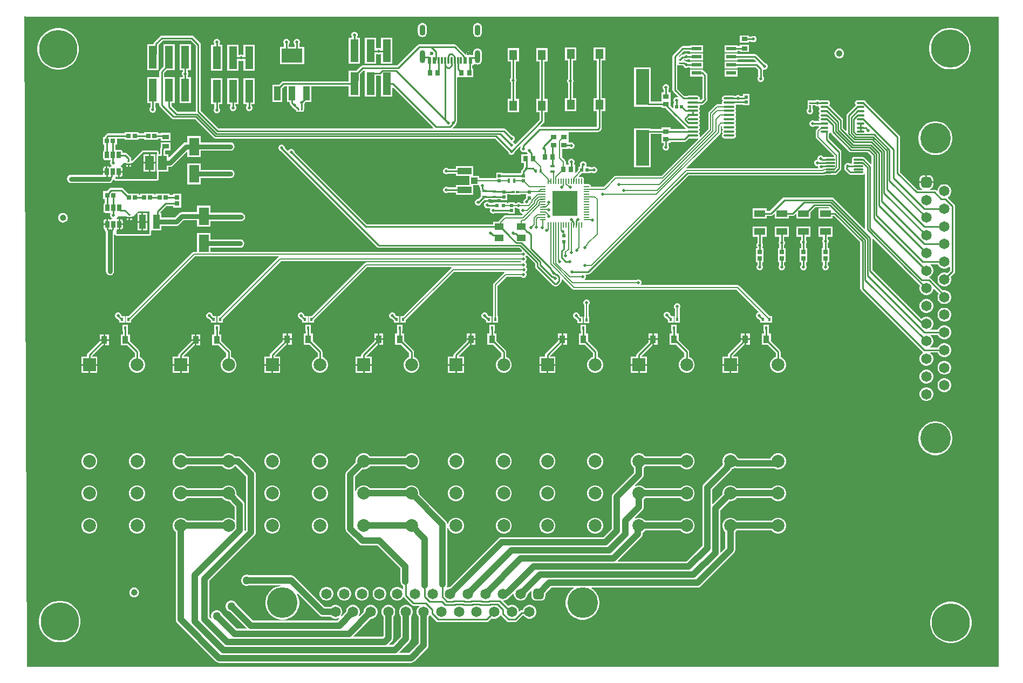
<source format=gbr>
%TF.GenerationSoftware,Altium Limited,Altium Designer,24.1.2 (44)*%
G04 Layer_Physical_Order=1*
G04 Layer_Color=255*
%FSLAX45Y45*%
%MOMM*%
%TF.SameCoordinates,D8B4AAC8-E2FB-42F1-BA15-8403934F33DF*%
%TF.FilePolarity,Positive*%
%TF.FileFunction,Copper,L1,Top,Signal*%
%TF.Part,Single*%
G01*
G75*
%TA.AperFunction,Conductor*%
%ADD10C,0.25400*%
%TA.AperFunction,NonConductor*%
%ADD11C,0.50000*%
%TA.AperFunction,SMDPad,CuDef*%
%ADD12R,0.67500X0.45000*%
%ADD13R,0.30000X0.25000*%
%ADD14R,4.00000X4.00000*%
G04:AMPARAMS|DCode=15|XSize=0.81mm|YSize=0.22mm|CornerRadius=0.0275mm|HoleSize=0mm|Usage=FLASHONLY|Rotation=0.000|XOffset=0mm|YOffset=0mm|HoleType=Round|Shape=RoundedRectangle|*
%AMROUNDEDRECTD15*
21,1,0.81000,0.16500,0,0,0.0*
21,1,0.75500,0.22000,0,0,0.0*
1,1,0.05500,0.37750,-0.08250*
1,1,0.05500,-0.37750,-0.08250*
1,1,0.05500,-0.37750,0.08250*
1,1,0.05500,0.37750,0.08250*
%
%ADD15ROUNDEDRECTD15*%
G04:AMPARAMS|DCode=16|XSize=0.22mm|YSize=0.81mm|CornerRadius=0.0275mm|HoleSize=0mm|Usage=FLASHONLY|Rotation=0.000|XOffset=0mm|YOffset=0mm|HoleType=Round|Shape=RoundedRectangle|*
%AMROUNDEDRECTD16*
21,1,0.22000,0.75500,0,0,0.0*
21,1,0.16500,0.81000,0,0,0.0*
1,1,0.05500,0.08250,-0.37750*
1,1,0.05500,-0.08250,-0.37750*
1,1,0.05500,-0.08250,0.37750*
1,1,0.05500,0.08250,0.37750*
%
%ADD16ROUNDEDRECTD16*%
%ADD17R,0.90000X0.75000*%
%ADD18R,0.46818X0.47247*%
%TA.AperFunction,ConnectorPad*%
%ADD19R,0.60000X1.14000*%
%ADD20R,0.30000X1.14000*%
%TA.AperFunction,SMDPad,CuDef*%
%ADD21R,0.73504X0.86213*%
%ADD22R,1.35490X2.20620*%
%ADD23R,1.36213X1.05814*%
%ADD24R,1.60000X2.80000*%
%ADD25R,0.71583X0.75964*%
%ADD26R,0.75964X0.71583*%
%ADD27R,1.00000X2.20000*%
G04:AMPARAMS|DCode=28|XSize=1.1mm|YSize=0.6mm|CornerRadius=0.051mm|HoleSize=0mm|Usage=FLASHONLY|Rotation=270.000|XOffset=0mm|YOffset=0mm|HoleType=Round|Shape=RoundedRectangle|*
%AMROUNDEDRECTD28*
21,1,1.10000,0.49800,0,0,270.0*
21,1,0.99800,0.60000,0,0,270.0*
1,1,0.10200,-0.24900,-0.49900*
1,1,0.10200,-0.24900,0.49900*
1,1,0.10200,0.24900,0.49900*
1,1,0.10200,0.24900,-0.49900*
%
%ADD28ROUNDEDRECTD28*%
%ADD29R,1.00000X0.80000*%
%ADD30R,0.25000X0.30000*%
%ADD31R,0.67248X0.66817*%
%ADD32R,1.66213X1.05814*%
%ADD33R,0.75000X0.90000*%
%ADD34R,0.65000X0.35000*%
%ADD35R,0.35600X0.50800*%
%ADD36O,1.25000X0.35000*%
%ADD37R,3.30000X2.20000*%
%ADD38R,0.91440X1.21920*%
G04:AMPARAMS|DCode=39|XSize=1.45mm|YSize=0.3mm|CornerRadius=0.0495mm|HoleSize=0mm|Usage=FLASHONLY|Rotation=180.000|XOffset=0mm|YOffset=0mm|HoleType=Round|Shape=RoundedRectangle|*
%AMROUNDEDRECTD39*
21,1,1.45000,0.20100,0,0,180.0*
21,1,1.35100,0.30000,0,0,180.0*
1,1,0.09900,-0.67550,0.10050*
1,1,0.09900,0.67550,0.10050*
1,1,0.09900,0.67550,-0.10050*
1,1,0.09900,-0.67550,-0.10050*
%
%ADD39ROUNDEDRECTD39*%
%ADD40R,1.30000X1.55000*%
%ADD41R,0.40000X0.50000*%
%ADD42R,1.05000X1.00000*%
%ADD43R,2.20000X1.05000*%
%ADD44R,0.60000X0.60000*%
%ADD45R,0.55411X0.46273*%
%ADD46R,0.35000X0.65000*%
%ADD47R,0.50000X0.40000*%
%ADD48R,0.52000X0.52000*%
%ADD49R,0.50000X0.50000*%
%ADD50R,0.47247X0.51535*%
%ADD51R,0.52000X0.52000*%
%ADD52R,0.90000X0.80000*%
%ADD53R,1.27000X3.56000*%
%ADD54R,0.47247X0.46818*%
%ADD55O,1.70000X0.35000*%
%ADD56R,2.10000X5.60000*%
%ADD57R,1.55000X0.60000*%
%ADD58R,0.90000X0.65000*%
%TA.AperFunction,Conductor*%
%ADD59C,0.20320*%
%ADD60C,0.76200*%
%ADD61C,1.01600*%
%ADD62C,0.12700*%
%TA.AperFunction,ComponentPad*%
%ADD63C,0.60000*%
%ADD64O,0.90000X2.00000*%
%ADD65O,0.90000X1.70000*%
%ADD66C,1.65000*%
%ADD67C,4.80000*%
G04:AMPARAMS|DCode=68|XSize=1.65mm|YSize=1.65mm|CornerRadius=0.4125mm|HoleSize=0mm|Usage=FLASHONLY|Rotation=0.000|XOffset=0mm|YOffset=0mm|HoleType=Round|Shape=RoundedRectangle|*
%AMROUNDEDRECTD68*
21,1,1.65000,0.82500,0,0,0.0*
21,1,0.82500,1.65000,0,0,0.0*
1,1,0.82500,0.41250,-0.41250*
1,1,0.82500,-0.41250,-0.41250*
1,1,0.82500,-0.41250,0.41250*
1,1,0.82500,0.41250,0.41250*
%
%ADD68ROUNDEDRECTD68*%
G04:AMPARAMS|DCode=69|XSize=1.65mm|YSize=1.65mm|CornerRadius=0.4125mm|HoleSize=0mm|Usage=FLASHONLY|Rotation=90.000|XOffset=0mm|YOffset=0mm|HoleType=Round|Shape=RoundedRectangle|*
%AMROUNDEDRECTD69*
21,1,1.65000,0.82500,0,0,90.0*
21,1,0.82500,1.65000,0,0,90.0*
1,1,0.82500,0.41250,0.41250*
1,1,0.82500,0.41250,-0.41250*
1,1,0.82500,-0.41250,-0.41250*
1,1,0.82500,-0.41250,0.41250*
%
%ADD69ROUNDEDRECTD69*%
%ADD70C,2.00000*%
%ADD71R,2.00000X2.00000*%
%TA.AperFunction,ViaPad*%
%ADD72C,0.50000*%
%ADD73C,6.00000*%
%ADD74C,1.27000*%
G36*
X2542898Y12690121D02*
X17808298D01*
Y2495915D01*
X17796565Y2491055D01*
X17795598Y2492021D01*
X2555598D01*
X2517560Y12698853D01*
X2529285Y12703735D01*
X2542898Y12690121D01*
D02*
G37*
%LPC*%
G36*
X9627300Y12595107D02*
X9608922Y12592688D01*
X9591796Y12585594D01*
X9577090Y12574310D01*
X9565806Y12559604D01*
X9558712Y12542478D01*
X9556293Y12524100D01*
Y12444100D01*
X9558712Y12425722D01*
X9565806Y12408596D01*
X9577090Y12393890D01*
X9591796Y12382606D01*
X9608922Y12375512D01*
X9627300Y12373093D01*
X9645678Y12375512D01*
X9662804Y12382606D01*
X9677510Y12393890D01*
X9688794Y12408596D01*
X9695888Y12425722D01*
X9698308Y12444100D01*
Y12524100D01*
X9695888Y12542478D01*
X9688794Y12559604D01*
X9677510Y12574310D01*
X9662804Y12585594D01*
X9645678Y12592688D01*
X9627300Y12595107D01*
D02*
G37*
G36*
X8762300D02*
X8743922Y12592688D01*
X8726796Y12585594D01*
X8712090Y12574310D01*
X8700806Y12559604D01*
X8693712Y12542478D01*
X8691292Y12524100D01*
Y12444100D01*
X8693712Y12425722D01*
X8700806Y12408596D01*
X8712090Y12393890D01*
X8726796Y12382606D01*
X8743922Y12375512D01*
X8762300Y12373093D01*
X8780678Y12375512D01*
X8797804Y12382606D01*
X8812510Y12393890D01*
X8823794Y12408596D01*
X8830888Y12425722D01*
X8833307Y12444100D01*
Y12524100D01*
X8830888Y12542478D01*
X8823794Y12559604D01*
X8812510Y12574310D01*
X8797804Y12585594D01*
X8780678Y12592688D01*
X8762300Y12595107D01*
D02*
G37*
G36*
X13888000Y12398600D02*
X13747200D01*
Y12282800D01*
X13888000D01*
Y12301853D01*
X13924870D01*
X13928751Y12297973D01*
X13947275Y12290300D01*
X13967325D01*
X13985849Y12297973D01*
X14000027Y12312151D01*
X14007700Y12330675D01*
Y12350725D01*
X14000027Y12369249D01*
X13985849Y12383427D01*
X13967325Y12391100D01*
X13947275D01*
X13928751Y12383427D01*
X13924870Y12379546D01*
X13888000D01*
Y12398600D01*
D02*
G37*
G36*
Y12253600D02*
X13747200D01*
Y12232696D01*
X13707899D01*
Y12247400D01*
X13502100D01*
Y12136600D01*
X13707899D01*
Y12155003D01*
X13747200D01*
Y12137800D01*
X13888000D01*
Y12253600D01*
D02*
G37*
G36*
X6804525Y12344000D02*
X6784475D01*
X6765951Y12336327D01*
X6751773Y12322149D01*
X6744100Y12303625D01*
Y12283575D01*
X6751773Y12265051D01*
X6755653Y12261170D01*
Y12221000D01*
X6668247D01*
Y12261170D01*
X6672127Y12265051D01*
X6679800Y12283575D01*
Y12303625D01*
X6672127Y12322149D01*
X6657949Y12336327D01*
X6639425Y12344000D01*
X6619375D01*
X6600851Y12336327D01*
X6586673Y12322149D01*
X6579000Y12303625D01*
Y12283575D01*
X6586673Y12265051D01*
X6590553Y12261170D01*
Y12221000D01*
X6527900D01*
Y11950200D01*
X6908700D01*
Y12221000D01*
X6833347D01*
Y12261170D01*
X6837227Y12265051D01*
X6844900Y12283575D01*
Y12303625D01*
X6837227Y12322149D01*
X6823049Y12336327D01*
X6804525Y12344000D01*
D02*
G37*
G36*
X8293100Y12363800D02*
X8115300D01*
Y12205037D01*
X8112111Y12202229D01*
X8102600Y12197931D01*
X8087225Y12204300D01*
X8067175D01*
X8051800Y12197931D01*
X8042289Y12202229D01*
X8039100Y12205037D01*
Y12363800D01*
X7861300D01*
Y11957000D01*
X8039100D01*
Y12102763D01*
X8042289Y12105571D01*
X8051800Y12109869D01*
X8067175Y12103500D01*
X8087225D01*
X8102600Y12109869D01*
X8112111Y12105571D01*
X8115300Y12102763D01*
Y11957000D01*
X8293100D01*
Y12363800D01*
D02*
G37*
G36*
X6134100Y12249500D02*
X5956300D01*
Y12097237D01*
X5953111Y12094429D01*
X5943600Y12090132D01*
X5928225Y12096500D01*
X5908175D01*
X5892800Y12090132D01*
X5883289Y12094429D01*
X5880100Y12097237D01*
Y12249500D01*
X5702300D01*
Y11842700D01*
X5880100D01*
Y11994963D01*
X5883289Y11997771D01*
X5892800Y12002069D01*
X5908175Y11995700D01*
X5928225D01*
X5943600Y12002069D01*
X5953111Y11997771D01*
X5956300Y11994963D01*
Y11842700D01*
X6134100D01*
Y12249500D01*
D02*
G37*
G36*
X15303499Y12191851D02*
X15283817Y12189259D01*
X15265474Y12181662D01*
X15249724Y12169576D01*
X15237637Y12153825D01*
X15230040Y12135483D01*
X15227449Y12115800D01*
X15230040Y12096117D01*
X15237637Y12077775D01*
X15249724Y12062024D01*
X15265474Y12049938D01*
X15283817Y12042341D01*
X15303499Y12039749D01*
X15323183Y12042341D01*
X15341525Y12049938D01*
X15357275Y12062024D01*
X15369360Y12077775D01*
X15376959Y12096117D01*
X15379550Y12115800D01*
X15376959Y12135483D01*
X15369360Y12153825D01*
X15357275Y12169576D01*
X15341525Y12181662D01*
X15323183Y12189259D01*
X15303499Y12191851D01*
D02*
G37*
G36*
X13707899Y12120400D02*
X13502100D01*
Y12009600D01*
X13707899D01*
Y12026153D01*
X13966609D01*
X14003217Y11989547D01*
X13997955Y11976847D01*
X13707899D01*
Y11993400D01*
X13502100D01*
Y11882600D01*
X13707899D01*
Y11899153D01*
X13992009D01*
X14032753Y11858409D01*
Y11754530D01*
X14028873Y11750649D01*
X14021201Y11732125D01*
Y11712075D01*
X14028873Y11693551D01*
X14043051Y11679373D01*
X14061575Y11671700D01*
X14081625D01*
X14100150Y11679373D01*
X14114326Y11693551D01*
X14122000Y11712075D01*
Y11732125D01*
X14114326Y11750649D01*
X14110448Y11754530D01*
Y11856829D01*
X14121005Y11863885D01*
X14125075Y11862200D01*
X14145125D01*
X14163649Y11869873D01*
X14177827Y11884051D01*
X14185500Y11902575D01*
Y11922625D01*
X14177827Y11941149D01*
X14163649Y11955327D01*
X14145125Y11963000D01*
X14139638D01*
X14010168Y12092469D01*
X13997566Y12100889D01*
X13982700Y12103847D01*
X13707899D01*
Y12120400D01*
D02*
G37*
G36*
X7706225Y12458300D02*
X7686175D01*
X7667651Y12450627D01*
X7653473Y12436449D01*
X7645800Y12417925D01*
Y12397875D01*
X7653473Y12379351D01*
X7656324Y12376500D01*
X7654867Y12363800D01*
X7607300D01*
Y11957000D01*
X7785100D01*
Y12363800D01*
X7737533D01*
X7736076Y12376500D01*
X7738927Y12379351D01*
X7746600Y12397875D01*
Y12417925D01*
X7738927Y12436449D01*
X7724749Y12450627D01*
X7706225Y12458300D01*
D02*
G37*
G36*
X17069009Y12517400D02*
X17017790D01*
X16967203Y12509387D01*
X16918491Y12493560D01*
X16872853Y12470307D01*
X16831416Y12440201D01*
X16795200Y12403984D01*
X16765092Y12362547D01*
X16741840Y12316910D01*
X16726013Y12268198D01*
X16717999Y12217610D01*
Y12166390D01*
X16726013Y12115802D01*
X16741840Y12067090D01*
X16765092Y12021453D01*
X16795200Y11980016D01*
X16831416Y11943799D01*
X16872853Y11913693D01*
X16918491Y11890440D01*
X16967203Y11874613D01*
X17017790Y11866600D01*
X17069009D01*
X17119598Y11874613D01*
X17168311Y11890440D01*
X17213947Y11913693D01*
X17255383Y11943799D01*
X17291602Y11980016D01*
X17321707Y12021453D01*
X17344960Y12067090D01*
X17360786Y12115802D01*
X17368800Y12166390D01*
Y12217610D01*
X17360786Y12268198D01*
X17344960Y12316910D01*
X17321707Y12362547D01*
X17291602Y12403984D01*
X17255383Y12440201D01*
X17213947Y12470307D01*
X17168311Y12493560D01*
X17119598Y12509387D01*
X17069009Y12517400D01*
D02*
G37*
G36*
X3073610Y12512700D02*
X3022390D01*
X2971802Y12504687D01*
X2923090Y12488860D01*
X2877453Y12465607D01*
X2836016Y12435501D01*
X2799799Y12399284D01*
X2769693Y12357847D01*
X2746440Y12312210D01*
X2730613Y12263498D01*
X2722600Y12212910D01*
Y12161690D01*
X2730613Y12111102D01*
X2746440Y12062390D01*
X2769693Y12016753D01*
X2799799Y11975316D01*
X2836016Y11939099D01*
X2877453Y11908993D01*
X2923090Y11885740D01*
X2971802Y11869913D01*
X3022390Y11861900D01*
X3073610D01*
X3124198Y11869913D01*
X3172910Y11885740D01*
X3218547Y11908993D01*
X3259984Y11939099D01*
X3296201Y11975316D01*
X3326307Y12016753D01*
X3349560Y12062390D01*
X3365387Y12111102D01*
X3373400Y12161690D01*
Y12212910D01*
X3365387Y12263498D01*
X3349560Y12312210D01*
X3326307Y12357847D01*
X3296201Y12399284D01*
X3259984Y12435501D01*
X3218547Y12465607D01*
X3172910Y12488860D01*
X3124198Y12504687D01*
X3073610Y12512700D01*
D02*
G37*
G36*
X5547225Y12344000D02*
X5527175D01*
X5508651Y12336327D01*
X5494473Y12322149D01*
X5486800Y12303625D01*
Y12283575D01*
X5494473Y12265051D01*
X5497324Y12262200D01*
X5495867Y12249500D01*
X5448300D01*
Y11842700D01*
X5626100D01*
Y12249500D01*
X5578533D01*
X5577076Y12262200D01*
X5579927Y12265051D01*
X5587600Y12283575D01*
Y12303625D01*
X5579927Y12322149D01*
X5565749Y12336327D01*
X5547225Y12344000D01*
D02*
G37*
G36*
X13707899Y11866400D02*
X13502100D01*
Y11755600D01*
X13707899D01*
Y11866400D01*
D02*
G37*
G36*
X5130800Y12262200D02*
X4953000D01*
Y11855400D01*
X5003053D01*
Y11830730D01*
X4999173Y11826850D01*
X4991500Y11808325D01*
Y11788275D01*
X4999173Y11769751D01*
X5003053Y11765871D01*
Y11741200D01*
X4953000D01*
Y11334400D01*
X5130800D01*
Y11741200D01*
X5080747D01*
Y11765871D01*
X5084627Y11769751D01*
X5092300Y11788275D01*
Y11808325D01*
X5084627Y11826850D01*
X5080747Y11830730D01*
Y11855400D01*
X5130800D01*
Y12262200D01*
D02*
G37*
G36*
X6134100Y11728500D02*
X5956300D01*
Y11321700D01*
X6006353D01*
Y11297330D01*
X6002473Y11293449D01*
X5994800Y11274925D01*
Y11254875D01*
X6002473Y11236351D01*
X6016651Y11222173D01*
X6035175Y11214500D01*
X6055225D01*
X6073749Y11222173D01*
X6087927Y11236351D01*
X6095600Y11254875D01*
Y11274925D01*
X6087927Y11293449D01*
X6084047Y11297330D01*
Y11321700D01*
X6134100D01*
Y11728500D01*
D02*
G37*
G36*
X5880100D02*
X5702300D01*
Y11321700D01*
X5752353D01*
Y11297330D01*
X5748473Y11293449D01*
X5740800Y11274925D01*
Y11254875D01*
X5748473Y11236351D01*
X5762651Y11222173D01*
X5781175Y11214500D01*
X5801225D01*
X5819749Y11222173D01*
X5833927Y11236351D01*
X5841600Y11254875D01*
Y11274925D01*
X5833927Y11293449D01*
X5830047Y11297330D01*
Y11321700D01*
X5880100D01*
Y11728500D01*
D02*
G37*
G36*
X11181100Y12209800D02*
X11000300D01*
Y12004000D01*
X11048253D01*
Y11716430D01*
X11044373Y11712549D01*
X11036700Y11694025D01*
Y11673975D01*
X11044373Y11655451D01*
X11048253Y11651570D01*
Y11414800D01*
X11000300D01*
Y11209000D01*
X11181100D01*
Y11414800D01*
X11125947D01*
Y11651570D01*
X11129827Y11655451D01*
X11137500Y11673975D01*
Y11694025D01*
X11129827Y11712549D01*
X11125947Y11716430D01*
Y12004000D01*
X11181100D01*
Y12209800D01*
D02*
G37*
G36*
X5143500Y12395947D02*
X4673600D01*
X4658734Y12392989D01*
X4646131Y12384569D01*
X4555052Y12293490D01*
X4546631Y12280887D01*
X4543674Y12266021D01*
Y12262200D01*
X4445000D01*
Y11855400D01*
X4622800D01*
Y12251363D01*
X4689691Y12318253D01*
X5127409D01*
X5206253Y12239409D01*
Y11202147D01*
X4918291D01*
X4826747Y11293691D01*
Y11334400D01*
X4876800D01*
Y11741200D01*
X4712447D01*
Y11813909D01*
X4753937Y11855400D01*
X4876800D01*
Y12262200D01*
X4699000D01*
Y11910337D01*
X4646131Y11857469D01*
X4637711Y11844866D01*
X4634753Y11830000D01*
Y11743002D01*
X4622800Y11741200D01*
X4622053Y11741200D01*
X4445000D01*
Y11334400D01*
X4495053D01*
Y11271930D01*
X4491173Y11268049D01*
X4483500Y11249525D01*
Y11229475D01*
X4491173Y11210951D01*
X4505351Y11196773D01*
X4523875Y11189100D01*
X4543925D01*
X4562449Y11196773D01*
X4576627Y11210951D01*
X4584300Y11229475D01*
Y11249525D01*
X4576627Y11268049D01*
X4572747Y11271930D01*
Y11334400D01*
X4622053D01*
X4622800Y11334400D01*
X4634753Y11332598D01*
Y11303000D01*
X4637711Y11288134D01*
X4646131Y11275531D01*
X4823931Y11097731D01*
X4836534Y11089311D01*
X4851400Y11086353D01*
X5190910D01*
X5484332Y10792931D01*
X5496934Y10784511D01*
X5511800Y10781553D01*
X9902609D01*
X10109600Y10574563D01*
Y10569075D01*
X10117273Y10550551D01*
X10131451Y10536373D01*
X10149975Y10528700D01*
X10170025D01*
X10188549Y10536373D01*
X10202727Y10550551D01*
X10210400Y10569075D01*
Y10574563D01*
X10293734Y10657897D01*
X10307164Y10653367D01*
X10308146Y10646122D01*
X10307773Y10645749D01*
X10300100Y10627225D01*
Y10607175D01*
X10307773Y10588651D01*
X10321951Y10574473D01*
X10340475Y10566800D01*
X10360525D01*
X10379049Y10574473D01*
X10393485Y10570948D01*
X10396673Y10563251D01*
X10410851Y10549073D01*
X10413683Y10547900D01*
X10411157Y10535200D01*
X10316500D01*
Y10394400D01*
X10357747D01*
Y10338954D01*
X10350900Y10322425D01*
Y10316937D01*
X10323031Y10289069D01*
X10314611Y10276466D01*
X10311653Y10261600D01*
Y10248780D01*
X10301476D01*
Y10236581D01*
X10018524D01*
Y10249024D01*
X9920476D01*
Y10158401D01*
X9653700D01*
Y10197300D01*
X9558700D01*
Y10347300D01*
X9287900D01*
Y10308247D01*
X9168630D01*
X9164749Y10312127D01*
X9146225Y10319800D01*
X9126175D01*
X9107651Y10312127D01*
X9093473Y10297949D01*
X9085800Y10279425D01*
Y10259375D01*
X9093473Y10240851D01*
X9107651Y10226673D01*
X9126175Y10219000D01*
X9146225D01*
X9164749Y10226673D01*
X9168630Y10230554D01*
X9287900D01*
Y10191500D01*
X9497900D01*
Y10052300D01*
X9287900D01*
Y10013246D01*
X9168630D01*
X9164749Y10017127D01*
X9146225Y10024800D01*
X9126175D01*
X9107651Y10017127D01*
X9093473Y10002949D01*
X9085800Y9984425D01*
Y9964375D01*
X9093473Y9945851D01*
X9107651Y9931673D01*
X9126175Y9924000D01*
X9146225D01*
X9164749Y9931673D01*
X9168630Y9935553D01*
X9287900D01*
Y9896500D01*
X9558700D01*
Y10046500D01*
X9652400D01*
Y10035675D01*
X9660073Y10017151D01*
X9668660Y10008563D01*
Y9990193D01*
X9671617Y9975327D01*
X9680038Y9962725D01*
X9681750Y9961013D01*
Y9871337D01*
X9639813Y9829400D01*
X9629275D01*
X9610751Y9821727D01*
X9596573Y9807549D01*
X9588900Y9789025D01*
Y9768975D01*
X9596573Y9750451D01*
X9610751Y9736273D01*
X9629275Y9728600D01*
X9649325D01*
X9667849Y9736273D01*
X9682027Y9750451D01*
X9689700Y9768975D01*
Y9769413D01*
X9736687Y9816400D01*
X9800050D01*
Y9827253D01*
X9842900D01*
Y9822500D01*
X9943700D01*
Y9827154D01*
X9994300D01*
Y9812700D01*
X10097100D01*
Y9905253D01*
X10132294D01*
Y9895563D01*
X10309367D01*
Y9907843D01*
X10389000D01*
Y9848637D01*
X10378538Y9838176D01*
X10374573Y9832242D01*
X10372751Y9831487D01*
X10358573Y9817309D01*
X10350900Y9798785D01*
Y9778735D01*
X10352440Y9775017D01*
X10345384Y9764457D01*
X10309319D01*
X10302849Y9770927D01*
X10284325Y9778600D01*
X10264275D01*
X10245751Y9770927D01*
X10239281Y9764457D01*
X10211400D01*
Y9781500D01*
X10108600D01*
Y9765407D01*
X10090100D01*
Y9783600D01*
X9874300D01*
Y9767047D01*
X9822722D01*
X9821727Y9769449D01*
X9807549Y9783627D01*
X9789025Y9791300D01*
X9768975D01*
X9750451Y9783627D01*
X9736273Y9769449D01*
X9728600Y9750925D01*
Y9730875D01*
X9736273Y9712351D01*
X9750451Y9698173D01*
X9768975Y9690500D01*
X9785936D01*
X9791700Y9689353D01*
X9824284D01*
X9829346Y9676653D01*
X9822500Y9660125D01*
Y9640075D01*
X9830173Y9621551D01*
X9844351Y9607373D01*
X9862875Y9599700D01*
X9882925D01*
X9901449Y9607373D01*
X9905330Y9611254D01*
X10108600D01*
Y9598700D01*
X10211400D01*
Y9691943D01*
X10239281D01*
X10245751Y9685473D01*
X10264275Y9677800D01*
X10280188D01*
X10287764Y9669305D01*
X10289074Y9666067D01*
X10287400Y9662025D01*
Y9641975D01*
X10295073Y9623451D01*
X10309251Y9609273D01*
X10327775Y9601600D01*
X10334533D01*
X10339793Y9588900D01*
X10324850Y9573957D01*
X10058401D01*
X10058400Y9573957D01*
X10044525Y9571197D01*
X10032763Y9563337D01*
X10032762Y9563337D01*
X9963346Y9493921D01*
X9955487Y9482158D01*
X9954084Y9475106D01*
X9875993D01*
Y9435646D01*
X7891628D01*
X6756168Y10571106D01*
Y10576594D01*
X6748495Y10595118D01*
X6734318Y10609295D01*
X6715794Y10616968D01*
X6695743D01*
X6677219Y10609295D01*
X6663042Y10595118D01*
X6661522Y10591449D01*
X6649066Y10588971D01*
X6603600Y10634437D01*
Y10644400D01*
X6595927Y10662925D01*
X6581749Y10677102D01*
X6563225Y10684775D01*
X6543175D01*
X6524651Y10677102D01*
X6510473Y10662925D01*
X6502800Y10644400D01*
Y10624350D01*
X6510473Y10605826D01*
X6524651Y10591648D01*
X6543175Y10583975D01*
X6544188D01*
X8050638Y9077525D01*
X8063241Y9069104D01*
X8078107Y9066147D01*
X10284853D01*
X10328097Y9022903D01*
X10325619Y9010447D01*
X10321951Y9008927D01*
X10315481Y9002457D01*
X5439400D01*
Y9067456D01*
X5906400D01*
X5931176Y9072384D01*
X5952181Y9086419D01*
X5966216Y9107423D01*
X5971144Y9132200D01*
X5966216Y9156976D01*
X5952181Y9177981D01*
X5931176Y9192016D01*
X5906400Y9196944D01*
X5439400D01*
Y9297600D01*
X5228600D01*
Y9002457D01*
X5179551D01*
X5179550Y9002457D01*
X5165675Y8999697D01*
X5153912Y8991837D01*
X5153912Y8991837D01*
X4151625Y7989550D01*
X4108900D01*
Y7887950D01*
X4195300D01*
Y7930675D01*
X5194568Y8929943D01*
X6500713D01*
X6504566Y8917243D01*
X6502163Y8915637D01*
X6502162Y8915637D01*
X5576075Y7989550D01*
X5544000D01*
Y7887950D01*
X5630400D01*
Y7941325D01*
X6542818Y8853743D01*
X10307985D01*
X10312742Y8845550D01*
X10307985Y8837357D01*
X7884651D01*
X7884650Y8837357D01*
X7870775Y8834597D01*
X7859012Y8826737D01*
X7859012Y8826737D01*
X7021825Y7989550D01*
X6979100D01*
Y7887950D01*
X7065500D01*
Y7930675D01*
X7899668Y8764843D01*
X9216463D01*
X9220316Y8752143D01*
X9217912Y8750537D01*
X8456925Y7989550D01*
X8414200D01*
Y7887950D01*
X8500600D01*
Y7930675D01*
X9258568Y8688643D01*
X10044013D01*
X10047866Y8675943D01*
X10045463Y8674337D01*
X10045462Y8674337D01*
X9880363Y8509237D01*
X9872503Y8497475D01*
X9869743Y8483600D01*
X9869743Y8483599D01*
Y7989550D01*
X9862000D01*
Y7887950D01*
X9948400D01*
Y7989550D01*
X9942257D01*
Y8468582D01*
X10086118Y8612443D01*
X10315481D01*
X10321951Y8605973D01*
X10340475Y8598300D01*
X10360525D01*
X10379049Y8605973D01*
X10393227Y8620151D01*
X10400900Y8638675D01*
Y8658725D01*
X10393227Y8677249D01*
X10385144Y8685332D01*
X10396163Y8696351D01*
X10403836Y8714875D01*
Y8734925D01*
X10396163Y8753449D01*
X10385144Y8764468D01*
X10393227Y8772551D01*
X10400900Y8791075D01*
Y8811125D01*
X10393227Y8829649D01*
X10385623Y8837253D01*
X10380180Y8845550D01*
X10385623Y8853847D01*
X10393227Y8861451D01*
X10400900Y8879975D01*
Y8900025D01*
X10393227Y8918549D01*
X10383676Y8928100D01*
X10393227Y8937651D01*
X10394747Y8941319D01*
X10407203Y8943797D01*
X10531918Y8819081D01*
Y8771335D01*
X10534875Y8756469D01*
X10543296Y8743867D01*
X10754553Y8532610D01*
X10755231Y8531595D01*
X10813824Y8473002D01*
X10826426Y8464581D01*
X10841292Y8461624D01*
X10862671D01*
X10877537Y8464581D01*
X10890140Y8473002D01*
X10936369Y8519231D01*
X10944789Y8531834D01*
X10947746Y8546700D01*
Y8575991D01*
X10959480Y8580851D01*
X11120468Y8419863D01*
X11120468Y8419863D01*
X11132231Y8412003D01*
X11146106Y8409243D01*
X11146107Y8409243D01*
X13696332D01*
X14040916Y8064658D01*
X14035124Y8052490D01*
X14017651Y8045252D01*
X14003473Y8031074D01*
X13995799Y8012550D01*
Y7992500D01*
X14003473Y7973976D01*
X14017651Y7959798D01*
X14036176Y7952125D01*
X14038612D01*
X14067300Y7923438D01*
Y7887950D01*
X14153700D01*
Y7920982D01*
X14166400Y7927770D01*
X14167300Y7927169D01*
Y7887950D01*
X14253700D01*
Y7989550D01*
X14218575D01*
X13736987Y8471137D01*
X13725224Y8478997D01*
X13711349Y8481757D01*
X13711348Y8481757D01*
X12201826D01*
X12197168Y8494457D01*
X12204300Y8511675D01*
Y8531725D01*
X12196627Y8550249D01*
X12182449Y8564427D01*
X12163925Y8572100D01*
X12143875D01*
X12125351Y8564427D01*
X12118881Y8557957D01*
X11312870D01*
X11308933Y8570657D01*
X11320327Y8582051D01*
X11328000Y8600575D01*
Y8620625D01*
X11321941Y8635253D01*
X11328116Y8647953D01*
X11366500D01*
X11381366Y8650911D01*
X11393969Y8659331D01*
X12936272Y10201633D01*
X15063914D01*
X15078780Y10204590D01*
X15084711Y10208553D01*
X15161501D01*
X15162263Y10208705D01*
X15231351D01*
X15243192Y10211061D01*
X15248792Y10214802D01*
X15255370Y10216110D01*
X15267970Y10224531D01*
X15327269Y10283829D01*
X15335689Y10296431D01*
X15338646Y10311297D01*
Y10570100D01*
X15335689Y10584966D01*
X15327269Y10597569D01*
X15142947Y10781891D01*
Y10850875D01*
X15147729Y10854071D01*
X15157211Y10868261D01*
X15158502Y10874749D01*
X15171449Y10874749D01*
X15172472Y10869614D01*
X15180893Y10857011D01*
X15460873Y10577031D01*
X15473476Y10568611D01*
X15488341Y10565653D01*
X15751520D01*
X15810941Y10506233D01*
Y10388493D01*
X15799207Y10383633D01*
X15707971Y10474869D01*
X15695369Y10483289D01*
X15688791Y10484598D01*
X15683192Y10488339D01*
X15671350Y10490695D01*
X15536250D01*
X15524408Y10488339D01*
X15514369Y10481631D01*
X15507661Y10471592D01*
X15505305Y10459750D01*
Y10439650D01*
X15507661Y10427808D01*
X15509738Y10424700D01*
X15507661Y10421592D01*
X15505305Y10409750D01*
Y10389650D01*
X15502512Y10386246D01*
X15472530D01*
X15468649Y10390127D01*
X15450125Y10397800D01*
X15430075D01*
X15411551Y10390127D01*
X15397372Y10375949D01*
X15389700Y10357425D01*
Y10349552D01*
X15386082Y10344137D01*
X15383125Y10329271D01*
Y10308229D01*
X15386082Y10293363D01*
X15394502Y10280760D01*
X15450732Y10224531D01*
X15463335Y10216110D01*
X15478200Y10213153D01*
X15521277D01*
X15524408Y10211061D01*
X15536250Y10208705D01*
X15671350D01*
X15683192Y10211061D01*
X15693231Y10217769D01*
X15696452Y10222591D01*
X15709154Y10218739D01*
Y9370044D01*
X15696452Y9364784D01*
X15216669Y9844569D01*
X15204066Y9852989D01*
X15189200Y9855947D01*
X14442766D01*
X14427901Y9852989D01*
X14415297Y9844569D01*
X14213774Y9643046D01*
X14167407D01*
Y9682506D01*
X13950394D01*
Y9525893D01*
X14167407D01*
Y9565353D01*
X14229865D01*
X14244731Y9568310D01*
X14257333Y9576731D01*
X14281560Y9600957D01*
X14293294Y9596097D01*
Y9525893D01*
X14510307D01*
Y9565353D01*
X14572765D01*
X14587631Y9568310D01*
X14600233Y9576731D01*
X14624460Y9600957D01*
X14636192Y9596097D01*
Y9525893D01*
X14853207D01*
Y9627569D01*
X14927692Y9702053D01*
X15137125D01*
X15143507Y9694186D01*
X15138429Y9682506D01*
X14979092D01*
Y9525893D01*
X15196107D01*
Y9565353D01*
X15220911D01*
X15632953Y9153310D01*
Y8428046D01*
X15635912Y8413180D01*
X15644331Y8400578D01*
X16610979Y7433931D01*
X16615907Y7430638D01*
X16615417Y7415690D01*
X16604248Y7409241D01*
X16584158Y7389152D01*
X16569952Y7364548D01*
X16562601Y7337105D01*
Y7308695D01*
X16569952Y7281252D01*
X16584158Y7256648D01*
X16604248Y7236558D01*
X16628851Y7222353D01*
X16656294Y7215000D01*
X16684705D01*
X16712148Y7222353D01*
X16736752Y7236558D01*
X16756842Y7256648D01*
X16771046Y7281252D01*
X16778400Y7308695D01*
Y7337105D01*
X16771046Y7364548D01*
X16756842Y7389152D01*
X16736752Y7409241D01*
X16734943Y7410286D01*
X16738229Y7422553D01*
X16853203D01*
X16853954Y7419752D01*
X16868159Y7395148D01*
X16888248Y7375058D01*
X16912852Y7360853D01*
X16940295Y7353500D01*
X16968706D01*
X16996149Y7360853D01*
X17020752Y7375058D01*
X17040842Y7395148D01*
X17055048Y7419752D01*
X17062399Y7447195D01*
Y7475605D01*
X17055048Y7503048D01*
X17040842Y7527652D01*
X17020752Y7547741D01*
X16996149Y7561947D01*
X16968706Y7569300D01*
X16940295D01*
X16912852Y7561947D01*
X16888248Y7547741D01*
X16868159Y7527652D01*
X16853954Y7503048D01*
X16853203Y7500246D01*
X16738229D01*
X16734943Y7512514D01*
X16736752Y7513559D01*
X16756842Y7533648D01*
X16771046Y7558252D01*
X16778400Y7585695D01*
Y7614105D01*
X16771046Y7641548D01*
X16756842Y7666152D01*
X16736752Y7686241D01*
X16734943Y7687286D01*
X16738229Y7699554D01*
X16853203D01*
X16853954Y7696752D01*
X16868159Y7672148D01*
X16888248Y7652059D01*
X16912852Y7637853D01*
X16940295Y7630500D01*
X16968706D01*
X16996149Y7637853D01*
X17020752Y7652059D01*
X17040842Y7672148D01*
X17055048Y7696752D01*
X17062399Y7724195D01*
Y7752605D01*
X17055048Y7780048D01*
X17040842Y7804652D01*
X17020752Y7824742D01*
X16996149Y7838947D01*
X16968706Y7846300D01*
X16940295D01*
X16912852Y7838947D01*
X16888248Y7824742D01*
X16868159Y7804652D01*
X16853954Y7780048D01*
X16853203Y7777247D01*
X16738229D01*
X16734943Y7789514D01*
X16736752Y7790558D01*
X16756842Y7810648D01*
X16771046Y7835252D01*
X16778400Y7862695D01*
Y7891105D01*
X16771046Y7918548D01*
X16756842Y7943152D01*
X16736752Y7963241D01*
X16712148Y7977447D01*
X16684705Y7984800D01*
X16656294D01*
X16628851Y7977447D01*
X16604248Y7963241D01*
X16591861Y7950855D01*
X15824947Y8717770D01*
Y9203556D01*
X15837646Y9208816D01*
X16386336Y8660127D01*
X16386337Y8660126D01*
X16571404Y8475060D01*
X16569952Y8472548D01*
X16562601Y8445105D01*
Y8416695D01*
X16569952Y8389252D01*
X16584158Y8364648D01*
X16604248Y8344559D01*
X16628851Y8330353D01*
X16656294Y8323000D01*
X16684705D01*
X16712148Y8330353D01*
X16736752Y8344559D01*
X16756842Y8364648D01*
X16771046Y8389252D01*
X16778400Y8416695D01*
Y8422023D01*
X16790134Y8426884D01*
X16864574Y8352443D01*
X16853954Y8334048D01*
X16846600Y8306605D01*
Y8278195D01*
X16853954Y8250752D01*
X16868159Y8226148D01*
X16888248Y8206059D01*
X16912852Y8191853D01*
X16940295Y8184500D01*
X16968706D01*
X16996149Y8191853D01*
X17020752Y8206059D01*
X17040842Y8226148D01*
X17055048Y8250752D01*
X17062399Y8278195D01*
Y8306605D01*
X17055048Y8334048D01*
X17040842Y8358652D01*
X17020752Y8378741D01*
X16996149Y8392947D01*
X16968706Y8400300D01*
X16940295D01*
X16929488Y8397404D01*
X16739622Y8587269D01*
X16727020Y8595689D01*
X16719826Y8597121D01*
X16717615Y8610509D01*
X16736752Y8621559D01*
X16756842Y8641648D01*
X16771046Y8666252D01*
X16778400Y8693695D01*
Y8722105D01*
X16771046Y8749548D01*
X16756842Y8774152D01*
X16736752Y8794241D01*
X16734943Y8795286D01*
X16738229Y8807554D01*
X16853203D01*
X16853954Y8804752D01*
X16868159Y8780148D01*
X16888248Y8760059D01*
X16912852Y8745853D01*
X16940295Y8738500D01*
X16968706D01*
X16996149Y8745853D01*
X17020752Y8760059D01*
X17029953Y8769260D01*
X17042653Y8763999D01*
Y8712491D01*
X16998660Y8668497D01*
X16996149Y8669947D01*
X16968706Y8677300D01*
X16940295D01*
X16912852Y8669947D01*
X16888248Y8655741D01*
X16868159Y8635652D01*
X16853954Y8611048D01*
X16846600Y8583605D01*
Y8555195D01*
X16853954Y8527752D01*
X16868159Y8503148D01*
X16888248Y8483058D01*
X16912852Y8468853D01*
X16940295Y8461500D01*
X16968706D01*
X16996149Y8468853D01*
X17020752Y8483058D01*
X17040842Y8503148D01*
X17055048Y8527752D01*
X17062399Y8555195D01*
Y8583605D01*
X17055048Y8611048D01*
X17053596Y8613560D01*
X17108969Y8668931D01*
X17117389Y8681534D01*
X17120348Y8696400D01*
Y9720954D01*
X17117389Y9735820D01*
X17108969Y9748422D01*
X17008209Y9849182D01*
X17009866Y9861774D01*
X17020752Y9868058D01*
X17040842Y9888148D01*
X17055048Y9912752D01*
X17062399Y9940195D01*
Y9968605D01*
X17055048Y9996048D01*
X17040842Y10020652D01*
X17020752Y10040741D01*
X16996149Y10054947D01*
X16968706Y10062300D01*
X16940295D01*
X16912852Y10054947D01*
X16888248Y10040741D01*
X16868159Y10020652D01*
X16853954Y9996048D01*
X16846600Y9968605D01*
Y9963277D01*
X16834866Y9958416D01*
X16829315Y9963968D01*
X16816711Y9972389D01*
X16801846Y9975346D01*
X16734889D01*
X16732362Y9988046D01*
X16745361Y9993431D01*
X16759285Y10004115D01*
X16769968Y10018037D01*
X16776685Y10034251D01*
X16778975Y10051650D01*
Y10080200D01*
X16670499D01*
X16562025D01*
Y10051650D01*
X16564316Y10034251D01*
X16571033Y10018037D01*
X16581715Y10004115D01*
X16595638Y9993431D01*
X16608638Y9988046D01*
X16606111Y9975346D01*
X16533691D01*
X16256747Y10252291D01*
Y10803900D01*
X16253789Y10818766D01*
X16245369Y10831369D01*
X15722762Y11353977D01*
X15722211Y11356739D01*
X15712729Y11370929D01*
X15698540Y11380411D01*
X15681799Y11383741D01*
X15591800D01*
X15575061Y11380411D01*
X15560870Y11370929D01*
X15551389Y11356739D01*
X15548061Y11340000D01*
X15551389Y11323262D01*
X15560870Y11309071D01*
Y11305929D01*
X15551389Y11291739D01*
X15550841Y11288977D01*
X15428432Y11166568D01*
X15420010Y11153966D01*
X15417053Y11139100D01*
Y10908963D01*
X15405321Y10904103D01*
X15361508Y10947915D01*
Y11069139D01*
X15358551Y11084005D01*
X15350130Y11096607D01*
X15157761Y11288977D01*
X15157211Y11291739D01*
X15147729Y11305929D01*
Y11309071D01*
X15157211Y11323262D01*
X15160541Y11340000D01*
X15157211Y11356739D01*
X15147729Y11370929D01*
X15133539Y11380411D01*
X15116800Y11383741D01*
X15026801D01*
X15010062Y11380411D01*
X15007196Y11378496D01*
X14991405D01*
X14987524Y11382377D01*
X14969000Y11390050D01*
X14948950D01*
X14930426Y11382377D01*
X14926546Y11378496D01*
X14846500D01*
X14840736Y11377350D01*
X14805901D01*
Y11254050D01*
X14805901Y11254050D01*
X14803455Y11242363D01*
X14795900Y11224125D01*
Y11204075D01*
X14803574Y11185551D01*
X14817751Y11171373D01*
X14836275Y11163700D01*
X14856325D01*
X14874849Y11171373D01*
X14889027Y11185551D01*
X14896700Y11204075D01*
Y11224125D01*
X14889403Y11241742D01*
X14886700Y11254050D01*
X14886700D01*
X14886700Y11254051D01*
Y11300803D01*
X14926546D01*
X14930426Y11296923D01*
X14948950Y11289250D01*
X14969000D01*
X14973299Y11291031D01*
X14984431Y11281895D01*
X14983060Y11275000D01*
X14986389Y11258261D01*
X14995871Y11244071D01*
Y11240929D01*
X14986389Y11226739D01*
X14983060Y11210000D01*
X14986389Y11193262D01*
X14995871Y11179071D01*
Y11175929D01*
X14986389Y11161739D01*
X14983060Y11145000D01*
X14986389Y11128261D01*
X14995871Y11114071D01*
Y11110929D01*
X14986389Y11096739D01*
X14983060Y11080000D01*
X14985736Y11066547D01*
X14978568Y11053847D01*
X14920930D01*
X14917049Y11057727D01*
X14898524Y11065400D01*
X14878474D01*
X14859950Y11057727D01*
X14845773Y11043549D01*
X14838100Y11025025D01*
Y11004975D01*
X14845773Y10986451D01*
X14859950Y10972273D01*
X14878474Y10964600D01*
X14898524D01*
X14917049Y10972273D01*
X14920930Y10976154D01*
X14978568D01*
X14985736Y10963453D01*
X14984930Y10959405D01*
X14947662Y10922137D01*
X14939803Y10910375D01*
X14937044Y10896500D01*
X14937044Y10896499D01*
Y10807701D01*
X14937044Y10807700D01*
X14939803Y10793825D01*
X14947662Y10782063D01*
X15225443Y10504282D01*
Y10490695D01*
X15096249D01*
X15085451Y10488546D01*
X15056116D01*
X15054128Y10493349D01*
X15039949Y10507527D01*
X15021425Y10515200D01*
X15001375D01*
X14982851Y10507527D01*
X14968674Y10493349D01*
X14961000Y10474825D01*
Y10454775D01*
X14951024Y10451700D01*
X14950575D01*
X14932051Y10444027D01*
X14917873Y10429849D01*
X14910201Y10411325D01*
Y10391275D01*
X14917873Y10372751D01*
X14932051Y10358573D01*
X14950575Y10350900D01*
X14961967D01*
X14971539Y10347412D01*
X14973700Y10339167D01*
Y10326575D01*
X14975240Y10322856D01*
X14968184Y10312297D01*
X12908832D01*
X12903511Y10322319D01*
X12903185Y10324609D01*
X13436836Y10858262D01*
X13436836Y10858263D01*
X13444698Y10870025D01*
X13447456Y10883900D01*
X13447456Y10883901D01*
Y10970482D01*
X13456319Y10979345D01*
X13466180Y10972807D01*
X13466759Y10971913D01*
X13466751Y10971643D01*
X13463560Y10955600D01*
X13466888Y10938861D01*
X13476370Y10924671D01*
Y10921529D01*
X13466888Y10907339D01*
X13463560Y10890600D01*
X13466888Y10873861D01*
X13476370Y10859671D01*
Y10856529D01*
X13466888Y10842338D01*
X13463560Y10825600D01*
X13466888Y10808861D01*
X13476370Y10794671D01*
X13490561Y10785189D01*
X13507300Y10781860D01*
X13642300D01*
X13659038Y10785189D01*
X13673228Y10794671D01*
X13682710Y10808861D01*
X13686040Y10825600D01*
X13682710Y10842338D01*
X13673228Y10856529D01*
Y10859671D01*
X13682710Y10873861D01*
X13686040Y10890600D01*
X13682710Y10907339D01*
X13673228Y10921529D01*
Y10924671D01*
X13682710Y10938861D01*
X13686040Y10955600D01*
X13682710Y10972338D01*
X13673228Y10986529D01*
Y10989671D01*
X13682710Y11003861D01*
X13686040Y11020600D01*
X13682710Y11037339D01*
X13673228Y11051529D01*
Y11054671D01*
X13682710Y11068861D01*
X13686040Y11085600D01*
X13682710Y11102338D01*
X13673228Y11116529D01*
Y11119671D01*
X13682710Y11133861D01*
X13686040Y11150600D01*
X13682710Y11167339D01*
X13673228Y11181529D01*
Y11184671D01*
X13682710Y11198861D01*
X13686040Y11215600D01*
X13682710Y11232338D01*
X13673228Y11246529D01*
Y11249671D01*
X13682710Y11263861D01*
X13686040Y11280600D01*
X13682710Y11297339D01*
X13680840Y11300139D01*
X13687628Y11312839D01*
X13793976D01*
Y11302877D01*
X13892024D01*
Y11383306D01*
Y11480923D01*
X13793976D01*
Y11449446D01*
X13755130D01*
X13744550Y11460027D01*
X13726025Y11467700D01*
X13705975D01*
X13687451Y11460027D01*
X13676871Y11449446D01*
X13661380D01*
X13659038Y11451011D01*
X13642300Y11454340D01*
X13507300D01*
X13490561Y11451011D01*
X13476370Y11441529D01*
X13466888Y11427339D01*
X13463560Y11410600D01*
X13466888Y11393861D01*
X13476370Y11379671D01*
Y11376529D01*
X13466888Y11362338D01*
X13463560Y11345600D01*
X13466751Y11329557D01*
X13466811Y11327332D01*
X13460309Y11316857D01*
X13388802D01*
X13388800Y11316857D01*
X13374925Y11314097D01*
X13363164Y11306237D01*
X13363162Y11306237D01*
X13258563Y11201637D01*
X13250703Y11189875D01*
X13247943Y11176000D01*
X13247943Y11175999D01*
Y10930481D01*
X13125494Y10808033D01*
X13113789Y10814289D01*
X13116040Y10825600D01*
X13112711Y10842338D01*
X13103229Y10856529D01*
Y10859671D01*
X13112711Y10873861D01*
X13116040Y10890600D01*
X13112711Y10907339D01*
X13103229Y10921529D01*
Y10924671D01*
X13112711Y10938861D01*
X13116040Y10955600D01*
X13112711Y10972338D01*
X13103229Y10986529D01*
Y10989671D01*
X13112711Y11003861D01*
X13116040Y11020600D01*
X13112711Y11037339D01*
X13103229Y11051529D01*
Y11054671D01*
X13112711Y11068861D01*
X13116040Y11085600D01*
X13112711Y11102338D01*
X13103229Y11116529D01*
Y11119671D01*
X13112711Y11133861D01*
X13116040Y11150600D01*
X13112711Y11167339D01*
X13103229Y11181529D01*
Y11184671D01*
X13112711Y11198861D01*
X13116040Y11215600D01*
X13112711Y11232338D01*
X13103229Y11246529D01*
Y11249671D01*
X13112711Y11263861D01*
X13116040Y11280600D01*
X13113364Y11294053D01*
X13120532Y11306753D01*
X13149001D01*
X13163866Y11309710D01*
X13176468Y11318131D01*
X13224948Y11366610D01*
X13233369Y11379213D01*
X13236327Y11394079D01*
Y11415121D01*
X13234148Y11426076D01*
Y11772900D01*
X13231189Y11787766D01*
X13222769Y11800369D01*
X13184669Y11838469D01*
X13172066Y11846889D01*
X13167900Y11847718D01*
Y11866400D01*
X12962100D01*
Y11755600D01*
X13156453D01*
Y11417300D01*
X13157999Y11409535D01*
X13132909Y11384446D01*
X13120532D01*
X13113364Y11397147D01*
X13116040Y11410600D01*
X13112711Y11427339D01*
X13103229Y11441529D01*
X13089040Y11451011D01*
X13072301Y11454340D01*
X12937300D01*
X12920561Y11451011D01*
X12918221Y11449446D01*
X12875191D01*
X12764247Y11560391D01*
Y11928800D01*
X12796841D01*
X12801601Y11927853D01*
X12851753D01*
X12853625Y11925980D01*
X12860474Y11909451D01*
X12874651Y11895273D01*
X12893175Y11887600D01*
X12913225D01*
X12931749Y11895273D01*
X12935629Y11899153D01*
X12962100D01*
Y11882600D01*
X13167900D01*
Y11993400D01*
X12962100D01*
Y11976847D01*
X12935629D01*
X12931749Y11980727D01*
X12913225Y11988400D01*
X12901080D01*
X12895312Y11994169D01*
X12882709Y12002589D01*
X12876894Y12003746D01*
X12871217Y12017824D01*
X12873738Y12021447D01*
X12876646D01*
X12893175Y12014600D01*
X12913225D01*
X12931749Y12022273D01*
X12935629Y12026153D01*
X12962100D01*
Y12009600D01*
X13167900D01*
Y12120400D01*
X12962100D01*
Y12103847D01*
X12935629D01*
X12931749Y12107727D01*
X12913225Y12115400D01*
X12893175D01*
X12874651Y12107727D01*
X12866063Y12099140D01*
X12849792D01*
X12834927Y12096183D01*
X12822325Y12087762D01*
X12792563Y12058000D01*
X12788041Y12058880D01*
X12783836Y12072636D01*
X12864352Y12153153D01*
X12962100D01*
Y12136600D01*
X13167900D01*
Y12247400D01*
X12962100D01*
Y12230847D01*
X12848264D01*
X12833397Y12227889D01*
X12820795Y12219469D01*
X12697931Y12096606D01*
X12689511Y12084003D01*
X12686553Y12069137D01*
Y11544300D01*
X12689511Y11529434D01*
X12697931Y11516831D01*
X12778906Y11435857D01*
X12771712Y11425090D01*
X12760825Y11429600D01*
X12740775D01*
X12722251Y11421927D01*
X12708073Y11407749D01*
X12700400Y11389225D01*
Y11369175D01*
X12708073Y11350651D01*
X12711953Y11346770D01*
Y11326624D01*
X12701991D01*
Y11262439D01*
X12690258Y11257579D01*
X12656100Y11291737D01*
Y11379800D01*
Y11505600D01*
X12624547D01*
Y11549970D01*
X12628427Y11553851D01*
X12636100Y11572375D01*
Y11592425D01*
X12628427Y11610949D01*
X12614249Y11625127D01*
X12595725Y11632800D01*
X12575675D01*
X12557151Y11625127D01*
X12542973Y11610949D01*
X12535300Y11592425D01*
Y11572375D01*
X12542973Y11553851D01*
X12546853Y11549970D01*
Y11505600D01*
X12515300D01*
Y11359047D01*
X12347800D01*
Y11892900D01*
X12087000D01*
Y11282100D01*
X12305947D01*
X12309700Y11281354D01*
X12515300D01*
Y11259800D01*
X12578163D01*
X12693781Y11144181D01*
X12895816Y10942147D01*
X12895726Y10940595D01*
X12889069Y10929447D01*
X12656100D01*
Y10952500D01*
X12515300D01*
Y10929447D01*
X12347800D01*
Y10942900D01*
X12087000D01*
Y10332100D01*
X12347800D01*
Y10851754D01*
X12515300D01*
Y10706700D01*
X12546853D01*
Y10675030D01*
X12542973Y10671149D01*
X12535300Y10652625D01*
Y10632575D01*
X12542973Y10614051D01*
X12557151Y10599873D01*
X12575675Y10592200D01*
X12595725D01*
X12614249Y10599873D01*
X12628427Y10614051D01*
X12636100Y10632575D01*
Y10652625D01*
X12628427Y10671149D01*
X12624547Y10675030D01*
Y10706700D01*
X12656100D01*
Y10730753D01*
X12881300D01*
X12896165Y10733711D01*
X12908769Y10742131D01*
X12948497Y10781860D01*
X13072301D01*
X13083611Y10784109D01*
X13089867Y10772405D01*
X12513719Y10196257D01*
X11798300D01*
X11784425Y10193497D01*
X11772663Y10185637D01*
X11772662Y10185637D01*
X11609582Y10022557D01*
X11409151D01*
Y10034550D01*
X11406967Y10045533D01*
X11400745Y10054845D01*
X11391433Y10061067D01*
X11380450Y10063251D01*
X11306151D01*
X11304255Y10063947D01*
X11295847Y10072355D01*
X11295151Y10074251D01*
Y10148550D01*
X11292967Y10159533D01*
X11286745Y10168845D01*
X11277433Y10175067D01*
X11266450Y10177251D01*
X11249950D01*
X11238967Y10175067D01*
X11238200Y10174554D01*
X11237433Y10175067D01*
X11226450Y10177251D01*
X11222487D01*
X11217226Y10189951D01*
X11262875Y10235600D01*
X11394400D01*
Y10248153D01*
X11422970D01*
X11426851Y10244273D01*
X11445375Y10236600D01*
X11465425D01*
X11483949Y10244273D01*
X11498127Y10258451D01*
X11505800Y10276975D01*
Y10297025D01*
X11498127Y10315549D01*
X11483949Y10329727D01*
X11465425Y10337400D01*
X11445375D01*
X11426851Y10329727D01*
X11422970Y10325847D01*
X11394400D01*
Y10338400D01*
X11340670D01*
X11334580Y10351100D01*
X11340700Y10365875D01*
Y10385925D01*
X11333027Y10404449D01*
X11318849Y10418627D01*
X11300325Y10426300D01*
X11280275D01*
X11261751Y10418627D01*
X11247573Y10404449D01*
X11239900Y10385925D01*
Y10371403D01*
X11236267Y10365966D01*
X11233310Y10351100D01*
Y10338400D01*
X11211600D01*
Y10286875D01*
X11170933Y10246208D01*
X11159200Y10251068D01*
Y10370100D01*
X11144090D01*
X11139876Y10382800D01*
X11142527Y10385451D01*
X11150200Y10403975D01*
Y10424025D01*
X11142527Y10442549D01*
X11128349Y10456727D01*
X11109825Y10464400D01*
X11089775D01*
X11071251Y10456727D01*
X11057073Y10442549D01*
X11049400Y10424025D01*
Y10403975D01*
X11057073Y10385451D01*
X11059203Y10383320D01*
Y10370100D01*
X11012557D01*
Y10417499D01*
X11012557Y10417500D01*
X11009797Y10431375D01*
X11001938Y10443138D01*
X10953897Y10491179D01*
Y10615300D01*
X11055900D01*
Y10622663D01*
X11068600Y10627924D01*
X11071251Y10625273D01*
X11089775Y10617600D01*
X11109825D01*
X11128349Y10625273D01*
X11142527Y10639451D01*
X11150200Y10657975D01*
Y10678025D01*
X11142527Y10696549D01*
X11128349Y10710727D01*
X11109825Y10718400D01*
X11092864D01*
X11087100Y10719547D01*
X11055900D01*
Y10871100D01*
X11055900D01*
X11057461Y10883153D01*
X11518900D01*
X11533766Y10886111D01*
X11546369Y10894531D01*
X11568169Y10916331D01*
X11576589Y10928934D01*
X11579547Y10943800D01*
Y11209000D01*
X11631100D01*
Y11414800D01*
X11579547D01*
Y12004000D01*
X11631100D01*
Y12209800D01*
X11450300D01*
Y12004000D01*
X11501854D01*
Y11414800D01*
X11450300D01*
Y11209000D01*
X11501854D01*
Y10960847D01*
X10614644D01*
X10609384Y10973547D01*
X10666469Y11030631D01*
X10674889Y11043234D01*
X10677847Y11058100D01*
Y11196300D01*
X10729400D01*
Y11402100D01*
X10677847D01*
Y11991300D01*
X10729400D01*
Y12197100D01*
X10548600D01*
Y11991300D01*
X10600154D01*
Y11402100D01*
X10548600D01*
Y11196300D01*
X10600154D01*
Y11074191D01*
X10221962Y10695999D01*
X10206981Y10698979D01*
X10202727Y10709249D01*
X10188549Y10723427D01*
X10185653Y10724627D01*
Y10738373D01*
X10188549Y10739573D01*
X10202727Y10753751D01*
X10210400Y10772275D01*
Y10792325D01*
X10202727Y10810849D01*
X10188549Y10825027D01*
X10170025Y10832700D01*
X10164537D01*
X10073169Y10924069D01*
X10060566Y10932489D01*
X10045700Y10935447D01*
X9240329D01*
X9235068Y10948147D01*
X9259969Y10973047D01*
X9261772Y10975746D01*
X9274149Y10980873D01*
X9288327Y10995051D01*
X9296000Y11013575D01*
Y11025719D01*
X9297269Y11026988D01*
X9305690Y11039591D01*
X9308647Y11054457D01*
Y11732164D01*
X9314369Y11742493D01*
X9561752D01*
Y11879507D01*
X9546047D01*
Y11926700D01*
X9570200D01*
Y11951169D01*
X9582900Y11957432D01*
X9591796Y11950606D01*
X9608922Y11943512D01*
X9627300Y11941092D01*
X9645678Y11943512D01*
X9662804Y11950606D01*
X9677510Y11961890D01*
X9688794Y11976596D01*
X9695888Y11993722D01*
X9698308Y12012100D01*
Y12122100D01*
X9695888Y12140478D01*
X9688794Y12157604D01*
X9677510Y12172310D01*
X9662804Y12183594D01*
X9645678Y12190688D01*
X9627300Y12193108D01*
X9608922Y12190688D01*
X9591796Y12183594D01*
X9577090Y12172310D01*
X9565806Y12157604D01*
X9558712Y12140478D01*
X9556293Y12122100D01*
Y12091500D01*
X9518220D01*
X9511342Y12104200D01*
X9513800Y12110132D01*
Y12122067D01*
X9509233Y12133094D01*
X9500794Y12141533D01*
X9489767Y12146100D01*
X9477832D01*
X9466806Y12141533D01*
X9458367Y12133094D01*
X9453800Y12122067D01*
Y12110133D01*
X9443877Y12100902D01*
X9441219Y12100539D01*
X9296889Y12244869D01*
X9284287Y12253289D01*
X9269421Y12256247D01*
X8712200D01*
X8697334Y12253289D01*
X8684731Y12244869D01*
X8365909Y11926047D01*
X7823200D01*
X7808334Y11923089D01*
X7795731Y11914669D01*
X7723863Y11842800D01*
X7607300D01*
Y11678247D01*
X6582100D01*
X6567234Y11675290D01*
X6554632Y11666869D01*
X6508763Y11621000D01*
X6412900D01*
Y11350200D01*
X6563700D01*
Y11566063D01*
X6598191Y11600554D01*
X6642900D01*
Y11350200D01*
X6679453D01*
Y11341100D01*
X6682411Y11326234D01*
X6690831Y11313631D01*
X6706000Y11298463D01*
Y11292975D01*
X6713673Y11274451D01*
X6727851Y11260273D01*
X6746375Y11252600D01*
X6751863D01*
X6773550Y11230913D01*
X6779879Y11226684D01*
X6782000Y11224563D01*
Y11199100D01*
X6905300D01*
Y11234741D01*
X6906247Y11239500D01*
Y11312270D01*
X6910127Y11316151D01*
X6917800Y11334675D01*
Y11340163D01*
X6927837Y11350200D01*
X7023700D01*
Y11600554D01*
X7607300D01*
Y11436000D01*
X7785100D01*
Y11686447D01*
X7785847Y11690200D01*
Y11794909D01*
X7839291Y11848353D01*
X7850900D01*
X7861300Y11842800D01*
Y11436000D01*
X8039100D01*
Y11765854D01*
X8092079D01*
X8102600Y11767946D01*
X8115300Y11760282D01*
Y11436000D01*
X8293100D01*
Y11574369D01*
X8304833Y11579230D01*
X8935916Y10948147D01*
X8930656Y10935447D01*
X5565991D01*
X5283947Y11217491D01*
Y12255500D01*
X5280989Y12270366D01*
X5272569Y12282969D01*
X5170969Y12384569D01*
X5158366Y12392989D01*
X5143500Y12395947D01*
D02*
G37*
G36*
X10279400Y12197100D02*
X10098600D01*
Y11991300D01*
X10150153D01*
Y11729130D01*
X10146273Y11725249D01*
X10138600Y11706725D01*
Y11686675D01*
X10146273Y11668151D01*
X10150153Y11664270D01*
Y11402100D01*
X10098600D01*
Y11196300D01*
X10279400D01*
Y11402100D01*
X10227846D01*
Y11664270D01*
X10231727Y11668151D01*
X10239400Y11686675D01*
Y11706725D01*
X10231727Y11725249D01*
X10227846Y11729130D01*
Y11991300D01*
X10279400D01*
Y12197100D01*
D02*
G37*
G36*
X5626100Y11728500D02*
X5448300D01*
Y11321700D01*
X5498353D01*
Y11259230D01*
X5494473Y11255349D01*
X5486800Y11236825D01*
Y11216775D01*
X5494473Y11198251D01*
X5508651Y11184073D01*
X5527175Y11176400D01*
X5547225D01*
X5565749Y11184073D01*
X5579927Y11198251D01*
X5587600Y11216775D01*
Y11236825D01*
X5579927Y11255349D01*
X5576047Y11259230D01*
Y11321700D01*
X5626100D01*
Y11728500D01*
D02*
G37*
G36*
X4619507Y10881591D02*
X4397493D01*
Y10859247D01*
X4311531D01*
Y10881591D01*
X4089518D01*
Y10859247D01*
X3828054D01*
X3813188Y10856289D01*
X3800586Y10847869D01*
X3785707Y10832990D01*
X3777286Y10820387D01*
X3774329Y10805521D01*
Y10805391D01*
X3749793D01*
Y10683009D01*
X3772991D01*
Y10599757D01*
X3763611Y10593489D01*
X3756870Y10583400D01*
X3754503Y10571500D01*
Y10471700D01*
X3756870Y10459800D01*
X3763611Y10449711D01*
X3773700Y10442970D01*
X3785600Y10440603D01*
X3835400D01*
X3847300Y10442970D01*
X3847674Y10443220D01*
X3858000Y10449348D01*
X3868326Y10443220D01*
X3868700Y10442970D01*
X3869703Y10442770D01*
Y10430680D01*
X3868873Y10429849D01*
X3861200Y10411325D01*
Y10391275D01*
X3868873Y10372751D01*
X3883051Y10358573D01*
X3890959Y10355297D01*
X3888433Y10342597D01*
X3880600D01*
X3868700Y10340230D01*
X3868326Y10339980D01*
X3858000Y10333852D01*
X3847674Y10339980D01*
X3847300Y10340230D01*
X3835400Y10342597D01*
X3823200D01*
Y10261600D01*
X3810500D01*
Y10248900D01*
X3754503D01*
Y10212044D01*
X3251200D01*
X3226424Y10207116D01*
X3205419Y10193081D01*
X3191384Y10172076D01*
X3186456Y10147300D01*
X3191384Y10122524D01*
X3205419Y10101519D01*
X3226424Y10087484D01*
X3251200Y10082556D01*
X3848100D01*
X3872876Y10087484D01*
X3893881Y10101519D01*
X3907916Y10122524D01*
X3911849Y10142296D01*
X3924798D01*
X3925774Y10137389D01*
X3931388Y10128988D01*
X3939789Y10123374D01*
X3949700Y10121402D01*
X4597400D01*
X4607311Y10123374D01*
X4615712Y10128988D01*
X4621326Y10137389D01*
X4623298Y10147300D01*
Y10265590D01*
X4780410D01*
Y10336556D01*
X4800600D01*
X4825376Y10341484D01*
X4846381Y10355519D01*
X5064467Y10573605D01*
X5076200Y10568745D01*
Y10489900D01*
X5287000D01*
Y10590556D01*
X5754000D01*
X5778776Y10595484D01*
X5799781Y10609519D01*
X5813816Y10630524D01*
X5818744Y10655300D01*
X5813816Y10680076D01*
X5799781Y10701081D01*
X5778776Y10715116D01*
X5754000Y10720044D01*
X5287000D01*
Y10820700D01*
X5076200D01*
Y10720044D01*
X5054600D01*
X5029824Y10715116D01*
X5008819Y10701081D01*
X4792143Y10484405D01*
X4780410Y10489265D01*
Y10537010D01*
X4726111D01*
Y10592300D01*
X4812500D01*
Y10723100D01*
X4661700D01*
Y10647237D01*
X4659796Y10645334D01*
X4651376Y10632731D01*
X4648418Y10617865D01*
Y10537010D01*
X4623298D01*
Y10566400D01*
X4621326Y10576311D01*
X4615712Y10584712D01*
X4607311Y10590326D01*
X4597400Y10592298D01*
X4381500D01*
X4371589Y10590326D01*
X4363188Y10584712D01*
X4206000Y10427525D01*
X4193300Y10427988D01*
Y10464600D01*
X4191747D01*
Y10464800D01*
X4188789Y10479666D01*
X4180369Y10492269D01*
X4129569Y10543069D01*
X4116966Y10551489D01*
X4102100Y10554447D01*
X4056497D01*
Y10571500D01*
X4054130Y10583400D01*
X4047389Y10593489D01*
X4037300Y10600230D01*
X4025400Y10602597D01*
X3975600D01*
X3963700Y10600230D01*
X3963326Y10599980D01*
X3957508Y10596527D01*
X3945809Y10602932D01*
Y10683009D01*
X3971807D01*
Y10781553D01*
X4089518D01*
Y10759209D01*
X4311531D01*
Y10781553D01*
X4397493D01*
Y10759209D01*
X4619507D01*
Y10781553D01*
X4661700D01*
Y10742300D01*
X4812500D01*
Y10873100D01*
X4661700D01*
Y10859247D01*
X4619507D01*
Y10881591D01*
D02*
G37*
G36*
X16833388Y11051300D02*
X16791612D01*
X16750352Y11044765D01*
X16710622Y11031856D01*
X16673399Y11012890D01*
X16639603Y10988336D01*
X16610065Y10958796D01*
X16585510Y10925000D01*
X16566544Y10887778D01*
X16553635Y10848048D01*
X16547099Y10806787D01*
Y10765013D01*
X16553635Y10723752D01*
X16566544Y10684022D01*
X16585510Y10646800D01*
X16610065Y10613003D01*
X16639603Y10583464D01*
X16673399Y10558910D01*
X16710622Y10539944D01*
X16750352Y10527035D01*
X16791612Y10520500D01*
X16833388D01*
X16874648Y10527035D01*
X16914378Y10539944D01*
X16951601Y10558910D01*
X16985397Y10583464D01*
X17014935Y10613003D01*
X17039490Y10646800D01*
X17058456Y10684022D01*
X17071365Y10723752D01*
X17077901Y10765013D01*
Y10806787D01*
X17071365Y10848048D01*
X17058456Y10887778D01*
X17039490Y10925000D01*
X17014935Y10958796D01*
X16985397Y10988336D01*
X16951601Y11012890D01*
X16914378Y11031856D01*
X16874648Y11044765D01*
X16833388Y11051300D01*
D02*
G37*
G36*
X3797800Y10342597D02*
X3785600D01*
X3773700Y10340230D01*
X3763611Y10333489D01*
X3756870Y10323400D01*
X3754503Y10311500D01*
Y10274300D01*
X3797800D01*
Y10342597D01*
D02*
G37*
G36*
X16711749Y10201375D02*
X16683199D01*
Y10105600D01*
X16778975D01*
Y10134150D01*
X16776685Y10151549D01*
X16769968Y10167762D01*
X16759285Y10181685D01*
X16745361Y10192368D01*
X16729149Y10199084D01*
X16711749Y10201375D01*
D02*
G37*
G36*
X16657799D02*
X16629250D01*
X16611852Y10199084D01*
X16595638Y10192368D01*
X16581715Y10181685D01*
X16571033Y10167762D01*
X16564316Y10151549D01*
X16562025Y10134150D01*
Y10105600D01*
X16657799D01*
Y10201375D01*
D02*
G37*
G36*
X5287000Y10390700D02*
X5076200D01*
Y10059900D01*
X5287000D01*
Y10160556D01*
X5754000D01*
X5778776Y10165484D01*
X5799781Y10179519D01*
X5813816Y10200523D01*
X5818744Y10225300D01*
X5813816Y10250076D01*
X5799781Y10271081D01*
X5778776Y10285116D01*
X5754000Y10290044D01*
X5287000D01*
Y10390700D01*
D02*
G37*
G36*
X4039585Y10008347D02*
X3878106D01*
X3863240Y10005389D01*
X3850637Y9996969D01*
X3814164Y9960495D01*
X3810152Y9954491D01*
X3752969D01*
Y9832109D01*
X3777629D01*
Y9770279D01*
X3769711Y9764989D01*
X3762970Y9754900D01*
X3760603Y9743000D01*
Y9643200D01*
X3762970Y9631300D01*
X3769711Y9621211D01*
X3779800Y9614470D01*
X3791700Y9612103D01*
X3841500D01*
X3853400Y9614470D01*
X3853774Y9614720D01*
X3855666Y9615842D01*
X3860068Y9613506D01*
X3868873Y9604349D01*
X3861200Y9585825D01*
Y9565775D01*
X3868873Y9547251D01*
X3883051Y9533073D01*
X3898201Y9526797D01*
X3895675Y9514097D01*
X3886700D01*
X3874800Y9511730D01*
X3874426Y9511480D01*
X3864100Y9505352D01*
X3853774Y9511480D01*
X3853400Y9511730D01*
X3841500Y9514097D01*
X3829300D01*
Y9433100D01*
X3816600D01*
Y9420400D01*
X3760603D01*
Y9383200D01*
X3762970Y9371300D01*
X3769711Y9361211D01*
X3777753Y9355837D01*
Y9353300D01*
X3780710Y9338434D01*
X3789131Y9325831D01*
X3796056Y9318907D01*
Y8988521D01*
Y8699500D01*
X3800984Y8674724D01*
X3815019Y8653719D01*
X3836024Y8639684D01*
X3860800Y8634756D01*
X3885576Y8639684D01*
X3906581Y8653719D01*
X3920616Y8674724D01*
X3925544Y8699500D01*
Y8988521D01*
Y9273693D01*
X3938244Y9274944D01*
X3938474Y9273789D01*
X3944088Y9265388D01*
X3952489Y9259774D01*
X3962400Y9257802D01*
X4483100D01*
X4493011Y9259774D01*
X4501412Y9265388D01*
X4507026Y9273789D01*
X4508998Y9283700D01*
Y9327923D01*
X4513400Y9338800D01*
X4664200D01*
Y9409456D01*
X4902200D01*
X4926976Y9414384D01*
X4947981Y9428419D01*
X5017018Y9497456D01*
X5228600D01*
Y9396800D01*
X5439400D01*
Y9485656D01*
X5918200D01*
X5942976Y9490584D01*
X5963981Y9504619D01*
X5978016Y9525624D01*
X5982944Y9550400D01*
X5978016Y9575176D01*
X5963981Y9596181D01*
X5942976Y9610216D01*
X5918200Y9615144D01*
X5439400D01*
Y9727600D01*
X5228600D01*
Y9626944D01*
X4990200D01*
X4965423Y9622016D01*
X4944419Y9607981D01*
X4875382Y9538944D01*
X4664200D01*
Y9609600D01*
X4648947D01*
Y9623209D01*
X4746841Y9721104D01*
X4853709D01*
Y9696569D01*
X4976091D01*
Y9791818D01*
Y9918582D01*
X4853709D01*
Y9894047D01*
X4797307D01*
Y9916391D01*
X4575293D01*
Y9894047D01*
X4556007D01*
Y9916391D01*
X4333993D01*
Y9894047D01*
X4314707D01*
Y9916391D01*
X4147631D01*
X4067054Y9996969D01*
X4054451Y10005389D01*
X4039585Y10008347D01*
D02*
G37*
G36*
X3124200Y9613751D02*
X3104517Y9611159D01*
X3086175Y9603562D01*
X3070424Y9591476D01*
X3058338Y9575725D01*
X3050741Y9557383D01*
X3048149Y9537700D01*
X3050741Y9518017D01*
X3058338Y9499675D01*
X3070424Y9483924D01*
X3086175Y9471838D01*
X3104517Y9464241D01*
X3124200Y9461649D01*
X3143883Y9464241D01*
X3162225Y9471838D01*
X3177976Y9483924D01*
X3190062Y9499675D01*
X3197659Y9518017D01*
X3200251Y9537700D01*
X3197659Y9557383D01*
X3190062Y9575725D01*
X3177976Y9591476D01*
X3162225Y9603562D01*
X3143883Y9611159D01*
X3124200Y9613751D01*
D02*
G37*
G36*
X3803900Y9514097D02*
X3791700D01*
X3779800Y9511730D01*
X3769711Y9504989D01*
X3762970Y9494900D01*
X3760603Y9483000D01*
Y9445800D01*
X3803900D01*
Y9514097D01*
D02*
G37*
G36*
X15196107Y9397107D02*
X14979092D01*
Y9240494D01*
X15048753D01*
Y9201830D01*
X15044873Y9197949D01*
X15037199Y9179425D01*
Y9159375D01*
X15044873Y9140851D01*
X15048753Y9136970D01*
Y9061938D01*
X15028577D01*
Y8944321D01*
Y8843891D01*
X15048753D01*
Y8795430D01*
X15044873Y8791549D01*
X15037199Y8773025D01*
Y8752975D01*
X15044873Y8734451D01*
X15059052Y8720273D01*
X15077576Y8712600D01*
X15097626D01*
X15116148Y8720273D01*
X15130327Y8734451D01*
X15138000Y8752975D01*
Y8773025D01*
X15130327Y8791549D01*
X15126447Y8795430D01*
Y8843891D01*
X15146625D01*
Y8944321D01*
Y9061938D01*
X15126447D01*
Y9136970D01*
X15130327Y9140851D01*
X15138000Y9159375D01*
Y9179425D01*
X15130327Y9197949D01*
X15126447Y9201830D01*
Y9240494D01*
X15196107D01*
Y9397107D01*
D02*
G37*
G36*
X14853207D02*
X14636192D01*
Y9240494D01*
X14705853D01*
Y9189130D01*
X14701973Y9185249D01*
X14694299Y9166725D01*
Y9146675D01*
X14701973Y9128151D01*
X14705853Y9124270D01*
Y9061938D01*
X14685677D01*
Y8944321D01*
Y8843891D01*
X14705853D01*
Y8795430D01*
X14701973Y8791549D01*
X14694299Y8773025D01*
Y8752975D01*
X14701973Y8734451D01*
X14716151Y8720273D01*
X14734676Y8712600D01*
X14754726D01*
X14773248Y8720273D01*
X14787427Y8734451D01*
X14795100Y8752975D01*
Y8773025D01*
X14787427Y8791549D01*
X14783546Y8795430D01*
Y8843891D01*
X14803725D01*
Y8944321D01*
Y9061938D01*
X14783546D01*
Y9124270D01*
X14787427Y9128151D01*
X14795100Y9146675D01*
Y9166725D01*
X14787427Y9185249D01*
X14783546Y9189130D01*
Y9240494D01*
X14853207D01*
Y9397107D01*
D02*
G37*
G36*
X14510307D02*
X14293294D01*
Y9240494D01*
X14362953D01*
Y9176830D01*
X14359073Y9172949D01*
X14351401Y9154425D01*
Y9134375D01*
X14359073Y9115851D01*
X14362953Y9111970D01*
Y9061938D01*
X14342776D01*
Y8944321D01*
Y8843891D01*
X14362953D01*
Y8795430D01*
X14359073Y8791549D01*
X14351401Y8773025D01*
Y8752975D01*
X14359073Y8734451D01*
X14373251Y8720273D01*
X14391776Y8712600D01*
X14411826D01*
X14430350Y8720273D01*
X14444527Y8734451D01*
X14452200Y8752975D01*
Y8773025D01*
X14444527Y8791549D01*
X14440646Y8795430D01*
Y8843891D01*
X14460825D01*
Y8944321D01*
Y9061938D01*
X14440646D01*
Y9111970D01*
X14444527Y9115851D01*
X14452200Y9134375D01*
Y9154425D01*
X14444527Y9172949D01*
X14440646Y9176830D01*
Y9240494D01*
X14510307D01*
Y9397107D01*
D02*
G37*
G36*
X14167407D02*
X13950394D01*
Y9240494D01*
X14020053D01*
Y9138730D01*
X14016173Y9134849D01*
X14008501Y9116325D01*
Y9096275D01*
X14016173Y9077751D01*
X14019286Y9074638D01*
X14018201Y9061938D01*
X13999876D01*
Y8944321D01*
Y8843891D01*
X14020053D01*
Y8795430D01*
X14016173Y8791549D01*
X14008501Y8773025D01*
Y8752975D01*
X14016173Y8734451D01*
X14030351Y8720273D01*
X14048875Y8712600D01*
X14068925D01*
X14087450Y8720273D01*
X14101627Y8734451D01*
X14109300Y8752975D01*
Y8773025D01*
X14101627Y8791549D01*
X14097746Y8795430D01*
Y8843891D01*
X14117924D01*
Y8944321D01*
Y9061938D01*
X14099600D01*
X14098514Y9074638D01*
X14101627Y9077751D01*
X14109300Y9096275D01*
Y9116325D01*
X14101627Y9134849D01*
X14097746Y9138730D01*
Y9240494D01*
X14167407D01*
Y9397107D01*
D02*
G37*
G36*
X16684705Y8261800D02*
X16656294D01*
X16628851Y8254447D01*
X16604248Y8240241D01*
X16584158Y8220152D01*
X16569952Y8195548D01*
X16562601Y8168105D01*
Y8139695D01*
X16569952Y8112252D01*
X16584158Y8087648D01*
X16604248Y8067558D01*
X16628851Y8053353D01*
X16656294Y8046000D01*
X16684705D01*
X16712148Y8053353D01*
X16736752Y8067558D01*
X16756842Y8087648D01*
X16771046Y8112252D01*
X16778400Y8139695D01*
Y8168105D01*
X16771046Y8195548D01*
X16756842Y8220152D01*
X16736752Y8240241D01*
X16712148Y8254447D01*
X16684705Y8261800D01*
D02*
G37*
G36*
X16968706Y8123300D02*
X16940295D01*
X16912852Y8115947D01*
X16888248Y8101741D01*
X16868159Y8081652D01*
X16853954Y8057048D01*
X16846600Y8029605D01*
Y8001195D01*
X16853954Y7973752D01*
X16868159Y7949148D01*
X16888248Y7929059D01*
X16912852Y7914853D01*
X16940295Y7907500D01*
X16968706D01*
X16996149Y7914853D01*
X17020752Y7929059D01*
X17040842Y7949148D01*
X17055048Y7973752D01*
X17062399Y8001195D01*
Y8029605D01*
X17055048Y8057048D01*
X17040842Y8081652D01*
X17020752Y8101741D01*
X16996149Y8115947D01*
X16968706Y8123300D01*
D02*
G37*
G36*
X12773525Y8193960D02*
X12753475D01*
X12734951Y8186287D01*
X12720773Y8172110D01*
X12713100Y8153586D01*
Y8133535D01*
X12720773Y8115011D01*
X12726843Y8108941D01*
Y7989550D01*
X12719500D01*
Y7887950D01*
X12805901D01*
Y7989550D01*
X12799357D01*
Y8108141D01*
X12806227Y8115011D01*
X12813901Y8133535D01*
Y8153586D01*
X12806227Y8172110D01*
X12792049Y8186287D01*
X12773525Y8193960D01*
D02*
G37*
G36*
X12608425Y8064100D02*
X12588375D01*
X12569851Y8056427D01*
X12555673Y8042249D01*
X12548000Y8023725D01*
Y8003675D01*
X12555673Y7985151D01*
X12569851Y7970973D01*
X12588375Y7963300D01*
X12590813D01*
X12619500Y7934613D01*
Y7887950D01*
X12705900D01*
Y7989550D01*
X12674437D01*
X12648800Y8015187D01*
Y8023725D01*
X12641127Y8042249D01*
X12626949Y8056427D01*
X12608425Y8064100D01*
D02*
G37*
G36*
X9750925Y8052925D02*
X9730875D01*
X9712351Y8045252D01*
X9698173Y8031074D01*
X9690500Y8012550D01*
Y7992500D01*
X9698173Y7973976D01*
X9712351Y7959798D01*
X9730875Y7952125D01*
X9733313D01*
X9762000Y7923438D01*
Y7887950D01*
X9848400D01*
Y7989550D01*
X9805762D01*
X9791300Y8004012D01*
Y8012550D01*
X9783627Y8031074D01*
X9769449Y8045252D01*
X9750925Y8052925D01*
D02*
G37*
G36*
X8303125D02*
X8283075D01*
X8264551Y8045252D01*
X8250373Y8031074D01*
X8242700Y8012550D01*
Y7992500D01*
X8250373Y7973976D01*
X8264551Y7959798D01*
X8283075Y7952125D01*
X8285513D01*
X8314200Y7923438D01*
Y7887950D01*
X8400600D01*
Y7989550D01*
X8357962D01*
X8343500Y8004012D01*
Y8012550D01*
X8335827Y8031074D01*
X8321649Y8045252D01*
X8303125Y8052925D01*
D02*
G37*
G36*
X6868025D02*
X6847975D01*
X6829451Y8045252D01*
X6815273Y8031074D01*
X6807600Y8012550D01*
Y7992500D01*
X6815273Y7973976D01*
X6829451Y7959798D01*
X6847975Y7952125D01*
X6850413D01*
X6879100Y7923438D01*
Y7887950D01*
X6965500D01*
Y7989550D01*
X6922862D01*
X6908400Y8004012D01*
Y8012550D01*
X6900727Y8031074D01*
X6886549Y8045252D01*
X6868025Y8052925D01*
D02*
G37*
G36*
X5432925D02*
X5412875D01*
X5394351Y8045252D01*
X5380173Y8031074D01*
X5372500Y8012550D01*
Y7992500D01*
X5380173Y7973976D01*
X5394351Y7959798D01*
X5412875Y7952125D01*
X5415313D01*
X5444000Y7923438D01*
Y7887950D01*
X5530400D01*
Y7989550D01*
X5487762D01*
X5473300Y8004012D01*
Y8012550D01*
X5465627Y8031074D01*
X5451449Y8045252D01*
X5432925Y8052925D01*
D02*
G37*
G36*
X3997825D02*
X3977775D01*
X3959251Y8045252D01*
X3945073Y8031074D01*
X3937400Y8012550D01*
Y7992500D01*
X3945073Y7973976D01*
X3959251Y7959798D01*
X3977775Y7952125D01*
X3980213D01*
X4008900Y7923438D01*
Y7887950D01*
X4095300D01*
Y7989550D01*
X4052662D01*
X4038200Y8004012D01*
Y8012550D01*
X4030527Y8031074D01*
X4016349Y8045252D01*
X3997825Y8052925D01*
D02*
G37*
G36*
X11351125Y8254600D02*
X11331075D01*
X11312551Y8246927D01*
X11298373Y8232749D01*
X11290700Y8214225D01*
Y8194175D01*
X11298373Y8175651D01*
X11304043Y8169981D01*
Y7988300D01*
X11296300D01*
Y7886700D01*
X11382700D01*
Y7988300D01*
X11376557D01*
Y8168380D01*
X11383827Y8175651D01*
X11391500Y8194175D01*
Y8214225D01*
X11383827Y8232749D01*
X11369649Y8246927D01*
X11351125Y8254600D01*
D02*
G37*
G36*
X11186025Y8052925D02*
X11165975D01*
X11147451Y8045252D01*
X11133273Y8031074D01*
X11125600Y8012550D01*
Y7992500D01*
X11133273Y7973976D01*
X11147451Y7959798D01*
X11165975Y7952125D01*
X11168413D01*
X11196300Y7924237D01*
Y7886700D01*
X11282700D01*
Y7988300D01*
X11242112D01*
X11226400Y8004012D01*
Y8012550D01*
X11218727Y8031074D01*
X11204549Y8045252D01*
X11186025Y8052925D01*
D02*
G37*
G36*
X13902690Y7719060D02*
X13844270D01*
Y7645400D01*
X13902690D01*
Y7719060D01*
D02*
G37*
G36*
X13818871D02*
X13760451D01*
Y7645400D01*
X13818871D01*
Y7719060D01*
D02*
G37*
G36*
X12454890D02*
X12396470D01*
Y7645400D01*
X12454890D01*
Y7719060D01*
D02*
G37*
G36*
X12371070D02*
X12312650D01*
Y7645400D01*
X12371070D01*
Y7719060D01*
D02*
G37*
G36*
X11032490D02*
X10974070D01*
Y7645400D01*
X11032490D01*
Y7719060D01*
D02*
G37*
G36*
X10948670D02*
X10890250D01*
Y7645400D01*
X10948670D01*
Y7719060D01*
D02*
G37*
G36*
X9597390D02*
X9538970D01*
Y7645400D01*
X9597390D01*
Y7719060D01*
D02*
G37*
G36*
X9513570D02*
X9455150D01*
Y7645400D01*
X9513570D01*
Y7719060D01*
D02*
G37*
G36*
X8149590D02*
X8091170D01*
Y7645400D01*
X8149590D01*
Y7719060D01*
D02*
G37*
G36*
X8065770D02*
X8007350D01*
Y7645400D01*
X8065770D01*
Y7719060D01*
D02*
G37*
G36*
X6714490D02*
X6656070D01*
Y7645400D01*
X6714490D01*
Y7719060D01*
D02*
G37*
G36*
X6630670D02*
X6572250D01*
Y7645400D01*
X6630670D01*
Y7719060D01*
D02*
G37*
G36*
X5279390Y7706360D02*
X5220970D01*
Y7632700D01*
X5279390D01*
Y7706360D01*
D02*
G37*
G36*
X5195570D02*
X5137150D01*
Y7632700D01*
X5195570D01*
Y7706360D01*
D02*
G37*
G36*
X3844290D02*
X3785870D01*
Y7632700D01*
X3844290D01*
Y7706360D01*
D02*
G37*
G36*
X3760470D02*
X3702050D01*
Y7632700D01*
X3760470D01*
Y7706360D01*
D02*
G37*
G36*
X13902690Y7620000D02*
X13844270D01*
Y7546340D01*
X13902690D01*
Y7620000D01*
D02*
G37*
G36*
X12454890D02*
X12396470D01*
Y7546340D01*
X12454890D01*
Y7620000D01*
D02*
G37*
G36*
X11032490D02*
X10974070D01*
Y7546340D01*
X11032490D01*
Y7620000D01*
D02*
G37*
G36*
X9597390D02*
X9538970D01*
Y7546340D01*
X9597390D01*
Y7620000D01*
D02*
G37*
G36*
X8149590D02*
X8091170D01*
Y7546340D01*
X8149590D01*
Y7620000D01*
D02*
G37*
G36*
X6714490D02*
X6656070D01*
Y7546340D01*
X6714490D01*
Y7620000D01*
D02*
G37*
G36*
X5279390Y7607300D02*
X5220970D01*
Y7533640D01*
X5279390D01*
Y7607300D01*
D02*
G37*
G36*
X3844290D02*
X3785870D01*
Y7533640D01*
X3844290D01*
Y7607300D01*
D02*
G37*
G36*
X13818871Y7620000D02*
X13760451D01*
Y7601277D01*
X13567531Y7408359D01*
X13559111Y7395756D01*
X13556152Y7380890D01*
Y7353900D01*
X13469600D01*
Y7241200D01*
X13595001D01*
X13720399D01*
Y7353900D01*
X13638194D01*
X13635648Y7366600D01*
X13815387Y7546340D01*
X13818871D01*
Y7620000D01*
D02*
G37*
G36*
X12371070D02*
X12312650D01*
Y7588577D01*
X12132431Y7408359D01*
X12124011Y7395756D01*
X12121053Y7380890D01*
Y7353900D01*
X12034500D01*
Y7241200D01*
X12159901D01*
X12285300D01*
Y7353900D01*
X12203094D01*
X12200547Y7366600D01*
X12371070Y7537123D01*
Y7620000D01*
D02*
G37*
G36*
X10948670D02*
X10890250D01*
Y7601277D01*
X10697331Y7408359D01*
X10688911Y7395756D01*
X10685953Y7380890D01*
Y7353900D01*
X10599400D01*
Y7241200D01*
X10724801D01*
X10850200D01*
Y7353900D01*
X10767994D01*
X10765447Y7366600D01*
X10945187Y7546340D01*
X10948670D01*
Y7620000D01*
D02*
G37*
G36*
X9513570D02*
X9455150D01*
Y7601277D01*
X9262231Y7408359D01*
X9253811Y7395756D01*
X9250853Y7380890D01*
Y7353900D01*
X9164300D01*
Y7241200D01*
X9289701D01*
X9415100D01*
Y7353900D01*
X9332894D01*
X9330347Y7366600D01*
X9510087Y7546340D01*
X9513570D01*
Y7620000D01*
D02*
G37*
G36*
X3760470Y7607300D02*
X3702050D01*
Y7601277D01*
X3509131Y7408359D01*
X3500711Y7395756D01*
X3497753Y7380890D01*
Y7353900D01*
X3411200D01*
Y7241200D01*
X3536600D01*
X3662000D01*
Y7353900D01*
X3579794D01*
X3577247Y7366600D01*
X3744287Y7533640D01*
X3760470D01*
Y7607300D01*
D02*
G37*
G36*
X8065770Y7620000D02*
X8007350D01*
Y7601277D01*
X7814431Y7408359D01*
X7806011Y7395756D01*
X7803053Y7380890D01*
Y7353900D01*
X7716500D01*
Y7241200D01*
X7841900D01*
X7967300D01*
Y7353900D01*
X7885094D01*
X7882547Y7366600D01*
X8062287Y7546340D01*
X8065770D01*
Y7620000D01*
D02*
G37*
G36*
X6630670D02*
X6572250D01*
Y7601277D01*
X6379331Y7408359D01*
X6370911Y7395756D01*
X6367953Y7380890D01*
Y7353900D01*
X6281400D01*
Y7241200D01*
X6406800D01*
X6532200D01*
Y7353900D01*
X6449994D01*
X6447447Y7366600D01*
X6627187Y7546340D01*
X6630670D01*
Y7620000D01*
D02*
G37*
G36*
X5195570Y7607300D02*
X5137150D01*
Y7601277D01*
X4944231Y7408359D01*
X4935811Y7395756D01*
X4932853Y7380890D01*
Y7353900D01*
X4846300D01*
Y7241200D01*
X4971700D01*
X5097100D01*
Y7353900D01*
X5014894D01*
X5012347Y7366600D01*
X5179387Y7533640D01*
X5195570D01*
Y7607300D01*
D02*
G37*
G36*
X14203700Y7860050D02*
X14117300D01*
Y7758450D01*
X14121654D01*
Y7719060D01*
X14088110D01*
Y7546340D01*
X14175414D01*
X14306154Y7415599D01*
Y7347915D01*
X14296597Y7345354D01*
X14268002Y7328845D01*
X14244655Y7305497D01*
X14228146Y7276902D01*
X14219600Y7245009D01*
Y7211991D01*
X14228146Y7180097D01*
X14244655Y7151503D01*
X14268002Y7128155D01*
X14296597Y7111646D01*
X14328491Y7103100D01*
X14361510D01*
X14393404Y7111646D01*
X14421997Y7128155D01*
X14445345Y7151503D01*
X14461855Y7180097D01*
X14470399Y7211991D01*
Y7245009D01*
X14461855Y7276902D01*
X14445345Y7305497D01*
X14421997Y7328845D01*
X14393404Y7345354D01*
X14383847Y7347915D01*
Y7431690D01*
X14380888Y7446556D01*
X14372469Y7459159D01*
X14230350Y7601277D01*
Y7719060D01*
X14199347D01*
Y7758450D01*
X14203700D01*
Y7860050D01*
D02*
G37*
G36*
X13720399Y7215800D02*
X13607701D01*
Y7103100D01*
X13720399D01*
Y7215800D01*
D02*
G37*
G36*
X13582301D02*
X13469600D01*
Y7103100D01*
X13582301D01*
Y7215800D01*
D02*
G37*
G36*
X12755900Y7860050D02*
X12669500D01*
Y7758450D01*
X12673853D01*
Y7719060D01*
X12640310D01*
Y7546340D01*
X12740313D01*
X12871054Y7415599D01*
Y7347915D01*
X12861497Y7345354D01*
X12832903Y7328845D01*
X12809555Y7305497D01*
X12793046Y7276902D01*
X12784500Y7245009D01*
Y7211991D01*
X12793046Y7180097D01*
X12809555Y7151503D01*
X12832903Y7128155D01*
X12861497Y7111646D01*
X12893391Y7103100D01*
X12926408D01*
X12958302Y7111646D01*
X12986897Y7128155D01*
X13010245Y7151503D01*
X13026755Y7180097D01*
X13035300Y7211991D01*
Y7245009D01*
X13026755Y7276902D01*
X13010245Y7305497D01*
X12986897Y7328845D01*
X12958302Y7345354D01*
X12948747Y7347915D01*
Y7431690D01*
X12945789Y7446556D01*
X12937369Y7459159D01*
X12782550Y7613977D01*
Y7719060D01*
X12751547D01*
Y7758450D01*
X12755900D01*
Y7860050D01*
D02*
G37*
G36*
X12285300Y7215800D02*
X12172601D01*
Y7103100D01*
X12285300D01*
Y7215800D01*
D02*
G37*
G36*
X12147201D02*
X12034500D01*
Y7103100D01*
X12147201D01*
Y7215800D01*
D02*
G37*
G36*
X11332700Y7858800D02*
X11246300D01*
Y7757200D01*
X11250654D01*
Y7719060D01*
X11217910D01*
Y7546340D01*
X11305213D01*
X11435954Y7415599D01*
Y7347915D01*
X11426398Y7345354D01*
X11397803Y7328845D01*
X11374455Y7305497D01*
X11357946Y7276902D01*
X11349400Y7245009D01*
Y7211991D01*
X11357946Y7180097D01*
X11374455Y7151503D01*
X11397803Y7128155D01*
X11426398Y7111646D01*
X11458291Y7103100D01*
X11491309D01*
X11523203Y7111646D01*
X11551797Y7128155D01*
X11575145Y7151503D01*
X11591654Y7180097D01*
X11600200Y7211991D01*
Y7245009D01*
X11591654Y7276902D01*
X11575145Y7305497D01*
X11551797Y7328845D01*
X11523203Y7345354D01*
X11513647Y7347915D01*
Y7431690D01*
X11510689Y7446556D01*
X11502269Y7459159D01*
X11360150Y7601277D01*
Y7719060D01*
X11328347D01*
Y7757200D01*
X11332700D01*
Y7858800D01*
D02*
G37*
G36*
X10850200Y7215800D02*
X10737501D01*
Y7103100D01*
X10850200D01*
Y7215800D01*
D02*
G37*
G36*
X10712101D02*
X10599400D01*
Y7103100D01*
X10712101D01*
Y7215800D01*
D02*
G37*
G36*
X9898400Y7860050D02*
X9812000D01*
Y7758450D01*
X9816353D01*
Y7719060D01*
X9782810D01*
Y7546340D01*
X9870113D01*
X10000854Y7415599D01*
Y7347915D01*
X9991298Y7345354D01*
X9962703Y7328845D01*
X9939355Y7305497D01*
X9922846Y7276902D01*
X9914300Y7245009D01*
Y7211991D01*
X9922846Y7180097D01*
X9939355Y7151503D01*
X9962703Y7128155D01*
X9991298Y7111646D01*
X10023191Y7103100D01*
X10056209D01*
X10088103Y7111646D01*
X10116697Y7128155D01*
X10140045Y7151503D01*
X10156554Y7180097D01*
X10165100Y7211991D01*
Y7245009D01*
X10156554Y7276902D01*
X10140045Y7305497D01*
X10116697Y7328845D01*
X10088103Y7345354D01*
X10078547Y7347915D01*
Y7431690D01*
X10075589Y7446556D01*
X10067169Y7459159D01*
X9925050Y7601277D01*
Y7719060D01*
X9894047D01*
Y7758450D01*
X9898400D01*
Y7860050D01*
D02*
G37*
G36*
X9415100Y7215800D02*
X9302401D01*
Y7103100D01*
X9415100D01*
Y7215800D01*
D02*
G37*
G36*
X9277001D02*
X9164300D01*
Y7103100D01*
X9277001D01*
Y7215800D01*
D02*
G37*
G36*
X8450600Y7860050D02*
X8364200D01*
Y7758450D01*
X8368553D01*
Y7719060D01*
X8335010D01*
Y7546340D01*
X8422313D01*
X8553054Y7415599D01*
Y7347915D01*
X8543498Y7345354D01*
X8514903Y7328845D01*
X8491555Y7305497D01*
X8475046Y7276902D01*
X8466500Y7245009D01*
Y7211991D01*
X8475046Y7180097D01*
X8491555Y7151503D01*
X8514903Y7128155D01*
X8543498Y7111646D01*
X8575391Y7103100D01*
X8608409D01*
X8640303Y7111646D01*
X8668897Y7128155D01*
X8692245Y7151503D01*
X8708754Y7180097D01*
X8717300Y7211991D01*
Y7245009D01*
X8708754Y7276902D01*
X8692245Y7305497D01*
X8668897Y7328845D01*
X8640303Y7345354D01*
X8630747Y7347915D01*
Y7431690D01*
X8627789Y7446556D01*
X8619369Y7459159D01*
X8477250Y7601277D01*
Y7719060D01*
X8446247D01*
Y7758450D01*
X8450600D01*
Y7860050D01*
D02*
G37*
G36*
X7967300Y7215800D02*
X7854600D01*
Y7103100D01*
X7967300D01*
Y7215800D01*
D02*
G37*
G36*
X7829200D02*
X7716500D01*
Y7103100D01*
X7829200D01*
Y7215800D01*
D02*
G37*
G36*
X7015500Y7860050D02*
X6929100D01*
Y7758450D01*
X6933453D01*
Y7719060D01*
X6899910D01*
Y7546340D01*
X6987213D01*
X7117954Y7415599D01*
Y7347915D01*
X7108398Y7345354D01*
X7079803Y7328845D01*
X7056455Y7305497D01*
X7039946Y7276902D01*
X7031400Y7245009D01*
Y7211991D01*
X7039946Y7180097D01*
X7056455Y7151503D01*
X7079803Y7128155D01*
X7108398Y7111646D01*
X7140291Y7103100D01*
X7173309D01*
X7205203Y7111646D01*
X7233797Y7128155D01*
X7257145Y7151503D01*
X7273654Y7180097D01*
X7282200Y7211991D01*
Y7245009D01*
X7273654Y7276902D01*
X7257145Y7305497D01*
X7233797Y7328845D01*
X7205203Y7345354D01*
X7195647Y7347915D01*
Y7431690D01*
X7192689Y7446556D01*
X7184269Y7459159D01*
X7042150Y7601277D01*
Y7719060D01*
X7011147D01*
Y7758450D01*
X7015500D01*
Y7860050D01*
D02*
G37*
G36*
X6532200Y7215800D02*
X6419500D01*
Y7103100D01*
X6532200D01*
Y7215800D01*
D02*
G37*
G36*
X6394100D02*
X6281400D01*
Y7103100D01*
X6394100D01*
Y7215800D01*
D02*
G37*
G36*
X5580400Y7860050D02*
X5494000D01*
Y7758450D01*
X5498353D01*
Y7706360D01*
X5464810D01*
Y7533640D01*
X5564813D01*
X5682854Y7415599D01*
Y7347915D01*
X5673298Y7345354D01*
X5644703Y7328845D01*
X5621355Y7305497D01*
X5604846Y7276902D01*
X5596300Y7245009D01*
Y7211991D01*
X5604846Y7180097D01*
X5621355Y7151503D01*
X5644703Y7128155D01*
X5673298Y7111646D01*
X5705191Y7103100D01*
X5738209D01*
X5770103Y7111646D01*
X5798697Y7128155D01*
X5822045Y7151503D01*
X5838554Y7180097D01*
X5847100Y7211991D01*
Y7245009D01*
X5838554Y7276902D01*
X5822045Y7305497D01*
X5798697Y7328845D01*
X5770103Y7345354D01*
X5760547Y7347915D01*
Y7431690D01*
X5757589Y7446556D01*
X5749169Y7459159D01*
X5607050Y7601277D01*
Y7706360D01*
X5576047D01*
Y7758450D01*
X5580400D01*
Y7860050D01*
D02*
G37*
G36*
X5097100Y7215800D02*
X4984400D01*
Y7103100D01*
X5097100D01*
Y7215800D01*
D02*
G37*
G36*
X4959000D02*
X4846300D01*
Y7103100D01*
X4959000D01*
Y7215800D01*
D02*
G37*
G36*
X4145300Y7860050D02*
X4058900D01*
Y7758450D01*
X4063253D01*
Y7706360D01*
X4029710D01*
Y7533640D01*
X4129713D01*
X4247754Y7415599D01*
Y7347915D01*
X4238198Y7345354D01*
X4209603Y7328845D01*
X4186255Y7305497D01*
X4169746Y7276902D01*
X4161200Y7245009D01*
Y7211991D01*
X4169746Y7180097D01*
X4186255Y7151503D01*
X4209603Y7128155D01*
X4238198Y7111646D01*
X4270091Y7103100D01*
X4303109D01*
X4335003Y7111646D01*
X4363597Y7128155D01*
X4386945Y7151503D01*
X4403454Y7180097D01*
X4412000Y7211991D01*
Y7245009D01*
X4403454Y7276902D01*
X4386945Y7305497D01*
X4363597Y7328845D01*
X4335003Y7345354D01*
X4325447Y7347915D01*
Y7431690D01*
X4322489Y7446556D01*
X4314069Y7459159D01*
X4171950Y7601277D01*
Y7706360D01*
X4140947D01*
Y7758450D01*
X4145300D01*
Y7860050D01*
D02*
G37*
G36*
X3662000Y7215800D02*
X3549300D01*
Y7103100D01*
X3662000D01*
Y7215800D01*
D02*
G37*
G36*
X3523900D02*
X3411200D01*
Y7103100D01*
X3523900D01*
Y7215800D01*
D02*
G37*
G36*
X16968706Y7292300D02*
X16940295D01*
X16912852Y7284947D01*
X16888248Y7270741D01*
X16868159Y7250652D01*
X16853954Y7226048D01*
X16846600Y7198605D01*
Y7170195D01*
X16853954Y7142752D01*
X16868159Y7118148D01*
X16888248Y7098058D01*
X16912852Y7083853D01*
X16940295Y7076500D01*
X16968706D01*
X16996149Y7083853D01*
X17020752Y7098058D01*
X17040842Y7118148D01*
X17055048Y7142752D01*
X17062399Y7170195D01*
Y7198605D01*
X17055048Y7226048D01*
X17040842Y7250652D01*
X17020752Y7270741D01*
X16996149Y7284947D01*
X16968706Y7292300D01*
D02*
G37*
G36*
X16684705Y7153800D02*
X16656294D01*
X16628851Y7146447D01*
X16604248Y7132242D01*
X16584158Y7112152D01*
X16569952Y7087548D01*
X16562601Y7060105D01*
Y7031695D01*
X16569952Y7004252D01*
X16584158Y6979648D01*
X16604248Y6959559D01*
X16628851Y6945353D01*
X16656294Y6938000D01*
X16684705D01*
X16712148Y6945353D01*
X16736752Y6959559D01*
X16756842Y6979648D01*
X16771046Y7004252D01*
X16778400Y7031695D01*
Y7060105D01*
X16771046Y7087548D01*
X16756842Y7112152D01*
X16736752Y7132242D01*
X16712148Y7146447D01*
X16684705Y7153800D01*
D02*
G37*
G36*
X16968706Y7015300D02*
X16940295D01*
X16912852Y7007947D01*
X16888248Y6993741D01*
X16868159Y6973652D01*
X16853954Y6949048D01*
X16846600Y6921605D01*
Y6893195D01*
X16853954Y6865752D01*
X16868159Y6841148D01*
X16888248Y6821058D01*
X16912852Y6806853D01*
X16940295Y6799500D01*
X16968706D01*
X16996149Y6806853D01*
X17020752Y6821058D01*
X17040842Y6841148D01*
X17055048Y6865752D01*
X17062399Y6893195D01*
Y6921605D01*
X17055048Y6949048D01*
X17040842Y6973652D01*
X17020752Y6993741D01*
X16996149Y7007947D01*
X16968706Y7015300D01*
D02*
G37*
G36*
X16684705Y6876800D02*
X16656294D01*
X16628851Y6869447D01*
X16604248Y6855241D01*
X16584158Y6835152D01*
X16569952Y6810548D01*
X16562601Y6783105D01*
Y6754695D01*
X16569952Y6727252D01*
X16584158Y6702648D01*
X16604248Y6682558D01*
X16628851Y6668353D01*
X16656294Y6661000D01*
X16684705D01*
X16712148Y6668353D01*
X16736752Y6682558D01*
X16756842Y6702648D01*
X16771046Y6727252D01*
X16778400Y6754695D01*
Y6783105D01*
X16771046Y6810548D01*
X16756842Y6835152D01*
X16736752Y6855241D01*
X16712148Y6869447D01*
X16684705Y6876800D01*
D02*
G37*
G36*
X16833388Y6341300D02*
X16791612D01*
X16750352Y6334765D01*
X16710622Y6321856D01*
X16673399Y6302890D01*
X16639603Y6278335D01*
X16610065Y6248796D01*
X16585510Y6215000D01*
X16566544Y6177778D01*
X16553635Y6138048D01*
X16547099Y6096787D01*
Y6055012D01*
X16553635Y6013752D01*
X16566544Y5974022D01*
X16585510Y5936800D01*
X16610065Y5903003D01*
X16639603Y5873464D01*
X16673399Y5848909D01*
X16710622Y5829944D01*
X16750352Y5817035D01*
X16791612Y5810500D01*
X16833388D01*
X16874648Y5817035D01*
X16914378Y5829944D01*
X16951601Y5848909D01*
X16985397Y5873464D01*
X17014935Y5903003D01*
X17039490Y5936800D01*
X17058456Y5974022D01*
X17071365Y6013752D01*
X17077901Y6055012D01*
Y6096787D01*
X17071365Y6138048D01*
X17058456Y6177778D01*
X17039490Y6215000D01*
X17014935Y6248796D01*
X16985397Y6278335D01*
X16951601Y6302890D01*
X16914378Y6321856D01*
X16874648Y6334765D01*
X16833388Y6341300D01*
D02*
G37*
G36*
X14361510Y5841900D02*
X14328491D01*
X14296597Y5833354D01*
X14268002Y5816845D01*
X14244655Y5793497D01*
X14228146Y5764903D01*
X14225562Y5755258D01*
X13733533D01*
X13721835Y5764233D01*
X13709225Y5769457D01*
X13695345Y5793497D01*
X13671997Y5816845D01*
X13643402Y5833354D01*
X13611510Y5841900D01*
X13578491D01*
X13546597Y5833354D01*
X13518002Y5816845D01*
X13494655Y5793497D01*
X13478146Y5764903D01*
X13469600Y5733009D01*
Y5699991D01*
X13476785Y5673177D01*
X13471561Y5660566D01*
X13470221Y5650383D01*
X13178284Y5358447D01*
X13166071Y5342529D01*
X13158392Y5323992D01*
X13155772Y5304100D01*
Y4387935D01*
X12908694Y4140858D01*
X11835344D01*
X11830484Y4152591D01*
X12195418Y4517525D01*
X12195419Y4517525D01*
X12207633Y4533443D01*
X12215311Y4551980D01*
X12217930Y4571872D01*
X12217930Y4571874D01*
Y4593204D01*
X12236897Y4604155D01*
X12260245Y4627503D01*
X12260326Y4627643D01*
X12809474D01*
X12809555Y4627503D01*
X12832903Y4604155D01*
X12861497Y4587646D01*
X12893391Y4579100D01*
X12926408D01*
X12958302Y4587646D01*
X12986897Y4604155D01*
X13010245Y4627503D01*
X13026755Y4656098D01*
X13035300Y4687991D01*
Y4721009D01*
X13026755Y4752903D01*
X13010245Y4781497D01*
X12986897Y4804845D01*
X12958302Y4821354D01*
X12926408Y4829900D01*
X12893391D01*
X12861497Y4821354D01*
X12832903Y4804845D01*
X12809555Y4781497D01*
X12809474Y4781358D01*
X12260326D01*
X12260245Y4781497D01*
X12236897Y4804845D01*
X12208302Y4821354D01*
X12176409Y4829900D01*
X12143391D01*
X12111497Y4821354D01*
X12109866Y4820413D01*
X12102068Y4830575D01*
X12214246Y4942753D01*
X12214247Y4942753D01*
X12226461Y4958671D01*
X12234139Y4977208D01*
X12236758Y4997100D01*
Y5112074D01*
X12236897Y5112155D01*
X12260245Y5135503D01*
X12260326Y5135643D01*
X12809474D01*
X12809555Y5135503D01*
X12832903Y5112155D01*
X12861497Y5095646D01*
X12893391Y5087100D01*
X12926408D01*
X12958302Y5095646D01*
X12986897Y5112155D01*
X13010245Y5135503D01*
X13026755Y5164098D01*
X13035300Y5195991D01*
Y5229009D01*
X13026755Y5260903D01*
X13010245Y5289497D01*
X12986897Y5312845D01*
X12958302Y5329354D01*
X12926408Y5337900D01*
X12893391D01*
X12861497Y5329354D01*
X12832903Y5312845D01*
X12809555Y5289497D01*
X12809474Y5289358D01*
X12260326D01*
X12260245Y5289497D01*
X12236897Y5312845D01*
X12208302Y5329354D01*
X12176409Y5337900D01*
X12143391D01*
X12111497Y5329354D01*
X12109866Y5328413D01*
X12102069Y5338575D01*
X12214247Y5450753D01*
X12226461Y5466671D01*
X12234139Y5485208D01*
X12236758Y5505100D01*
Y5616074D01*
X12236897Y5616155D01*
X12260245Y5639503D01*
X12260326Y5639643D01*
X12809474D01*
X12809555Y5639503D01*
X12832903Y5616155D01*
X12861497Y5599646D01*
X12893391Y5591100D01*
X12926408D01*
X12958302Y5599646D01*
X12986897Y5616155D01*
X13010245Y5639503D01*
X13026755Y5668098D01*
X13035300Y5699991D01*
Y5733009D01*
X13026755Y5764903D01*
X13010245Y5793497D01*
X12986897Y5816845D01*
X12958302Y5833354D01*
X12926408Y5841900D01*
X12893391D01*
X12861497Y5833354D01*
X12832903Y5816845D01*
X12809555Y5793497D01*
X12809474Y5793358D01*
X12260326D01*
X12260245Y5793497D01*
X12236897Y5816845D01*
X12208302Y5833354D01*
X12176409Y5841900D01*
X12143391D01*
X12111497Y5833354D01*
X12082903Y5816845D01*
X12059555Y5793497D01*
X12043046Y5764903D01*
X12034500Y5733009D01*
Y5699991D01*
X12043046Y5668098D01*
X12059555Y5639503D01*
X12082903Y5616155D01*
X12083042Y5616074D01*
Y5536936D01*
X11756653Y5210547D01*
X11744439Y5194629D01*
X11736761Y5176092D01*
X11734142Y5156200D01*
Y4654635D01*
X11602364Y4522857D01*
X10007602D01*
X10007600Y4522857D01*
X9987707Y4520238D01*
X9969171Y4512560D01*
X9953253Y4500346D01*
X9197606Y3744699D01*
X9184194D01*
X9157814Y3737631D01*
X9154432Y3740213D01*
X9148664Y3747342D01*
X9154739Y3762007D01*
X9157358Y3781900D01*
Y4664831D01*
X9170058Y4666503D01*
X9172846Y4656098D01*
X9189355Y4627503D01*
X9212703Y4604155D01*
X9241297Y4587646D01*
X9273191Y4579100D01*
X9306209D01*
X9338102Y4587646D01*
X9366697Y4604155D01*
X9390045Y4627503D01*
X9406554Y4656098D01*
X9415100Y4687991D01*
Y4721009D01*
X9406554Y4752903D01*
X9390045Y4781497D01*
X9366697Y4804845D01*
X9338102Y4821354D01*
X9306209Y4829900D01*
X9273191D01*
X9241297Y4821354D01*
X9212703Y4804845D01*
X9189355Y4781497D01*
X9172846Y4752903D01*
X9168489Y4736645D01*
X9155568Y4737492D01*
X9154739Y4743792D01*
X9147061Y4762329D01*
X9134847Y4778247D01*
X8717258Y5195835D01*
X8717300Y5195991D01*
Y5229009D01*
X8708754Y5260903D01*
X8692245Y5289497D01*
X8668897Y5312845D01*
X8640303Y5329354D01*
X8608409Y5337900D01*
X8575391D01*
X8543498Y5329354D01*
X8514903Y5312845D01*
X8491555Y5289497D01*
X8491474Y5289358D01*
X7942326D01*
X7942245Y5289497D01*
X7918897Y5312845D01*
X7890302Y5329354D01*
X7858409Y5337900D01*
X7825391D01*
X7793497Y5329354D01*
X7764903Y5312845D01*
X7741555Y5289497D01*
X7725046Y5260903D01*
X7722258Y5250497D01*
X7709558Y5252169D01*
Y5475465D01*
X7825235Y5591142D01*
X7825391Y5591100D01*
X7858409D01*
X7890302Y5599646D01*
X7918897Y5616155D01*
X7942245Y5639503D01*
X7942326Y5639643D01*
X8491474D01*
X8491555Y5639503D01*
X8514903Y5616155D01*
X8543498Y5599646D01*
X8575391Y5591100D01*
X8608409D01*
X8640303Y5599646D01*
X8668897Y5616155D01*
X8692245Y5639503D01*
X8708754Y5668098D01*
X8717300Y5699991D01*
Y5733009D01*
X8708754Y5764903D01*
X8692245Y5793497D01*
X8668897Y5816845D01*
X8640303Y5833354D01*
X8608409Y5841900D01*
X8575391D01*
X8543498Y5833354D01*
X8514903Y5816845D01*
X8491555Y5793497D01*
X8491474Y5793358D01*
X7942326D01*
X7942245Y5793497D01*
X7918897Y5816845D01*
X7890302Y5833354D01*
X7858409Y5841900D01*
X7825391D01*
X7793497Y5833354D01*
X7764903Y5816845D01*
X7741555Y5793497D01*
X7725046Y5764903D01*
X7716500Y5733009D01*
Y5699991D01*
X7716542Y5699835D01*
X7578353Y5561647D01*
X7566139Y5545729D01*
X7558461Y5527192D01*
X7555842Y5507300D01*
Y4660900D01*
X7558461Y4641008D01*
X7566139Y4622471D01*
X7578353Y4606553D01*
X7768853Y4416053D01*
X7784771Y4403839D01*
X7803308Y4396161D01*
X7823200Y4393542D01*
X8058064D01*
X8419442Y4032164D01*
Y3828404D01*
X8422061Y3808511D01*
X8429739Y3789975D01*
X8441953Y3774057D01*
X8457871Y3761843D01*
X8463157Y3759653D01*
Y3710980D01*
X8450457Y3706335D01*
X8433652Y3723141D01*
X8409047Y3737346D01*
X8381605Y3744699D01*
X8353194D01*
X8325752Y3737346D01*
X8301147Y3723141D01*
X8281058Y3703052D01*
X8266853Y3678447D01*
X8259500Y3651005D01*
Y3622594D01*
X8266853Y3595152D01*
X8281058Y3570547D01*
X8301147Y3550458D01*
X8325752Y3536253D01*
X8353194Y3528899D01*
X8381605D01*
X8409047Y3536253D01*
X8433652Y3550458D01*
X8453741Y3570547D01*
X8460658Y3582528D01*
X8473352Y3582944D01*
X8474535Y3581173D01*
X8594539Y3461169D01*
X8607142Y3452748D01*
X8622007Y3449791D01*
X8711699D01*
X8714598Y3437091D01*
X8696558Y3419052D01*
X8682353Y3394447D01*
X8675000Y3367005D01*
Y3338594D01*
X8682353Y3311152D01*
X8696558Y3286547D01*
X8706042Y3277064D01*
Y2858435D01*
X8553364Y2705758D01*
X8406344D01*
X8401484Y2717491D01*
X8560245Y2876252D01*
X8560246Y2876253D01*
X8572461Y2892171D01*
X8580139Y2910707D01*
X8582758Y2930600D01*
X8582757Y2930602D01*
Y3277064D01*
X8592241Y3286547D01*
X8606447Y3311152D01*
X8613800Y3338594D01*
Y3367005D01*
X8606447Y3394447D01*
X8592241Y3419052D01*
X8572152Y3439141D01*
X8547548Y3453346D01*
X8520105Y3460699D01*
X8491694D01*
X8464252Y3453346D01*
X8439648Y3439141D01*
X8419558Y3419052D01*
X8405353Y3394447D01*
X8398000Y3367005D01*
Y3338594D01*
X8405353Y3311152D01*
X8419558Y3286547D01*
X8429042Y3277064D01*
Y2962435D01*
X8299364Y2832758D01*
X8244528D01*
X8239668Y2844491D01*
X8283245Y2888069D01*
X8283246Y2888069D01*
X8295460Y2903987D01*
X8303139Y2922524D01*
X8305757Y2942416D01*
Y3277064D01*
X8315241Y3286547D01*
X8329447Y3311152D01*
X8336800Y3338594D01*
Y3367005D01*
X8329447Y3394447D01*
X8315241Y3419052D01*
X8295152Y3439141D01*
X8270548Y3453346D01*
X8243105Y3460699D01*
X8214695D01*
X8187252Y3453346D01*
X8162648Y3439141D01*
X8142558Y3419052D01*
X8128353Y3394447D01*
X8121000Y3367005D01*
Y3338594D01*
X8128353Y3311152D01*
X8142558Y3286547D01*
X8152042Y3277064D01*
Y2974251D01*
X8137548Y2959758D01*
X7684144D01*
X7679284Y2971491D01*
X7952693Y3244900D01*
X7966105D01*
X7993547Y3252253D01*
X8018152Y3266458D01*
X8038241Y3286547D01*
X8052446Y3311152D01*
X8059799Y3338594D01*
Y3367005D01*
X8052446Y3394447D01*
X8038241Y3419052D01*
X8018152Y3439141D01*
X7993547Y3453346D01*
X7966105Y3460699D01*
X7937694D01*
X7910252Y3453346D01*
X7885647Y3439141D01*
X7865558Y3419052D01*
X7851353Y3394447D01*
X7844000Y3367005D01*
Y3353592D01*
X7774473Y3284066D01*
X7764311Y3291864D01*
X7775446Y3311152D01*
X7782800Y3338594D01*
Y3367005D01*
X7775446Y3394447D01*
X7761241Y3419052D01*
X7741152Y3439141D01*
X7716547Y3453346D01*
X7689105Y3460699D01*
X7660694D01*
X7633252Y3453346D01*
X7608647Y3439141D01*
X7588558Y3419052D01*
X7574353Y3394447D01*
X7567000Y3367005D01*
Y3353593D01*
X7497474Y3284067D01*
X7487311Y3291865D01*
X7498447Y3311152D01*
X7505800Y3338594D01*
Y3367005D01*
X7498447Y3394447D01*
X7484241Y3419052D01*
X7464152Y3439141D01*
X7439547Y3453346D01*
X7412105Y3460699D01*
X7383694D01*
X7356252Y3453346D01*
X7331648Y3439141D01*
X7322164Y3429657D01*
X7232736D01*
X6759947Y3902447D01*
X6744029Y3914661D01*
X6725492Y3922339D01*
X6705600Y3924958D01*
X6051779D01*
X6041414Y3930942D01*
X6018804Y3937000D01*
X5995396D01*
X5972786Y3930942D01*
X5952514Y3919238D01*
X5935962Y3902686D01*
X5924258Y3882414D01*
X5918200Y3859804D01*
Y3836396D01*
X5924258Y3813786D01*
X5935962Y3793514D01*
X5952514Y3776962D01*
X5972786Y3765258D01*
X5995396Y3759200D01*
X6018804D01*
X6041414Y3765258D01*
X6051779Y3771242D01*
X6534050D01*
X6535049Y3758542D01*
X6504251Y3753665D01*
X6464521Y3740755D01*
X6427299Y3721790D01*
X6393503Y3697235D01*
X6363964Y3667696D01*
X6339409Y3633900D01*
X6320444Y3596678D01*
X6307534Y3556947D01*
X6300999Y3515687D01*
Y3473912D01*
X6307534Y3432652D01*
X6320444Y3392921D01*
X6339409Y3355699D01*
X6363964Y3321903D01*
X6393503Y3292364D01*
X6427299Y3267809D01*
X6464521Y3248844D01*
X6504251Y3235934D01*
X6545512Y3229399D01*
X6587287D01*
X6628547Y3235934D01*
X6668277Y3248844D01*
X6705499Y3267809D01*
X6739296Y3292364D01*
X6768835Y3321903D01*
X6793390Y3355699D01*
X6812355Y3392921D01*
X6825264Y3432652D01*
X6831799Y3473912D01*
Y3515687D01*
X6825264Y3556947D01*
X6812355Y3596678D01*
X6793390Y3633899D01*
X6803671Y3641336D01*
X7146554Y3298453D01*
X7162472Y3286239D01*
X7181008Y3278561D01*
X7200901Y3275942D01*
X7322164D01*
X7331648Y3266458D01*
X7356252Y3252253D01*
X7383694Y3244900D01*
X7412105D01*
X7439547Y3252253D01*
X7458834Y3263388D01*
X7466632Y3253225D01*
X7427164Y3213758D01*
X6102436D01*
X5851739Y3464454D01*
X5848642Y3476014D01*
X5836938Y3496286D01*
X5820386Y3512838D01*
X5800114Y3524542D01*
X5777504Y3530600D01*
X5754096D01*
X5731486Y3524542D01*
X5711214Y3512838D01*
X5694662Y3496286D01*
X5682958Y3476014D01*
X5676900Y3453404D01*
Y3429996D01*
X5682958Y3407386D01*
X5694662Y3387114D01*
X5711214Y3370562D01*
X5731486Y3358858D01*
X5743046Y3355761D01*
X6000316Y3098491D01*
X5995456Y3086758D01*
X5848436D01*
X5623139Y3312054D01*
X5620042Y3323614D01*
X5608338Y3343886D01*
X5591786Y3360438D01*
X5571514Y3372142D01*
X5548904Y3378200D01*
X5525496D01*
X5502886Y3372142D01*
X5482614Y3360438D01*
X5466062Y3343886D01*
X5454358Y3323614D01*
X5448300Y3301004D01*
Y3277596D01*
X5453440Y3258414D01*
X5442053Y3251840D01*
X5423558Y3270336D01*
Y3841664D01*
X6124946Y4543053D01*
X6124947Y4543053D01*
X6137161Y4558971D01*
X6144839Y4577508D01*
X6147458Y4597400D01*
X6147458Y4597402D01*
Y5511800D01*
X6144839Y5531692D01*
X6137161Y5550229D01*
X6124947Y5566147D01*
X5920246Y5770847D01*
X5904329Y5783061D01*
X5885792Y5790739D01*
X5865900Y5793358D01*
X5822126D01*
X5822045Y5793497D01*
X5798697Y5816845D01*
X5770103Y5833354D01*
X5738209Y5841900D01*
X5705191D01*
X5673298Y5833354D01*
X5644703Y5816845D01*
X5621355Y5793497D01*
X5621274Y5793358D01*
X5072126D01*
X5072045Y5793497D01*
X5048697Y5816845D01*
X5020102Y5833354D01*
X4988209Y5841900D01*
X4955191D01*
X4923297Y5833354D01*
X4894703Y5816845D01*
X4871355Y5793497D01*
X4854846Y5764903D01*
X4846300Y5733009D01*
Y5699991D01*
X4854846Y5668098D01*
X4871355Y5639503D01*
X4894703Y5616155D01*
X4923297Y5599646D01*
X4955191Y5591100D01*
X4988209D01*
X5020102Y5599646D01*
X5048697Y5616155D01*
X5072045Y5639503D01*
X5072126Y5639643D01*
X5621274D01*
X5621355Y5639503D01*
X5644703Y5616155D01*
X5673298Y5599646D01*
X5705191Y5591100D01*
X5738209D01*
X5770103Y5599646D01*
X5798697Y5616155D01*
X5822045Y5639503D01*
X5822126Y5639643D01*
X5834064D01*
X5993742Y5479964D01*
Y4631071D01*
X5986449Y4625361D01*
X5974730Y4631309D01*
X5974758Y4631516D01*
Y5031753D01*
X5972139Y5051645D01*
X5964461Y5070182D01*
X5952247Y5086099D01*
X5952246Y5086100D01*
X5846097Y5192248D01*
X5847100Y5195991D01*
Y5229009D01*
X5838554Y5260903D01*
X5822045Y5289497D01*
X5798697Y5312845D01*
X5770103Y5329354D01*
X5738209Y5337900D01*
X5705191D01*
X5673298Y5329354D01*
X5644703Y5312845D01*
X5621355Y5289497D01*
X5621274Y5289358D01*
X5072126D01*
X5072045Y5289497D01*
X5048697Y5312845D01*
X5020102Y5329354D01*
X4988209Y5337900D01*
X4955191D01*
X4923297Y5329354D01*
X4894703Y5312845D01*
X4871355Y5289497D01*
X4854846Y5260903D01*
X4846300Y5229009D01*
Y5195991D01*
X4854846Y5164098D01*
X4871355Y5135503D01*
X4894703Y5112155D01*
X4923297Y5095646D01*
X4955191Y5087100D01*
X4988209D01*
X5020102Y5095646D01*
X5048697Y5112155D01*
X5072045Y5135503D01*
X5072126Y5135643D01*
X5621274D01*
X5621355Y5135503D01*
X5644703Y5112155D01*
X5673298Y5095646D01*
X5705191Y5087100D01*
X5733859D01*
X5821042Y4999917D01*
Y4799094D01*
X5809309Y4794233D01*
X5798697Y4804845D01*
X5770103Y4821354D01*
X5738209Y4829900D01*
X5705191D01*
X5673298Y4821354D01*
X5644703Y4804845D01*
X5621355Y4781497D01*
X5621274Y4781358D01*
X5072126D01*
X5072045Y4781497D01*
X5048697Y4804845D01*
X5020102Y4821354D01*
X4988209Y4829900D01*
X4955191D01*
X4923297Y4821354D01*
X4894703Y4804845D01*
X4871355Y4781497D01*
X4854846Y4752903D01*
X4846300Y4721009D01*
Y4687991D01*
X4854846Y4656098D01*
X4871355Y4627503D01*
X4894703Y4604155D01*
X4894842Y4604074D01*
Y3232500D01*
X4897461Y3212608D01*
X4905139Y3194071D01*
X4917353Y3178153D01*
X5520953Y2574553D01*
X5536871Y2562339D01*
X5555408Y2554661D01*
X5575300Y2552042D01*
X8585200D01*
X8605092Y2554661D01*
X8623629Y2562339D01*
X8639547Y2574553D01*
X8837246Y2772253D01*
X8849460Y2788171D01*
X8857138Y2806707D01*
X8859757Y2826600D01*
Y3277064D01*
X8869241Y3286547D01*
X8875943Y3298156D01*
X8890039Y3297169D01*
X8982477Y3204731D01*
X8995080Y3196310D01*
X9009946Y3193353D01*
X9770300D01*
X9785166Y3196310D01*
X9797768Y3204731D01*
X9846740Y3253703D01*
X9849252Y3252253D01*
X9876694Y3244900D01*
X9905105D01*
X9932548Y3252253D01*
X9957152Y3266458D01*
X9977241Y3286547D01*
X9983690Y3297717D01*
X9998637Y3298206D01*
X10001931Y3293277D01*
X10090477Y3204731D01*
X10103080Y3196310D01*
X10117946Y3193353D01*
X10217854D01*
X10232719Y3196310D01*
X10245322Y3204731D01*
X10339226Y3298635D01*
X10352178Y3297597D01*
X10358558Y3286547D01*
X10378648Y3266458D01*
X10403252Y3252253D01*
X10430694Y3244900D01*
X10459105D01*
X10486547Y3252253D01*
X10511152Y3266458D01*
X10531241Y3286547D01*
X10545447Y3311152D01*
X10552800Y3338594D01*
Y3367005D01*
X10545447Y3394447D01*
X10531241Y3419052D01*
X10511152Y3439141D01*
X10486547Y3453346D01*
X10459105Y3460699D01*
X10430694D01*
X10403252Y3453346D01*
X10378648Y3439141D01*
X10358558Y3419052D01*
X10344353Y3394447D01*
X10339810Y3377492D01*
X10324300D01*
X10309434Y3374535D01*
X10296831Y3366114D01*
X10287533Y3356816D01*
X10275800Y3361676D01*
Y3367005D01*
X10268447Y3394447D01*
X10254241Y3419052D01*
X10234152Y3439141D01*
X10209548Y3453346D01*
X10182105Y3460699D01*
X10153694D01*
X10126252Y3453346D01*
X10107857Y3442726D01*
X10033416Y3517166D01*
X10038276Y3528899D01*
X10043605D01*
X10071047Y3536253D01*
X10095652Y3550458D01*
X10115741Y3570547D01*
X10120233Y3578328D01*
X10129990Y3582370D01*
X10145908Y3594584D01*
X10186766Y3635442D01*
X10198500Y3630582D01*
Y3622594D01*
X10205853Y3595152D01*
X10220058Y3570547D01*
X10240147Y3550458D01*
X10264752Y3536253D01*
X10292194Y3528899D01*
X10320605D01*
X10348047Y3536253D01*
X10372652Y3550458D01*
X10392741Y3570547D01*
X10406946Y3595152D01*
X10414299Y3622594D01*
Y3636006D01*
X10462990Y3684697D01*
X10475019Y3678765D01*
X10474924Y3678049D01*
Y3595550D01*
X10477215Y3578150D01*
X10483931Y3561937D01*
X10494614Y3548014D01*
X10508537Y3537331D01*
X10524750Y3530615D01*
X10542150Y3528324D01*
X10624649D01*
X10642049Y3530615D01*
X10658262Y3537331D01*
X10672185Y3548014D01*
X10682868Y3561937D01*
X10689584Y3578150D01*
X10691874Y3595550D01*
Y3636581D01*
X10789435Y3734142D01*
X11133369D01*
X11136963Y3722528D01*
X11136821Y3721442D01*
X11103503Y3697235D01*
X11073964Y3667696D01*
X11049409Y3633900D01*
X11030444Y3596678D01*
X11017534Y3556947D01*
X11011000Y3515687D01*
Y3473912D01*
X11017534Y3432652D01*
X11030444Y3392921D01*
X11049409Y3355699D01*
X11073964Y3321903D01*
X11103503Y3292364D01*
X11137300Y3267809D01*
X11174521Y3248844D01*
X11214252Y3235934D01*
X11255512Y3229399D01*
X11297287D01*
X11338548Y3235934D01*
X11378278Y3248844D01*
X11415500Y3267809D01*
X11449296Y3292364D01*
X11478835Y3321903D01*
X11503390Y3355699D01*
X11522355Y3392921D01*
X11535265Y3432652D01*
X11541800Y3473912D01*
Y3515687D01*
X11535265Y3556947D01*
X11522355Y3596678D01*
X11503390Y3633900D01*
X11478835Y3667696D01*
X11449296Y3697235D01*
X11417354Y3720442D01*
X11417894Y3726564D01*
X11421193Y3733142D01*
X13081000D01*
X13100893Y3735761D01*
X13119429Y3743439D01*
X13135347Y3755653D01*
X13649347Y4269653D01*
X13661562Y4285571D01*
X13669238Y4304108D01*
X13671858Y4324000D01*
X13671858Y4324002D01*
Y4604074D01*
X13671997Y4604155D01*
X13695345Y4627503D01*
X13695425Y4627643D01*
X14244574D01*
X14244655Y4627503D01*
X14268002Y4604155D01*
X14296597Y4587646D01*
X14328491Y4579100D01*
X14361510D01*
X14393404Y4587646D01*
X14421997Y4604155D01*
X14445345Y4627503D01*
X14461855Y4656098D01*
X14470399Y4687991D01*
Y4721009D01*
X14461855Y4752903D01*
X14445345Y4781497D01*
X14421997Y4804845D01*
X14393404Y4821354D01*
X14361510Y4829900D01*
X14328491D01*
X14296597Y4821354D01*
X14268002Y4804845D01*
X14244655Y4781497D01*
X14244574Y4781358D01*
X13695425D01*
X13695345Y4781497D01*
X13671997Y4804845D01*
X13643402Y4821354D01*
X13611510Y4829900D01*
X13578491D01*
X13546597Y4821354D01*
X13518002Y4804845D01*
X13494655Y4781497D01*
X13478146Y4752903D01*
X13469600Y4721009D01*
Y4687991D01*
X13478146Y4656098D01*
X13494655Y4627503D01*
X13518002Y4604155D01*
X13518143Y4604074D01*
Y4355836D01*
X13449957Y4287651D01*
X13437257Y4292911D01*
Y4946065D01*
X13578336Y5087142D01*
X13578491Y5087100D01*
X13611510D01*
X13643402Y5095646D01*
X13671997Y5112155D01*
X13695345Y5135503D01*
X13695425Y5135643D01*
X14244574D01*
X14244655Y5135503D01*
X14268002Y5112155D01*
X14296597Y5095646D01*
X14328491Y5087100D01*
X14361510D01*
X14393404Y5095646D01*
X14421997Y5112155D01*
X14445345Y5135503D01*
X14461855Y5164098D01*
X14470399Y5195991D01*
Y5229009D01*
X14461855Y5260903D01*
X14445345Y5289497D01*
X14421997Y5312845D01*
X14393404Y5329354D01*
X14361510Y5337900D01*
X14328491D01*
X14296597Y5329354D01*
X14268002Y5312845D01*
X14244655Y5289497D01*
X14244574Y5289358D01*
X13695425D01*
X13695345Y5289497D01*
X13671997Y5312845D01*
X13643402Y5329354D01*
X13611510Y5337900D01*
X13578491D01*
X13546597Y5329354D01*
X13518002Y5312845D01*
X13494655Y5289497D01*
X13478146Y5260903D01*
X13469600Y5229009D01*
Y5195991D01*
X13469643Y5195835D01*
X13321222Y5047415D01*
X13309488Y5052275D01*
Y5272265D01*
X13600146Y5562923D01*
X13612361Y5578840D01*
X13618179Y5592887D01*
X13643402Y5599646D01*
X13664409Y5611774D01*
X13682787Y5604161D01*
X13702679Y5601543D01*
X14280273D01*
X14290891Y5602940D01*
X14296597Y5599646D01*
X14328491Y5591100D01*
X14361510D01*
X14393404Y5599646D01*
X14421997Y5616155D01*
X14445345Y5639503D01*
X14461855Y5668098D01*
X14470399Y5699991D01*
Y5733009D01*
X14461855Y5764903D01*
X14445345Y5793497D01*
X14421997Y5816845D01*
X14393404Y5833354D01*
X14361510Y5841900D01*
D02*
G37*
G36*
X11491309D02*
X11458291D01*
X11426398Y5833354D01*
X11397803Y5816845D01*
X11374455Y5793497D01*
X11357946Y5764903D01*
X11349400Y5733009D01*
Y5699991D01*
X11357946Y5668098D01*
X11374455Y5639503D01*
X11397803Y5616155D01*
X11426398Y5599646D01*
X11458291Y5591100D01*
X11491309D01*
X11523203Y5599646D01*
X11551797Y5616155D01*
X11575145Y5639503D01*
X11591654Y5668098D01*
X11600200Y5699991D01*
Y5733009D01*
X11591654Y5764903D01*
X11575145Y5793497D01*
X11551797Y5816845D01*
X11523203Y5833354D01*
X11491309Y5841900D01*
D02*
G37*
G36*
X10741309D02*
X10708291D01*
X10676397Y5833354D01*
X10647803Y5816845D01*
X10624455Y5793497D01*
X10607946Y5764903D01*
X10599400Y5733009D01*
Y5699991D01*
X10607946Y5668098D01*
X10624455Y5639503D01*
X10647803Y5616155D01*
X10676397Y5599646D01*
X10708291Y5591100D01*
X10741309D01*
X10773202Y5599646D01*
X10801797Y5616155D01*
X10825145Y5639503D01*
X10841654Y5668098D01*
X10850200Y5699991D01*
Y5733009D01*
X10841654Y5764903D01*
X10825145Y5793497D01*
X10801797Y5816845D01*
X10773202Y5833354D01*
X10741309Y5841900D01*
D02*
G37*
G36*
X10056209D02*
X10023191D01*
X9991298Y5833354D01*
X9962703Y5816845D01*
X9939355Y5793497D01*
X9922846Y5764903D01*
X9914300Y5733009D01*
Y5699991D01*
X9922846Y5668098D01*
X9939355Y5639503D01*
X9962703Y5616155D01*
X9991298Y5599646D01*
X10023191Y5591100D01*
X10056209D01*
X10088103Y5599646D01*
X10116697Y5616155D01*
X10140045Y5639503D01*
X10156554Y5668098D01*
X10165100Y5699991D01*
Y5733009D01*
X10156554Y5764903D01*
X10140045Y5793497D01*
X10116697Y5816845D01*
X10088103Y5833354D01*
X10056209Y5841900D01*
D02*
G37*
G36*
X9306209D02*
X9273191D01*
X9241297Y5833354D01*
X9212703Y5816845D01*
X9189355Y5793497D01*
X9172846Y5764903D01*
X9164300Y5733009D01*
Y5699991D01*
X9172846Y5668098D01*
X9189355Y5639503D01*
X9212703Y5616155D01*
X9241297Y5599646D01*
X9273191Y5591100D01*
X9306209D01*
X9338102Y5599646D01*
X9366697Y5616155D01*
X9390045Y5639503D01*
X9406554Y5668098D01*
X9415100Y5699991D01*
Y5733009D01*
X9406554Y5764903D01*
X9390045Y5793497D01*
X9366697Y5816845D01*
X9338102Y5833354D01*
X9306209Y5841900D01*
D02*
G37*
G36*
X7173309D02*
X7140291D01*
X7108398Y5833354D01*
X7079803Y5816845D01*
X7056455Y5793497D01*
X7039946Y5764903D01*
X7031400Y5733009D01*
Y5699991D01*
X7039946Y5668098D01*
X7056455Y5639503D01*
X7079803Y5616155D01*
X7108398Y5599646D01*
X7140291Y5591100D01*
X7173309D01*
X7205203Y5599646D01*
X7233797Y5616155D01*
X7257145Y5639503D01*
X7273654Y5668098D01*
X7282200Y5699991D01*
Y5733009D01*
X7273654Y5764903D01*
X7257145Y5793497D01*
X7233797Y5816845D01*
X7205203Y5833354D01*
X7173309Y5841900D01*
D02*
G37*
G36*
X6423309D02*
X6390291D01*
X6358397Y5833354D01*
X6329803Y5816845D01*
X6306455Y5793497D01*
X6289946Y5764903D01*
X6281400Y5733009D01*
Y5699991D01*
X6289946Y5668098D01*
X6306455Y5639503D01*
X6329803Y5616155D01*
X6358397Y5599646D01*
X6390291Y5591100D01*
X6423309D01*
X6455202Y5599646D01*
X6483797Y5616155D01*
X6507145Y5639503D01*
X6523654Y5668098D01*
X6532200Y5699991D01*
Y5733009D01*
X6523654Y5764903D01*
X6507145Y5793497D01*
X6483797Y5816845D01*
X6455202Y5833354D01*
X6423309Y5841900D01*
D02*
G37*
G36*
X4303109D02*
X4270091D01*
X4238198Y5833354D01*
X4209603Y5816845D01*
X4186255Y5793497D01*
X4169746Y5764903D01*
X4161200Y5733009D01*
Y5699991D01*
X4169746Y5668098D01*
X4186255Y5639503D01*
X4209603Y5616155D01*
X4238198Y5599646D01*
X4270091Y5591100D01*
X4303109D01*
X4335003Y5599646D01*
X4363597Y5616155D01*
X4386945Y5639503D01*
X4403454Y5668098D01*
X4412000Y5699991D01*
Y5733009D01*
X4403454Y5764903D01*
X4386945Y5793497D01*
X4363597Y5816845D01*
X4335003Y5833354D01*
X4303109Y5841900D01*
D02*
G37*
G36*
X3553109D02*
X3520091D01*
X3488197Y5833354D01*
X3459603Y5816845D01*
X3436255Y5793497D01*
X3419746Y5764903D01*
X3411200Y5733009D01*
Y5699991D01*
X3419746Y5668098D01*
X3436255Y5639503D01*
X3459603Y5616155D01*
X3488197Y5599646D01*
X3520091Y5591100D01*
X3553109D01*
X3585002Y5599646D01*
X3613597Y5616155D01*
X3636945Y5639503D01*
X3653454Y5668098D01*
X3662000Y5699991D01*
Y5733009D01*
X3653454Y5764903D01*
X3636945Y5793497D01*
X3613597Y5816845D01*
X3585002Y5833354D01*
X3553109Y5841900D01*
D02*
G37*
G36*
X11491309Y5337900D02*
X11458291D01*
X11426398Y5329354D01*
X11397803Y5312845D01*
X11374455Y5289497D01*
X11357946Y5260903D01*
X11349400Y5229009D01*
Y5195991D01*
X11357946Y5164098D01*
X11374455Y5135503D01*
X11397803Y5112155D01*
X11426398Y5095646D01*
X11458291Y5087100D01*
X11491309D01*
X11523203Y5095646D01*
X11551797Y5112155D01*
X11575145Y5135503D01*
X11591654Y5164098D01*
X11600200Y5195991D01*
Y5229009D01*
X11591654Y5260903D01*
X11575145Y5289497D01*
X11551797Y5312845D01*
X11523203Y5329354D01*
X11491309Y5337900D01*
D02*
G37*
G36*
X10741309D02*
X10708291D01*
X10676397Y5329354D01*
X10647803Y5312845D01*
X10624455Y5289497D01*
X10607946Y5260903D01*
X10599400Y5229009D01*
Y5195991D01*
X10607946Y5164098D01*
X10624455Y5135503D01*
X10647803Y5112155D01*
X10676397Y5095646D01*
X10708291Y5087100D01*
X10741309D01*
X10773202Y5095646D01*
X10801797Y5112155D01*
X10825145Y5135503D01*
X10841654Y5164098D01*
X10850200Y5195991D01*
Y5229009D01*
X10841654Y5260903D01*
X10825145Y5289497D01*
X10801797Y5312845D01*
X10773202Y5329354D01*
X10741309Y5337900D01*
D02*
G37*
G36*
X10056209D02*
X10023191D01*
X9991298Y5329354D01*
X9962703Y5312845D01*
X9939355Y5289497D01*
X9922846Y5260903D01*
X9914300Y5229009D01*
Y5195991D01*
X9922846Y5164098D01*
X9939355Y5135503D01*
X9962703Y5112155D01*
X9991298Y5095646D01*
X10023191Y5087100D01*
X10056209D01*
X10088103Y5095646D01*
X10116697Y5112155D01*
X10140045Y5135503D01*
X10156554Y5164098D01*
X10165100Y5195991D01*
Y5229009D01*
X10156554Y5260903D01*
X10140045Y5289497D01*
X10116697Y5312845D01*
X10088103Y5329354D01*
X10056209Y5337900D01*
D02*
G37*
G36*
X9306209D02*
X9273191D01*
X9241297Y5329354D01*
X9212703Y5312845D01*
X9189355Y5289497D01*
X9172846Y5260903D01*
X9164300Y5229009D01*
Y5195991D01*
X9172846Y5164098D01*
X9189355Y5135503D01*
X9212703Y5112155D01*
X9241297Y5095646D01*
X9273191Y5087100D01*
X9306209D01*
X9338102Y5095646D01*
X9366697Y5112155D01*
X9390045Y5135503D01*
X9406554Y5164098D01*
X9415100Y5195991D01*
Y5229009D01*
X9406554Y5260903D01*
X9390045Y5289497D01*
X9366697Y5312845D01*
X9338102Y5329354D01*
X9306209Y5337900D01*
D02*
G37*
G36*
X7173309D02*
X7140291D01*
X7108398Y5329354D01*
X7079803Y5312845D01*
X7056455Y5289497D01*
X7039946Y5260903D01*
X7031400Y5229009D01*
Y5195991D01*
X7039946Y5164098D01*
X7056455Y5135503D01*
X7079803Y5112155D01*
X7108398Y5095646D01*
X7140291Y5087100D01*
X7173309D01*
X7205203Y5095646D01*
X7233797Y5112155D01*
X7257145Y5135503D01*
X7273654Y5164098D01*
X7282200Y5195991D01*
Y5229009D01*
X7273654Y5260903D01*
X7257145Y5289497D01*
X7233797Y5312845D01*
X7205203Y5329354D01*
X7173309Y5337900D01*
D02*
G37*
G36*
X6423309D02*
X6390291D01*
X6358397Y5329354D01*
X6329803Y5312845D01*
X6306455Y5289497D01*
X6289946Y5260903D01*
X6281400Y5229009D01*
Y5195991D01*
X6289946Y5164098D01*
X6306455Y5135503D01*
X6329803Y5112155D01*
X6358397Y5095646D01*
X6390291Y5087100D01*
X6423309D01*
X6455202Y5095646D01*
X6483797Y5112155D01*
X6507145Y5135503D01*
X6523654Y5164098D01*
X6532200Y5195991D01*
Y5229009D01*
X6523654Y5260903D01*
X6507145Y5289497D01*
X6483797Y5312845D01*
X6455202Y5329354D01*
X6423309Y5337900D01*
D02*
G37*
G36*
X4303109D02*
X4270091D01*
X4238198Y5329354D01*
X4209603Y5312845D01*
X4186255Y5289497D01*
X4169746Y5260903D01*
X4161200Y5229009D01*
Y5195991D01*
X4169746Y5164098D01*
X4186255Y5135503D01*
X4209603Y5112155D01*
X4238198Y5095646D01*
X4270091Y5087100D01*
X4303109D01*
X4335003Y5095646D01*
X4363597Y5112155D01*
X4386945Y5135503D01*
X4403454Y5164098D01*
X4412000Y5195991D01*
Y5229009D01*
X4403454Y5260903D01*
X4386945Y5289497D01*
X4363597Y5312845D01*
X4335003Y5329354D01*
X4303109Y5337900D01*
D02*
G37*
G36*
X3553109D02*
X3520091D01*
X3488197Y5329354D01*
X3459603Y5312845D01*
X3436255Y5289497D01*
X3419746Y5260903D01*
X3411200Y5229009D01*
Y5195991D01*
X3419746Y5164098D01*
X3436255Y5135503D01*
X3459603Y5112155D01*
X3488197Y5095646D01*
X3520091Y5087100D01*
X3553109D01*
X3585002Y5095646D01*
X3613597Y5112155D01*
X3636945Y5135503D01*
X3653454Y5164098D01*
X3662000Y5195991D01*
Y5229009D01*
X3653454Y5260903D01*
X3636945Y5289497D01*
X3613597Y5312845D01*
X3585002Y5329354D01*
X3553109Y5337900D01*
D02*
G37*
G36*
X11491309Y4829900D02*
X11458291D01*
X11426398Y4821354D01*
X11397803Y4804845D01*
X11374455Y4781497D01*
X11357946Y4752903D01*
X11349400Y4721009D01*
Y4687991D01*
X11357946Y4656098D01*
X11374455Y4627503D01*
X11397803Y4604155D01*
X11426398Y4587646D01*
X11458291Y4579100D01*
X11491309D01*
X11523203Y4587646D01*
X11551797Y4604155D01*
X11575145Y4627503D01*
X11591654Y4656098D01*
X11600200Y4687991D01*
Y4721009D01*
X11591654Y4752903D01*
X11575145Y4781497D01*
X11551797Y4804845D01*
X11523203Y4821354D01*
X11491309Y4829900D01*
D02*
G37*
G36*
X10741309D02*
X10708291D01*
X10676397Y4821354D01*
X10647803Y4804845D01*
X10624455Y4781497D01*
X10607946Y4752903D01*
X10599400Y4721009D01*
Y4687991D01*
X10607946Y4656098D01*
X10624455Y4627503D01*
X10647803Y4604155D01*
X10676397Y4587646D01*
X10708291Y4579100D01*
X10741309D01*
X10773202Y4587646D01*
X10801797Y4604155D01*
X10825145Y4627503D01*
X10841654Y4656098D01*
X10850200Y4687991D01*
Y4721009D01*
X10841654Y4752903D01*
X10825145Y4781497D01*
X10801797Y4804845D01*
X10773202Y4821354D01*
X10741309Y4829900D01*
D02*
G37*
G36*
X10056209D02*
X10023191D01*
X9991298Y4821354D01*
X9962703Y4804845D01*
X9939355Y4781497D01*
X9922846Y4752903D01*
X9914300Y4721009D01*
Y4687991D01*
X9922846Y4656098D01*
X9939355Y4627503D01*
X9962703Y4604155D01*
X9991298Y4587646D01*
X10023191Y4579100D01*
X10056209D01*
X10088103Y4587646D01*
X10116697Y4604155D01*
X10140045Y4627503D01*
X10156554Y4656098D01*
X10165100Y4687991D01*
Y4721009D01*
X10156554Y4752903D01*
X10140045Y4781497D01*
X10116697Y4804845D01*
X10088103Y4821354D01*
X10056209Y4829900D01*
D02*
G37*
G36*
X7173309D02*
X7140291D01*
X7108398Y4821354D01*
X7079803Y4804845D01*
X7056455Y4781497D01*
X7039946Y4752903D01*
X7031400Y4721009D01*
Y4687991D01*
X7039946Y4656098D01*
X7056455Y4627503D01*
X7079803Y4604155D01*
X7108398Y4587646D01*
X7140291Y4579100D01*
X7173309D01*
X7205203Y4587646D01*
X7233797Y4604155D01*
X7257145Y4627503D01*
X7273654Y4656098D01*
X7282200Y4687991D01*
Y4721009D01*
X7273654Y4752903D01*
X7257145Y4781497D01*
X7233797Y4804845D01*
X7205203Y4821354D01*
X7173309Y4829900D01*
D02*
G37*
G36*
X6423309D02*
X6390291D01*
X6358397Y4821354D01*
X6329803Y4804845D01*
X6306455Y4781497D01*
X6289946Y4752903D01*
X6281400Y4721009D01*
Y4687991D01*
X6289946Y4656098D01*
X6306455Y4627503D01*
X6329803Y4604155D01*
X6358397Y4587646D01*
X6390291Y4579100D01*
X6423309D01*
X6455202Y4587646D01*
X6483797Y4604155D01*
X6507145Y4627503D01*
X6523654Y4656098D01*
X6532200Y4687991D01*
Y4721009D01*
X6523654Y4752903D01*
X6507145Y4781497D01*
X6483797Y4804845D01*
X6455202Y4821354D01*
X6423309Y4829900D01*
D02*
G37*
G36*
X4303109D02*
X4270091D01*
X4238198Y4821354D01*
X4209603Y4804845D01*
X4186255Y4781497D01*
X4169746Y4752903D01*
X4161200Y4721009D01*
Y4687991D01*
X4169746Y4656098D01*
X4186255Y4627503D01*
X4209603Y4604155D01*
X4238198Y4587646D01*
X4270091Y4579100D01*
X4303109D01*
X4335003Y4587646D01*
X4363597Y4604155D01*
X4386945Y4627503D01*
X4403454Y4656098D01*
X4412000Y4687991D01*
Y4721009D01*
X4403454Y4752903D01*
X4386945Y4781497D01*
X4363597Y4804845D01*
X4335003Y4821354D01*
X4303109Y4829900D01*
D02*
G37*
G36*
X3553109D02*
X3520091D01*
X3488197Y4821354D01*
X3459603Y4804845D01*
X3436255Y4781497D01*
X3419746Y4752903D01*
X3411200Y4721009D01*
Y4687991D01*
X3419746Y4656098D01*
X3436255Y4627503D01*
X3459603Y4604155D01*
X3488197Y4587646D01*
X3520091Y4579100D01*
X3553109D01*
X3585002Y4587646D01*
X3613597Y4604155D01*
X3636945Y4627503D01*
X3653454Y4656098D01*
X3662000Y4687991D01*
Y4721009D01*
X3653454Y4752903D01*
X3636945Y4781497D01*
X3613597Y4804845D01*
X3585002Y4821354D01*
X3553109Y4829900D01*
D02*
G37*
G36*
X4241800Y3733651D02*
X4222117Y3731059D01*
X4203775Y3723462D01*
X4188024Y3711376D01*
X4175938Y3695625D01*
X4168341Y3677283D01*
X4165749Y3657600D01*
X4168341Y3637917D01*
X4175938Y3619575D01*
X4188024Y3603824D01*
X4203775Y3591738D01*
X4222117Y3584141D01*
X4241800Y3581549D01*
X4261483Y3584141D01*
X4279825Y3591738D01*
X4295576Y3603824D01*
X4307662Y3619575D01*
X4315259Y3637917D01*
X4317851Y3657600D01*
X4315259Y3677283D01*
X4307662Y3695625D01*
X4295576Y3711376D01*
X4279825Y3723462D01*
X4261483Y3731059D01*
X4241800Y3733651D01*
D02*
G37*
G36*
X8104605Y3744699D02*
X8076194D01*
X8048752Y3737346D01*
X8024148Y3723141D01*
X8004058Y3703052D01*
X7989853Y3678447D01*
X7982500Y3651005D01*
Y3622594D01*
X7989853Y3595152D01*
X8004058Y3570547D01*
X8024148Y3550458D01*
X8048752Y3536253D01*
X8076194Y3528899D01*
X8104605D01*
X8132047Y3536253D01*
X8156652Y3550458D01*
X8176741Y3570547D01*
X8190947Y3595152D01*
X8198300Y3622594D01*
Y3651005D01*
X8190947Y3678447D01*
X8176741Y3703052D01*
X8156652Y3723141D01*
X8132047Y3737346D01*
X8104605Y3744699D01*
D02*
G37*
G36*
X7827605D02*
X7799194D01*
X7771752Y3737346D01*
X7747147Y3723141D01*
X7727058Y3703052D01*
X7712852Y3678447D01*
X7705499Y3651005D01*
Y3622594D01*
X7712852Y3595152D01*
X7727058Y3570547D01*
X7747147Y3550458D01*
X7771752Y3536253D01*
X7799194Y3528899D01*
X7827605D01*
X7855047Y3536253D01*
X7879651Y3550458D01*
X7899741Y3570547D01*
X7913946Y3595152D01*
X7921299Y3622594D01*
Y3651005D01*
X7913946Y3678447D01*
X7899741Y3703052D01*
X7879651Y3723141D01*
X7855047Y3737346D01*
X7827605Y3744699D01*
D02*
G37*
G36*
X7550605D02*
X7522195D01*
X7494752Y3737346D01*
X7470148Y3723141D01*
X7450058Y3703052D01*
X7435853Y3678447D01*
X7428500Y3651005D01*
Y3622594D01*
X7435853Y3595152D01*
X7450058Y3570547D01*
X7470148Y3550458D01*
X7494752Y3536253D01*
X7522195Y3528899D01*
X7550605D01*
X7578048Y3536253D01*
X7602652Y3550458D01*
X7622741Y3570547D01*
X7636947Y3595152D01*
X7644300Y3622594D01*
Y3651005D01*
X7636947Y3678447D01*
X7622741Y3703052D01*
X7602652Y3723141D01*
X7578048Y3737346D01*
X7550605Y3744699D01*
D02*
G37*
G36*
X7273605D02*
X7245194D01*
X7217752Y3737346D01*
X7193147Y3723141D01*
X7173058Y3703052D01*
X7158853Y3678447D01*
X7151500Y3651005D01*
Y3622594D01*
X7158853Y3595152D01*
X7173058Y3570547D01*
X7193147Y3550458D01*
X7217752Y3536253D01*
X7245194Y3528899D01*
X7273605D01*
X7301047Y3536253D01*
X7325652Y3550458D01*
X7345741Y3570547D01*
X7359946Y3595152D01*
X7367299Y3622594D01*
Y3651005D01*
X7359946Y3678447D01*
X7345741Y3703052D01*
X7325652Y3723141D01*
X7301047Y3737346D01*
X7273605Y3744699D01*
D02*
G37*
G36*
X3099010Y3525800D02*
X3047790D01*
X2997202Y3517787D01*
X2948490Y3501960D01*
X2902853Y3478707D01*
X2861416Y3448601D01*
X2825199Y3412384D01*
X2795093Y3370947D01*
X2771840Y3325310D01*
X2756013Y3276598D01*
X2748000Y3226010D01*
Y3174790D01*
X2756013Y3124202D01*
X2771840Y3075490D01*
X2795093Y3029853D01*
X2825199Y2988416D01*
X2861416Y2952199D01*
X2902853Y2922093D01*
X2948490Y2898840D01*
X2997202Y2883013D01*
X3047790Y2875000D01*
X3099010D01*
X3149598Y2883013D01*
X3198310Y2898840D01*
X3243947Y2922093D01*
X3285384Y2952199D01*
X3321601Y2988416D01*
X3351707Y3029853D01*
X3374960Y3075490D01*
X3390787Y3124202D01*
X3398800Y3174790D01*
Y3226010D01*
X3390787Y3276598D01*
X3374960Y3325310D01*
X3351707Y3370947D01*
X3321601Y3412384D01*
X3285384Y3448601D01*
X3243947Y3478707D01*
X3198310Y3501960D01*
X3149598Y3517787D01*
X3099010Y3525800D01*
D02*
G37*
G36*
X17081709Y3513100D02*
X17030490D01*
X16979903Y3505087D01*
X16931190Y3489260D01*
X16885553Y3466007D01*
X16844116Y3435901D01*
X16807899Y3399684D01*
X16777792Y3358247D01*
X16754539Y3312610D01*
X16738713Y3263898D01*
X16730701Y3213310D01*
Y3162090D01*
X16738713Y3111502D01*
X16754539Y3062790D01*
X16777792Y3017153D01*
X16807899Y2975716D01*
X16844116Y2939499D01*
X16885553Y2909393D01*
X16931190Y2886140D01*
X16979903Y2870313D01*
X17030490Y2862300D01*
X17081709D01*
X17132298Y2870313D01*
X17181010Y2886140D01*
X17226646Y2909393D01*
X17268085Y2939499D01*
X17304301Y2975716D01*
X17334407Y3017153D01*
X17357660Y3062790D01*
X17373486Y3111502D01*
X17381500Y3162090D01*
Y3213310D01*
X17373486Y3263898D01*
X17357660Y3312610D01*
X17334407Y3358247D01*
X17304301Y3399684D01*
X17268085Y3435901D01*
X17226646Y3466007D01*
X17181010Y3489260D01*
X17132298Y3505087D01*
X17081709Y3513100D01*
D02*
G37*
%LPD*%
G36*
X4597400Y10537010D02*
X4594120D01*
Y10265590D01*
X4597400D01*
Y10147300D01*
X3949700D01*
Y10177050D01*
X3962339Y10183806D01*
X3963326Y10183220D01*
X3963700Y10182970D01*
X3975600Y10180603D01*
X3987800D01*
Y10261600D01*
X4000500D01*
Y10274300D01*
X4056497D01*
Y10311500D01*
X4054130Y10323400D01*
X4047389Y10333489D01*
X4037300Y10340230D01*
X4034206Y10340845D01*
X4030026Y10354626D01*
X4076700Y10401300D01*
X4112500D01*
Y10388795D01*
X4148141D01*
X4152900Y10387848D01*
X4157659Y10388795D01*
X4193300D01*
Y10401300D01*
X4216400D01*
X4381500Y10566400D01*
X4597400D01*
Y10537010D01*
D02*
G37*
%LPC*%
G36*
X4575280D02*
X4494835D01*
Y10414000D01*
X4575280D01*
Y10537010D01*
D02*
G37*
G36*
X4469435D02*
X4388990D01*
Y10414000D01*
X4469435D01*
Y10537010D01*
D02*
G37*
G36*
X4193300Y10366500D02*
X4165600D01*
Y10341300D01*
X4193300D01*
Y10366500D01*
D02*
G37*
G36*
X4140200D02*
X4112500D01*
Y10341300D01*
X4140200D01*
Y10366500D01*
D02*
G37*
G36*
X4575280Y10388600D02*
X4494835D01*
Y10265590D01*
X4575280D01*
Y10388600D01*
D02*
G37*
G36*
X4469435D02*
X4388990D01*
Y10265590D01*
X4469435D01*
Y10388600D01*
D02*
G37*
G36*
X4056497Y10248900D02*
X4013200D01*
Y10180603D01*
X4025400D01*
X4037300Y10182970D01*
X4047389Y10189711D01*
X4054130Y10199800D01*
X4056497Y10211700D01*
Y10248900D01*
D02*
G37*
%LPD*%
G36*
X4483100Y9283700D02*
X3962400D01*
Y9345303D01*
X3975100Y9353416D01*
X3981700Y9352103D01*
X3993900D01*
Y9433100D01*
Y9514097D01*
X3981700D01*
X3975100Y9512784D01*
X3962400Y9520897D01*
Y9537700D01*
X3987800Y9563100D01*
X4125200D01*
Y9547295D01*
X4158741D01*
X4163500Y9546348D01*
X4165600D01*
X4170359Y9547295D01*
X4206000D01*
Y9563100D01*
X4229100D01*
X4284306Y9618306D01*
X4293400Y9609439D01*
X4293400Y9596967D01*
Y9486900D01*
X4356100D01*
Y9609600D01*
X4306099D01*
X4293561Y9609601D01*
X4284694Y9618694D01*
X4305300Y9639300D01*
X4483100D01*
Y9283700D01*
D02*
G37*
%LPC*%
G36*
X4206000Y9525000D02*
X4178300D01*
Y9499800D01*
X4206000D01*
Y9525000D01*
D02*
G37*
G36*
X4152900D02*
X4125200D01*
Y9499800D01*
X4152900D01*
Y9525000D01*
D02*
G37*
G36*
X4381500Y9609600D02*
Y9486900D01*
X4444200D01*
Y9609600D01*
X4381500D01*
D02*
G37*
G36*
X4031500Y9514097D02*
X4019300D01*
Y9445800D01*
X4062597D01*
Y9483000D01*
X4060230Y9494900D01*
X4053489Y9504989D01*
X4043400Y9511730D01*
X4031500Y9514097D01*
D02*
G37*
G36*
X4062597Y9420400D02*
X4019300D01*
Y9352103D01*
X4031500D01*
X4043400Y9354470D01*
X4053489Y9361211D01*
X4060230Y9371300D01*
X4062597Y9383200D01*
Y9420400D01*
D02*
G37*
G36*
X4444200Y9461500D02*
X4381500D01*
Y9338800D01*
X4444200D01*
Y9461500D01*
D02*
G37*
G36*
X4356100D02*
X4293400D01*
Y9338800D01*
X4356100D01*
Y9461500D01*
D02*
G37*
%LPD*%
D10*
X8801100Y3645304D02*
G03*
X8801100Y3628295I120300J-8504D01*
G01*
X11087100Y10680700D02*
X11099800Y10668000D01*
X10985500Y10680700D02*
X11087100D01*
X9719850Y9966600D02*
X9729650Y9956800D01*
X9719850Y9966600D02*
Y9977850D01*
X9707507Y9990193D02*
Y10040993D01*
X9729650Y9956800D02*
X9740900D01*
X9707507Y9990193D02*
X9719850Y9977850D01*
X9702800Y10045700D02*
X9707507Y10040993D01*
X9639300Y9779000D02*
X9644350D01*
X9729650Y9864300D02*
X9740900D01*
X9644350Y9779000D02*
X9729650Y9864300D01*
X9779000Y9740900D02*
X9791700Y9728200D01*
X9929700D01*
X4533900Y11239500D02*
Y11537800D01*
X11087100Y11315500D02*
X11090700Y11311900D01*
X11087100Y12103300D02*
X11090700Y12106900D01*
X11087100Y11315500D02*
Y12103300D01*
X10160000Y10579100D02*
X10639000Y11058100D01*
X10439400Y10585143D02*
X10476643Y10547900D01*
X10439400Y10585143D02*
Y10591800D01*
X11343000Y10287000D02*
X11455400D01*
X10350378Y10197734D02*
X10350500Y10197613D01*
X9969500Y10197856D02*
X9969622Y10197734D01*
X10350378D01*
X12881300Y10769600D02*
X12937300Y10825600D01*
X13004800D01*
X12585700Y10769600D02*
X12881300D01*
X12801601Y11966700D02*
X12867844D01*
X12896542Y11938000D01*
X12903200D01*
X12803700Y12014200D02*
X12849792Y12060293D01*
X12898492D02*
X12903200Y12065000D01*
X12801601Y12014200D02*
X12803700D01*
X12849792Y12060293D02*
X12898492D01*
X12725400Y12069137D02*
X12848264Y12192000D01*
X13064999D01*
X12725400Y11544300D02*
Y12069137D01*
Y11544300D02*
X12859100Y11410600D01*
X14846300Y11214100D02*
Y11291950D01*
X14888499Y11015000D02*
X15071800D01*
X15638637Y10948164D02*
X15721835D01*
X15760699Y10909300D01*
X15636800Y10950000D02*
X15638637Y10948164D01*
X15636800Y10885000D02*
Y10950000D01*
Y11015000D01*
X15421971Y10308229D02*
X15478200Y10252000D01*
X15440100Y10347400D02*
X15601500D01*
X15421971Y10329271D02*
X15440100Y10347400D01*
X15421971Y10308229D02*
Y10329271D01*
X15478200Y10252000D02*
X15601500D01*
Y10347400D02*
X15603799Y10349700D01*
X15601500Y10252000D02*
X15603799Y10249700D01*
X4023900Y9655900D02*
X4092800D01*
X4163500Y9585200D02*
X4165600D01*
X4006600Y9673200D02*
Y9693100D01*
Y9673200D02*
X4023900Y9655900D01*
X4092800D02*
X4163500Y9585200D01*
X3911600Y9575800D02*
Y9693100D01*
Y9893300D01*
X4733925Y9855200D02*
X4914900D01*
X4492625D02*
X4638675D01*
X4251325D02*
X4397375D01*
X4153885D02*
X4156075D01*
X4039585Y9969500D02*
X4153885Y9855200D01*
X3878106Y9969500D02*
X4039585D01*
X3816351Y9893300D02*
X3818541D01*
X3841632Y9916392D01*
Y9933027D01*
X3878106Y9969500D01*
X3816475Y9693225D02*
Y9893175D01*
Y9693225D02*
X3816600Y9693100D01*
X3816351Y9893300D02*
X3816475Y9893175D01*
X3908550Y10404350D02*
Y10518550D01*
Y10404350D02*
X3911600Y10401300D01*
X3905500Y10521600D02*
X3908550Y10518550D01*
X3812021Y10183379D02*
Y10260079D01*
X3810500Y10261600D02*
X3812021Y10260079D01*
Y10183379D02*
X3848100Y10147300D01*
X3888200Y10244300D02*
X3905500Y10261600D01*
X3888200Y10187400D02*
Y10244300D01*
X3848100Y10147300D02*
X3888200Y10187400D01*
X3871321Y9319621D02*
X3906579Y9354879D01*
Y9428079D01*
X3911600Y9433100D01*
X3850279Y9319621D02*
X3871321D01*
X3816600Y9353300D02*
X3850279Y9319621D01*
X3816600Y9353300D02*
Y9433100D01*
X5334000Y9562200D02*
X5345800Y9550400D01*
X11007997Y8851900D02*
X11074400D01*
X10946759Y8913137D02*
X11007997Y8851900D01*
X10985500Y9048539D02*
Y9157500D01*
X10946759Y8913137D02*
Y9009798D01*
X10985500Y9048539D01*
X10190107Y9291693D02*
X10226908D01*
X10297201Y9221401D02*
X10312400D01*
X10226908Y9291693D02*
X10297201Y9221401D01*
X10185400Y9296400D02*
X10190107Y9291693D01*
X9871249Y9261608D02*
X9929293D01*
X9836457Y9296400D02*
X9871249Y9261608D01*
X9829800Y9296400D02*
X9836457D01*
X9929293Y9261608D02*
X9969500Y9221401D01*
X10871937Y8648300D02*
X10908900Y8611337D01*
X10779501Y8721655D02*
Y8740399D01*
X10608865Y8796398D02*
Y8850954D01*
X10794263Y8611000D02*
X10813343D01*
X10233773Y9143093D02*
X10316725D01*
X10852857Y8648300D02*
X10871937D01*
X10813343Y8611000D02*
X10839143Y8585200D01*
X10820400Y8674100D02*
X10827057D01*
X10464800Y9055100D02*
X10779501Y8740399D01*
X10820400Y8674100D02*
Y8680757D01*
X10827057Y8674100D02*
X10852857Y8648300D01*
X10608865Y8796398D02*
X10794263Y8611000D01*
X10779501Y8721655D02*
X10820400Y8680757D01*
X9961460Y9396799D02*
X9984699D01*
X7875537D02*
X9961460D01*
X10839143Y8585200D02*
X10845800D01*
X11098050Y10301450D02*
Y10412250D01*
X11099800Y10414000D01*
X11096300Y10299700D02*
X11098050Y10301450D01*
X11272157Y10296156D02*
Y10351100D01*
X11263000Y10287000D02*
X11272157Y10296156D01*
Y10351100D02*
X11290300Y10369243D01*
Y10375900D01*
X10476643Y10480057D02*
X10499400Y10457300D01*
X10476643Y10480057D02*
Y10547900D01*
X10529820Y10281680D02*
X10534820D01*
X10401300Y10312400D02*
X10499100D01*
X10542120Y10269380D02*
Y10274380D01*
X10534820Y10281680D02*
X10542120Y10274380D01*
X10499100Y10312400D02*
X10529820Y10281680D01*
X10396593Y10317107D02*
X10401300Y10312400D01*
X10379400Y10464800D02*
X10396593Y10447607D01*
Y10317107D02*
Y10447607D01*
X10350500Y10197613D02*
Y10261600D01*
X10401300Y10312400D01*
X10668000Y10629900D02*
X10672707Y10634607D01*
X10815500Y10805700D02*
X10820500D01*
X10672707Y10662907D02*
X10815500Y10805700D01*
X10672707Y10634607D02*
Y10662907D01*
X10668000Y10623243D02*
X10687700Y10603543D01*
Y10490200D02*
Y10603543D01*
X10668000Y10623243D02*
Y10629900D01*
X12750800Y11277600D02*
Y11379200D01*
X10189000Y11299200D02*
Y12094200D01*
X10639000Y11058100D02*
Y11299200D01*
X10604500Y10922000D02*
X11518900D01*
X10350500Y10668000D02*
X10604500Y10922000D01*
X10350500Y10617200D02*
Y10668000D01*
X10639000Y11299200D02*
Y12094200D01*
X8077200Y12153900D02*
X8197700D01*
X8204200Y12160400D01*
X7950200D02*
X7956700Y12153900D01*
X8077200D01*
X7696200Y12160400D02*
Y12407900D01*
X6045200Y11264900D02*
Y11525100D01*
X5791200Y11264900D02*
Y11525100D01*
X5537200Y11226800D02*
Y11525100D01*
Y12046100D02*
Y12293600D01*
X5791200Y12046100D02*
X6045200D01*
X5041900Y11537800D02*
Y12058800D01*
X6553200Y10629900D02*
Y10634375D01*
Y10629900D02*
X8078107Y9104993D01*
X6705768Y10566568D02*
X7875537Y9396799D01*
X8078107Y9104993D02*
X10300943D01*
X10841292Y8500471D02*
X10862671D01*
X10570765Y8771335D02*
X10782700Y8559400D01*
Y8559063D02*
X10841292Y8500471D01*
X10782700Y8559063D02*
Y8559400D01*
X10570765Y8771335D02*
Y8835172D01*
X10862671Y8500471D02*
X10908900Y8546700D01*
Y8611337D01*
X10300943Y9104993D02*
X10570765Y8835172D01*
X9984699Y9396799D02*
X10129340Y9252159D01*
Y9247526D02*
X10233773Y9143093D01*
X10316725D02*
X10608865Y8850954D01*
X10129340Y9247526D02*
Y9252159D01*
X5511800Y10820400D02*
X9918700D01*
X5222782Y11163300D02*
X5527582Y10858500D01*
X5549900Y10896600D02*
X10045700D01*
X5527582Y10858500D02*
X9982200D01*
X5245100Y11201400D02*
X5549900Y10896600D01*
X5207000Y11125200D02*
X5511800Y10820400D01*
X6629400Y12174500D02*
X6718300Y12085600D01*
X6629400Y12174500D02*
Y12293600D01*
X6794500Y12161800D02*
Y12293600D01*
X6718300Y12085600D02*
X6794500Y12161800D01*
X6801018Y11258382D02*
X6803118D01*
X6718300Y11341100D02*
X6801018Y11258382D01*
X6803118D02*
X6819900Y11241600D01*
X6718300Y11341100D02*
Y11485600D01*
X4730751Y9759951D02*
X4914900D01*
X4610100Y9639300D02*
X4730751Y9759951D01*
X4588800Y9474200D02*
X4610100Y9495500D01*
Y9639300D01*
X10406007Y9793467D02*
Y9810707D01*
X10439400Y9844100D01*
X10401300Y9788760D02*
X10406007Y9793467D01*
X9740900Y9864300D02*
X9742700Y9866100D01*
X9891500D02*
X9893300Y9867900D01*
X9742700Y9866100D02*
X9891500D01*
X9895200Y9866000D02*
X10043800D01*
X10045700Y9864100D01*
X9893300Y9867900D02*
X9895200Y9866000D01*
X9872900Y9650100D02*
X10160000D01*
X9136200Y10269400D02*
X9423300D01*
X9136200Y9974400D02*
X9423300D01*
X13605000Y11938000D02*
X14008099D01*
X14071600Y11874500D01*
Y11722100D02*
Y11874500D01*
X13605000Y12065000D02*
X13982700D01*
X14135100Y11912600D01*
X16954500Y8569400D02*
X17081500Y8696400D01*
Y9720954D01*
X16968654Y9833800D02*
X17081500Y9720954D01*
X16904546Y9833800D02*
X16968654D01*
X16801846Y9936500D02*
X16904546Y9833800D01*
X16517599Y9936500D02*
X16801846D01*
X16217900Y10236200D02*
X16517599Y9936500D01*
X16217900Y10236200D02*
Y10803900D01*
X15681799Y11340000D02*
X16217900Y10803900D01*
X15636800Y11340000D02*
X15681799D01*
X15849786Y9528613D02*
Y10522324D01*
X15767612Y10604500D02*
X15849786Y10522324D01*
Y9528613D02*
X16670500Y8707900D01*
X16413805Y8687595D02*
X16413805D01*
X15786099Y9372600D02*
X16598900Y8559800D01*
X15748000Y9353400D02*
X16413805Y8687595D01*
X15680502Y10447400D02*
X15786099Y10341803D01*
X15676620Y10397400D02*
X15748000Y10326021D01*
X15786099Y9372600D02*
Y10341803D01*
X15748000Y9353400D02*
Y10326021D01*
X15488341Y10604500D02*
X15767612D01*
X15208362Y10884480D02*
X15488341Y10604500D01*
X15208362Y10884480D02*
Y10988439D01*
X15116800Y11080000D02*
X15208362Y10988439D01*
X15071800Y11080000D02*
X15116800D01*
X16617101Y8846400D02*
X16954500D01*
X15887888Y9575613D02*
X16617101Y8846400D01*
X15887888Y9575613D02*
Y10538105D01*
X15783392Y10642600D02*
X15887888Y10538105D01*
X15967168Y9794678D02*
X16638446Y9123400D01*
X15925987Y9729413D02*
Y10553887D01*
X15967168Y9794678D02*
Y10566587D01*
X15925987Y9729413D02*
X16670500Y8984900D01*
X15837518Y10804000D02*
X16052800Y10588718D01*
X16005267Y9927132D02*
X16670500Y9261900D01*
X15681799Y11080000D02*
X16152090Y10609709D01*
X16005267Y9927132D02*
Y10582368D01*
X16090900Y10118500D02*
Y10604500D01*
X16152090Y10163755D02*
Y10609709D01*
X15853300Y10842100D02*
X16090900Y10604500D01*
X15322662Y10931824D02*
X15527608Y10726878D01*
X16152090Y10163755D02*
X16638446Y9677400D01*
X16052800Y9986046D02*
X16638446Y9400400D01*
X15806879Y10726878D02*
X15967168Y10566587D01*
X16090900Y10118500D02*
X16670500Y9538900D01*
X16052800Y9986046D02*
Y10588718D01*
X15821738Y10765900D02*
X16005267Y10582368D01*
X15527608Y10726878D02*
X15806879D01*
X15246461Y10900261D02*
X15504123Y10642600D01*
X15246461Y10900261D02*
Y11015339D01*
X15116800Y11145000D02*
X15246461Y11015339D01*
X15504123Y10642600D02*
X15783392D01*
X15071800Y11145000D02*
X15116800D01*
X15284563Y10916043D02*
Y11042239D01*
X15532100Y10884031D02*
X15574031Y10842100D01*
X15494000Y10868249D02*
Y11112200D01*
X15455901Y10852468D02*
X15542468Y10765900D01*
X15322662Y10931824D02*
Y11069139D01*
X15532100Y10884031D02*
Y11085300D01*
X15284563Y10916043D02*
X15519904Y10680700D01*
X15455901Y10852468D02*
Y11139100D01*
X15494000Y10868249D02*
X15558249Y10804000D01*
X16638446Y9123400D02*
X16954500D01*
X15799174Y10680700D02*
X15925987Y10553887D01*
X15519904Y10680700D02*
X15799174D01*
X15116800Y11210000D02*
X15284563Y11042239D01*
X15071800Y11210000D02*
X15116800D01*
X16638446Y9677400D02*
X16954500D01*
X15071800Y11275000D02*
X15116800D01*
X15322662Y11069139D01*
X15591800Y11340000D02*
X15636800D01*
X15542468Y10765900D02*
X15821738D01*
X15558249Y10804000D02*
X15837518D01*
X15574031Y10842100D02*
X15853300D01*
X15455901Y11139100D02*
X15591800Y11275000D01*
X15636800D01*
X16638446Y9400400D02*
X16954500D01*
X15494000Y11112200D02*
X15591800Y11210000D01*
X15636800D01*
X15663600Y10397400D02*
X15676620D01*
X15661301Y10399700D02*
X15663600Y10397400D01*
X15603799Y10399700D02*
X15661301D01*
X15633701Y10447400D02*
X15680502D01*
X15603799Y10449700D02*
X15631400D01*
X15633701Y10447400D01*
X15532100Y11085300D02*
X15591800Y11145000D01*
X15636800D01*
Y11080000D02*
X15681799D01*
X15018057Y10464800D02*
X15033157Y10449700D01*
X15163800D01*
X15011400Y10464800D02*
X15018057D01*
X16712154Y8559800D02*
X16954500Y8317454D01*
X16598900Y8559800D02*
X16712154D01*
X16954500Y8292400D02*
Y8317454D01*
X16413805Y8687595D02*
X16670500Y8430900D01*
X12920180Y10240480D02*
X15063914D01*
X15030757Y10336600D02*
X15043857Y10349700D01*
X15024100Y10336600D02*
X15030757D01*
X15161501Y10247400D02*
X15166100Y10252000D01*
X15070834Y10247400D02*
X15161501D01*
X14960600Y10401300D02*
X14961400Y10400500D01*
X15163000D01*
X15043857Y10349700D02*
X15163800D01*
X15163000Y10400500D02*
X15163800Y10399700D01*
X11366500Y8686800D02*
X12920180Y10240480D01*
X15063914D02*
X15070834Y10247400D01*
X13817599Y12340700D02*
X13957300D01*
X13815750Y12193850D02*
X13817599Y12195700D01*
X13606850Y12193850D02*
X13815750D01*
X13605000Y12192000D02*
X13606850Y12193850D01*
X15786099Y8701679D02*
Y9220200D01*
X15748000Y8628846D02*
Y9204418D01*
X14747566Y9779000D02*
X15173418D01*
X15748000Y9204418D01*
X15189200Y9817100D02*
X15786099Y9220200D01*
X14442766Y9817100D02*
X15189200D01*
X15237001Y9604199D02*
X15671800Y9169400D01*
Y8428046D02*
Y9169400D01*
X15087601Y9604199D02*
X15237001D01*
X15154182Y9740900D02*
X15709900Y9185182D01*
Y8560500D02*
Y9185182D01*
X14911600Y9740900D02*
X15154182D01*
X15671800Y8428046D02*
X16638446Y7461400D01*
X15709900Y8560500D02*
X16670500Y7599900D01*
X15786099Y8701679D02*
X16584167Y7903611D01*
X15748000Y8628846D02*
X16638446Y7738400D01*
X16584167Y7903611D02*
X16643790D01*
X16670500Y7876900D01*
X14229865Y9604199D02*
X14442766Y9817100D01*
X14058900Y9604199D02*
X14229865D01*
X14774899D02*
X14911600Y9740900D01*
X14572765Y9604199D02*
X14747566Y9779000D01*
X16638446Y7738400D02*
X16954500D01*
X14401801Y9604199D02*
X14572765D01*
X14744701D02*
X14774899D01*
X16638446Y7461400D02*
X16954500D01*
X15087601Y9003130D02*
Y9169400D01*
Y9318801D01*
Y8763000D02*
Y8902700D01*
X14744701Y8763000D02*
Y8902700D01*
X14401801Y8763000D02*
Y8902700D01*
X14058900Y8763000D02*
Y8902700D01*
X8346952Y11849100D02*
X9119800Y11076252D01*
X8136479Y11849100D02*
X8346952D01*
X9119800Y11076252D02*
Y11924100D01*
Y11076252D02*
X9169400Y11026652D01*
X8001000Y11804700D02*
X8092079D01*
X7950200Y11639400D02*
Y11753900D01*
X8001000Y11804700D01*
X8092079D02*
X8136479Y11849100D01*
X8299600Y11639400D02*
X8975448Y10963552D01*
X8204200Y11639400D02*
X8299600D01*
X9232500Y11000515D02*
Y11003843D01*
X9195537Y10963552D02*
X9232500Y11000515D01*
X8975448Y10963552D02*
X9195537D01*
X9245600Y11016943D02*
Y11023600D01*
X9232500Y11003843D02*
X9245600Y11016943D01*
X6867400Y11344700D02*
X6948300Y11425600D01*
X6867400Y11239500D02*
Y11344700D01*
X6948300Y11425600D02*
Y11485600D01*
X6819900Y11239500D02*
Y11241600D01*
X6582100Y11639400D02*
X7696200D01*
X6488300Y11545600D02*
X6582100Y11639400D01*
X6488300Y11485600D02*
Y11545600D01*
X7747000Y11690200D02*
Y11811000D01*
X7823200Y11887200D01*
X7696200Y11639400D02*
X7747000Y11690200D01*
X7823200Y11887200D02*
X8382000D01*
X8712200Y12217400D02*
X8900808D01*
X8382000Y11887200D02*
X8712200Y12217400D01*
X9269421D02*
X9417500Y12069321D01*
X8900808Y12217400D02*
X9269421D01*
X9230613Y12106208D02*
X9267500Y12069321D01*
X9172100Y12080400D02*
X9197908Y12106208D01*
X9230613D01*
X9417500Y12026400D02*
X9434800Y12009100D01*
X9417500Y12026400D02*
Y12069321D01*
X9172100Y12011400D02*
Y12080400D01*
X8954800Y12009100D02*
X8972100Y12026400D01*
Y12086092D01*
X8973900Y12087892D01*
Y12144308D01*
X8900808Y12217400D02*
X8973900Y12144308D01*
X14846500Y11339650D02*
X15071449D01*
X15071800Y11340000D01*
X14846300Y11339450D02*
X14846500Y11339650D01*
X13574800Y11345600D02*
X13644897D01*
X13650983Y11351685D02*
X13842999D01*
X13644897Y11345600D02*
X13650983Y11351685D01*
X13842786Y11432115D02*
X13842999D01*
X13574800Y11410600D02*
X13821271D01*
X13842786Y11432115D01*
X10464800Y9055100D02*
Y9271000D01*
X10410603Y9313796D02*
X10422004D01*
X10312400Y9396799D02*
X10327599D01*
X10410603Y9313796D01*
X10422004D02*
X10464800Y9271000D01*
X11112500Y8686800D02*
X11366500D01*
X15299800Y10311297D02*
Y10570100D01*
X15104100Y10765800D02*
X15299800Y10570100D01*
X15240503Y10252000D02*
X15299800Y10311297D01*
X15166100Y10252000D02*
X15240503D01*
X15071800Y10885000D02*
X15099666D01*
X15104100Y10880565D01*
Y10765800D02*
Y10880565D01*
X9514800Y12009100D02*
Y12031320D01*
X9532100Y12048620D02*
X9608820D01*
X9627300Y12067100D01*
X9514800Y12031320D02*
X9532100Y12048620D01*
X9507200Y12001500D02*
X9514800Y12009100D01*
X9499600Y11811000D02*
X9507200Y11818600D01*
Y12001500D01*
X8762300Y12067100D02*
X8776000Y12053400D01*
X8874800Y12009100D02*
Y12036100D01*
X8857500Y12053400D02*
X8874800Y12036100D01*
X8776000Y12053400D02*
X8857500D01*
X8877030Y11813230D02*
Y12006870D01*
X8874800Y12009100D02*
X8877030Y12006870D01*
Y11813230D02*
X8879261Y11811000D01*
X9017500Y11826161D02*
Y12006800D01*
X9002339Y11811000D02*
X9017500Y11826161D01*
Y12006800D02*
X9019800Y12009100D01*
X9319800Y11874076D02*
X9376521Y11817354D01*
X9319800Y11874076D02*
Y12009100D01*
X9376521Y11811000D02*
Y11817354D01*
X9267500Y12011400D02*
X9269800Y12009100D01*
X9267500Y12011400D02*
Y12069321D01*
X9169800Y12009100D02*
X9172100Y12011400D01*
X9219800Y11924900D02*
Y12009100D01*
X9119800Y11924100D02*
X9158879Y11885021D01*
X9179921D02*
X9219800Y11924900D01*
X9158879Y11885021D02*
X9179921D01*
X9119800Y11924100D02*
Y12009100D01*
X9245600Y11023600D02*
Y11030257D01*
X9269800Y11054457D02*
Y12009100D01*
X9245600Y11030257D02*
X9269800Y11054457D01*
X11104507Y9501303D02*
X11136500Y9469310D01*
X11099800Y9512700D02*
X11104507Y9507993D01*
Y9501303D02*
Y9507993D01*
X11136500Y9423500D02*
Y9469310D01*
X11178200Y9489100D02*
X11201400Y9512300D01*
X11178200Y9421800D02*
Y9489100D01*
X11136500Y9423500D02*
X11138200Y9421800D01*
X14744701Y9156700D02*
Y9318801D01*
Y9003130D02*
Y9156700D01*
X14401801D02*
Y9318801D01*
Y9003130D02*
Y9156700D01*
X14058900D02*
Y9318801D01*
Y9003130D02*
Y9156700D01*
X9918700Y10820400D02*
X10160000Y10579100D01*
X9982200Y10858500D02*
X10160000Y10680700D01*
X4851400Y11125200D02*
X5207000D01*
X4673600Y11303000D02*
X4851400Y11125200D01*
X4902200Y11163300D02*
X5222782D01*
X5245100Y11201400D02*
Y12255500D01*
X4673600Y11303000D02*
Y11830000D01*
X4787900Y11944300D02*
Y12058800D01*
X4673600Y11830000D02*
X4787900Y11944300D01*
X5143500Y12357100D02*
X5245100Y12255500D01*
X4673600Y12357100D02*
X5143500D01*
X4582521Y12107421D02*
Y12266021D01*
X4673600Y12357100D01*
X4533900Y12058800D02*
X4582521Y12107421D01*
X4787900Y11277600D02*
Y11537800D01*
Y11277600D02*
X4902200Y11163300D01*
X10045700Y10896600D02*
X10160000Y10782300D01*
X11518900Y10922000D02*
X11540700Y10943800D01*
Y11311900D01*
Y12106900D01*
X12884985Y11072914D02*
X12937300Y11020600D01*
X12884985Y11072914D02*
Y11093956D01*
X12932500Y11141469D01*
Y11143202D02*
X12939899Y11150600D01*
X13004800D01*
X12932500Y11141469D02*
Y11143202D01*
X12831230Y11277385D02*
X12893015Y11215600D01*
X12831230Y11277385D02*
Y11277600D01*
X12893015Y11215600D02*
X13004800D01*
Y11150600D02*
Y11215600D01*
X12937300Y11020600D02*
X13004800D01*
X4006500Y10515600D02*
X4102100D01*
X4000500Y10521600D02*
X4006500Y10515600D01*
X4102100D02*
X4152900Y10464800D01*
Y10426700D02*
Y10464800D01*
X4687265Y10617865D02*
X4727100Y10657700D01*
X4737100D01*
X4687265Y10401300D02*
Y10617865D01*
X4724400Y10820400D02*
X4737100Y10807700D01*
X4556125Y10820400D02*
X4724400D01*
X4248149D02*
X4460875D01*
X3828054D02*
X4152900D01*
X3813175Y10744200D02*
Y10805521D01*
X3828054Y10820400D01*
X3906962Y10523063D02*
Y10742738D01*
X3905500Y10521600D02*
X3906962Y10523063D01*
Y10742738D02*
X3908425Y10744200D01*
X3811838Y10522938D02*
Y10742862D01*
X3810500Y10521600D02*
X3811838Y10522938D01*
Y10742862D02*
X3813175Y10744200D01*
X13064999Y11811000D02*
X13157201D01*
X13195300Y11417300D02*
Y11772900D01*
X13157201Y11811000D02*
X13195300Y11772900D01*
X13149001Y11345600D02*
X13197479Y11394079D01*
Y11415121D01*
X13195300Y11417300D02*
X13197479Y11415121D01*
X13004800Y11345600D02*
X13149001D01*
X12585700Y10642600D02*
Y10769600D01*
Y11442700D02*
Y11582400D01*
X12903200Y11938000D02*
X13064999D01*
X12903200Y12065000D02*
X13064999D01*
X12859100Y11410600D02*
X13004800D01*
X12573000Y10890600D02*
X13004800D01*
X12721250Y11171650D02*
X12937300Y10955600D01*
X12217400Y10798300D02*
X12309700Y10890600D01*
X12217400Y10637500D02*
Y10798300D01*
X12309700Y10890600D02*
X12573000D01*
X12309700Y11320200D02*
X12572700D01*
X12217400Y11412500D02*
X12309700Y11320200D01*
X12937300Y10955600D02*
X13004800D01*
X12572700Y11320200D02*
X12721250Y11171650D01*
X12217400Y11412500D02*
Y11587500D01*
X3987800Y7999475D02*
X4052100Y7935175D01*
X5422900Y7999475D02*
X5487200Y7935175D01*
X6858000Y7999475D02*
X6922300Y7935175D01*
X8293100Y7999475D02*
X8357400Y7935175D01*
X9740900Y7999475D02*
X9805200Y7935175D01*
X11176000Y7999475D02*
X11240300Y7935175D01*
X14046201Y7999475D02*
X14110500Y7935175D01*
X12598400Y8010650D02*
Y8013700D01*
X12662700Y7938750D02*
Y7946350D01*
X12598400Y8010650D02*
X12662700Y7946350D01*
X9890200Y9946000D02*
X10043800D01*
X11339500Y7937500D02*
X11340300Y7938300D01*
Y8203400D02*
X11341100Y8204200D01*
X12762700Y7938750D02*
X12763100Y7939150D01*
Y8143160D02*
X12763500Y8143561D01*
X10159050Y9729150D02*
X10160000Y9730100D01*
X10034700Y9728200D02*
X10035650Y9729150D01*
X9879400Y9956800D02*
X9890200Y9946000D01*
X9740900Y9956800D02*
X9879400D01*
X10043800Y9946000D02*
X10045700Y9944100D01*
X10185400D01*
X10807700Y10490200D02*
Y10667900D01*
X10820500Y10680700D01*
X10807700Y10350500D02*
Y10490200D01*
X10813400Y10265500D02*
X10818200Y10260700D01*
X10807700Y10265500D02*
X10813400D01*
X11289500Y7632720D02*
Y7808000D01*
X4102100Y7633970D02*
Y7809250D01*
X6972300Y7633970D02*
Y7809250D01*
X5537200Y7633970D02*
Y7809250D01*
X8407400Y7633970D02*
Y7809250D01*
X9855200Y7633970D02*
Y7809250D01*
X12712700Y7633970D02*
Y7809250D01*
X14151610Y7625080D02*
X14345000Y7431690D01*
X14160500Y7633970D02*
Y7809250D01*
X14159230Y7632700D02*
X14160500Y7633970D01*
X3536600Y7228500D02*
Y7380890D01*
X3773170Y7617460D01*
Y7632700D01*
X4971700Y7228500D02*
Y7380890D01*
X5208270Y7617460D01*
Y7632700D01*
X6406800Y7228500D02*
Y7380890D01*
X6643370Y7617460D01*
Y7632700D01*
X7841900Y7228500D02*
Y7380890D01*
X8078470Y7617460D01*
Y7632700D01*
X9289700Y7228500D02*
Y7380890D01*
X9526270Y7617460D01*
Y7632700D01*
X10724800Y7228500D02*
Y7380890D01*
X10961370Y7617460D01*
Y7632700D01*
X12159900Y7228500D02*
Y7380890D01*
X12396470Y7617460D01*
Y7632700D01*
X13831570Y7617460D02*
Y7632700D01*
X13595000Y7380890D02*
X13831570Y7617460D01*
X13595000Y7228500D02*
Y7380890D01*
X14345000Y7228500D02*
Y7431690D01*
X12698730Y7642860D02*
Y7658100D01*
Y7642860D02*
X12909900Y7431690D01*
Y7228500D02*
Y7431690D01*
X11263630Y7642860D02*
Y7658100D01*
Y7642860D02*
X11474800Y7431690D01*
Y7228500D02*
Y7431690D01*
X9828530Y7642860D02*
Y7658100D01*
Y7642860D02*
X10039700Y7431690D01*
Y7228500D02*
Y7431690D01*
X8380730Y7642860D02*
Y7658100D01*
Y7642860D02*
X8591900Y7431690D01*
Y7228500D02*
Y7431690D01*
X6945630Y7642860D02*
Y7658100D01*
Y7642860D02*
X7156800Y7431690D01*
Y7228500D02*
Y7431690D01*
X5721700Y7228500D02*
Y7431690D01*
X5523230Y7630160D02*
X5721700Y7431690D01*
X5523230Y7630160D02*
Y7645400D01*
X4286600Y7228500D02*
Y7431690D01*
X4075430Y7642860D02*
X4286600Y7431690D01*
X4075430Y7642860D02*
Y7658100D01*
X8502004Y3608641D02*
Y3828404D01*
Y3608641D02*
X8622007Y3488638D01*
X8817615D01*
X8915823Y3326322D02*
X9009946Y3232200D01*
X8817615Y3488638D02*
X8915823Y3390430D01*
X9009946Y3232200D02*
X9770300D01*
X8915823Y3326322D02*
Y3390430D01*
X9770300Y3232200D02*
X9890900Y3352799D01*
X9117853Y3465399D02*
X9269395D01*
X9148446Y3516199D02*
X9248354D01*
X9077800Y3586846D02*
X9148446Y3516199D01*
X9067053D02*
X9117853Y3465399D01*
X9269395D02*
X9277395Y3473399D01*
X9940854D02*
X10029400Y3384854D01*
X9277395Y3473399D02*
X9396404D01*
X9546395Y3465399D02*
X9554395Y3473399D01*
X9077800Y3781900D02*
X9080500Y3784600D01*
X8871446Y3516199D02*
X9067053D01*
X9396404Y3473399D02*
X9404404Y3465399D01*
X9546395D01*
X9077800Y3586846D02*
Y3781900D01*
X9554395Y3473399D02*
X9663853D01*
X10029400Y3320746D02*
Y3384854D01*
Y3320746D02*
X10117946Y3232200D01*
X8801100Y3771900D02*
X8801400Y3772200D01*
X8801100Y3645304D02*
Y3771900D01*
Y3586545D02*
X8808539Y3579106D01*
X8871446Y3516199D01*
X8801100Y3586545D02*
Y3628295D01*
X9823395Y3465399D02*
X9831395Y3473399D01*
X9671853Y3465399D02*
X9823395D01*
X10217854Y3232200D02*
X10324300Y3338646D01*
X10117946Y3232200D02*
X10217854D01*
X9810354Y3524199D02*
X9971446D01*
X9525354Y3516199D02*
X9533354Y3524199D01*
X10430746Y3338646D02*
X10444900Y3352799D01*
X10324300Y3338646D02*
X10430746D01*
X9425446Y3516199D02*
X9525354D01*
X9417446Y3524199D02*
X9425446Y3516199D01*
X9831395Y3473399D02*
X9940854D01*
X9533354Y3524199D02*
X9684895D01*
X9692895Y3516199D02*
X9802354D01*
X9684895Y3524199D02*
X9692895Y3516199D01*
X9248354D02*
X9256354Y3524199D01*
X9971446D02*
X10142846Y3352799D01*
X9802354Y3516199D02*
X9810354Y3524199D01*
X9256354D02*
X9417446D01*
X10142846Y3352799D02*
X10167900D01*
X9663853Y3473399D02*
X9671853Y3465399D01*
D11*
X4266800Y3657600D02*
G03*
X4266800Y3657600I-25000J0D01*
G01*
X15328499Y12115800D02*
G03*
X15328499Y12115800I-25000J0D01*
G01*
X3149200Y9537700D02*
G03*
X3149200Y9537700I-25000J0D01*
G01*
D12*
X9740900Y9956800D02*
D03*
Y9864300D02*
D03*
D13*
X14846300Y11339450D02*
D03*
Y11291950D02*
D03*
X4165600Y9537700D02*
D03*
Y9585200D02*
D03*
X4152900Y10379200D02*
D03*
Y10426700D02*
D03*
X12801601Y12014200D02*
D03*
Y11966700D02*
D03*
D14*
X10998200Y9766300D02*
D03*
D15*
X11342700Y10026300D02*
D03*
Y9986300D02*
D03*
Y9946300D02*
D03*
Y9906300D02*
D03*
Y9866300D02*
D03*
Y9826300D02*
D03*
Y9786300D02*
D03*
Y9746300D02*
D03*
Y9706300D02*
D03*
Y9666300D02*
D03*
Y9626300D02*
D03*
Y9586300D02*
D03*
Y9546300D02*
D03*
Y9506300D02*
D03*
X10653700D02*
D03*
Y9546300D02*
D03*
Y9586300D02*
D03*
Y9626300D02*
D03*
Y9666300D02*
D03*
Y9706300D02*
D03*
Y9746300D02*
D03*
Y9786300D02*
D03*
Y9826300D02*
D03*
Y9866300D02*
D03*
Y9906300D02*
D03*
Y9946300D02*
D03*
Y9986300D02*
D03*
Y10026300D02*
D03*
D16*
X10738200Y10110800D02*
D03*
X10778200D02*
D03*
X10818200D02*
D03*
X10858200D02*
D03*
X10898200D02*
D03*
X10938200D02*
D03*
X10978200D02*
D03*
X11018200D02*
D03*
X11058200D02*
D03*
X11098200D02*
D03*
X11138200D02*
D03*
X11178200D02*
D03*
X11218200D02*
D03*
X11258200D02*
D03*
Y9421800D02*
D03*
X11218200D02*
D03*
X11178200D02*
D03*
X11138200D02*
D03*
X11098200D02*
D03*
X11058200D02*
D03*
X11018200D02*
D03*
X10978200D02*
D03*
X10938200D02*
D03*
X10898200D02*
D03*
X10858200D02*
D03*
X10818200D02*
D03*
X10778200D02*
D03*
X10738200D02*
D03*
D17*
X12585700Y11322700D02*
D03*
Y11442700D02*
D03*
Y10769600D02*
D03*
Y10889600D02*
D03*
D18*
X12750800Y11277600D02*
D03*
X12831230D02*
D03*
D19*
X9514800Y12009100D02*
D03*
X9434800D02*
D03*
X8954800D02*
D03*
X8874800D02*
D03*
D20*
X9219800D02*
D03*
X9269800D02*
D03*
X9319800D02*
D03*
X9369800D02*
D03*
X9169800D02*
D03*
X9119800D02*
D03*
X9069800D02*
D03*
X9019800D02*
D03*
D21*
X9376521Y11811000D02*
D03*
X9499600D02*
D03*
X8879261D02*
D03*
X9002339D02*
D03*
D22*
X4482135Y10401300D02*
D03*
X4687265D02*
D03*
D23*
X10312400Y9221401D02*
D03*
Y9396799D02*
D03*
X9969500Y9221401D02*
D03*
Y9396799D02*
D03*
D24*
X5334000Y9562200D02*
D03*
Y9132200D02*
D03*
X5181600Y10655300D02*
D03*
Y10225300D02*
D03*
D25*
X4914900Y9855200D02*
D03*
Y9759951D02*
D03*
D26*
X4638675Y9855200D02*
D03*
X4733925D02*
D03*
X4397375D02*
D03*
X4492625D02*
D03*
X4156075D02*
D03*
X4251325D02*
D03*
X3816351Y9893300D02*
D03*
X3911600D02*
D03*
X4460875Y10820400D02*
D03*
X4556125D02*
D03*
X4152900D02*
D03*
X4248149D02*
D03*
X3813175Y10744200D02*
D03*
X3908425D02*
D03*
D27*
X4368800Y9474200D02*
D03*
X4588800D02*
D03*
X6488300Y11485600D02*
D03*
X6718300D02*
D03*
X6948300D02*
D03*
D28*
X4006600Y9433100D02*
D03*
X3911600D02*
D03*
X3816600D02*
D03*
Y9693100D02*
D03*
X3911600D02*
D03*
X4006600D02*
D03*
X4000500Y10261600D02*
D03*
X3905500D02*
D03*
X3810500D02*
D03*
Y10521600D02*
D03*
X3905500D02*
D03*
X4000500D02*
D03*
D29*
X4737100Y10657700D02*
D03*
Y10807700D02*
D03*
D30*
X6819900Y11239500D02*
D03*
X6867400D02*
D03*
D31*
X14058900Y9003130D02*
D03*
Y8902700D02*
D03*
X14401801Y9003130D02*
D03*
Y8902700D02*
D03*
X14744701Y9003130D02*
D03*
Y8902700D02*
D03*
X15087601Y9003130D02*
D03*
Y8902700D02*
D03*
D32*
Y9318801D02*
D03*
Y9604199D02*
D03*
X14744701Y9318801D02*
D03*
Y9604199D02*
D03*
X14401801Y9318801D02*
D03*
Y9604199D02*
D03*
X14058900Y9318801D02*
D03*
Y9604199D02*
D03*
D33*
X10687700Y10490200D02*
D03*
X10807700D02*
D03*
X10379400Y10464800D02*
D03*
X10499400D02*
D03*
X11096300Y10299700D02*
D03*
X10976300D02*
D03*
D34*
X10807700Y10265500D02*
D03*
Y10350500D02*
D03*
D35*
X6972300Y7809250D02*
D03*
X6922300Y7938750D02*
D03*
X7022300D02*
D03*
X11289500Y7808000D02*
D03*
X11239500Y7937500D02*
D03*
X11339500D02*
D03*
X4102100Y7809250D02*
D03*
X4052100Y7938750D02*
D03*
X4152100D02*
D03*
X14160500Y7809250D02*
D03*
X14110500Y7938750D02*
D03*
X14210500D02*
D03*
X5537200Y7809250D02*
D03*
X5487200Y7938750D02*
D03*
X5587200D02*
D03*
X8407400Y7809250D02*
D03*
X8357400Y7938750D02*
D03*
X8457400D02*
D03*
X9855200Y7809250D02*
D03*
X9805200Y7938750D02*
D03*
X9905200D02*
D03*
X12712700Y7809250D02*
D03*
X12662700Y7938750D02*
D03*
X12762700D02*
D03*
D36*
X15071800Y11340000D02*
D03*
Y11275000D02*
D03*
Y11210000D02*
D03*
Y11145000D02*
D03*
Y11080000D02*
D03*
Y11015000D02*
D03*
Y10950000D02*
D03*
Y10885000D02*
D03*
X15636800Y11340000D02*
D03*
Y11275000D02*
D03*
Y11210000D02*
D03*
Y11145000D02*
D03*
Y11080000D02*
D03*
Y11015000D02*
D03*
Y10950000D02*
D03*
Y10885000D02*
D03*
D37*
X6718300Y12085600D02*
D03*
D38*
X4100830Y7620000D02*
D03*
X3773170D02*
D03*
X5535930D02*
D03*
X5208270D02*
D03*
X6971030Y7632700D02*
D03*
X6643370D02*
D03*
X8406130D02*
D03*
X8078470D02*
D03*
X9853930D02*
D03*
X9526270D02*
D03*
X11289030D02*
D03*
X10961370D02*
D03*
X12711430D02*
D03*
X12383770D02*
D03*
X14159230D02*
D03*
X13831570D02*
D03*
D39*
X15163800Y10249700D02*
D03*
Y10299700D02*
D03*
Y10349700D02*
D03*
Y10399700D02*
D03*
Y10449700D02*
D03*
X15603799D02*
D03*
Y10399700D02*
D03*
Y10349700D02*
D03*
Y10299700D02*
D03*
Y10249700D02*
D03*
D40*
X11540700Y12106900D02*
D03*
Y11311900D02*
D03*
X11090700Y12106900D02*
D03*
Y11311900D02*
D03*
X10639000Y12094200D02*
D03*
Y11299200D02*
D03*
X10189000Y12094200D02*
D03*
Y11299200D02*
D03*
D41*
X10542120Y10269380D02*
D03*
X10622120D02*
D03*
D42*
X9575800Y10121900D02*
D03*
D43*
X9423300Y9974400D02*
D03*
Y10269400D02*
D03*
D44*
X9929700Y9728200D02*
D03*
X10034700D02*
D03*
D45*
X10185400Y9944100D02*
D03*
X10256262D02*
D03*
D46*
X10202500Y10121900D02*
D03*
X10117500D02*
D03*
D47*
X9893300Y9867900D02*
D03*
Y9947900D02*
D03*
D48*
X10045700Y9864100D02*
D03*
Y9944100D02*
D03*
X10160000Y9650100D02*
D03*
Y9730100D02*
D03*
D49*
X10439400Y9844100D02*
D03*
Y9944100D02*
D03*
X10985500Y9157500D02*
D03*
Y9257500D02*
D03*
D50*
X10350500Y10197613D02*
D03*
Y10121900D02*
D03*
X9969500Y10197856D02*
D03*
Y10122144D02*
D03*
D51*
X11343000Y10287000D02*
D03*
X11263000D02*
D03*
D52*
X10820500Y10805700D02*
D03*
X10985500D02*
D03*
Y10680700D02*
D03*
X10820500D02*
D03*
D53*
X8204200Y12160400D02*
D03*
Y11639400D02*
D03*
X7950200Y12160400D02*
D03*
Y11639400D02*
D03*
X7696200Y12160400D02*
D03*
Y11639400D02*
D03*
X5041900Y12058800D02*
D03*
Y11537800D02*
D03*
X4787900Y12058800D02*
D03*
Y11537800D02*
D03*
X4533900Y12058800D02*
D03*
Y11537800D02*
D03*
X6045200Y12046100D02*
D03*
Y11525100D02*
D03*
X5791200Y12046100D02*
D03*
Y11525100D02*
D03*
X5537200Y12046100D02*
D03*
Y11525100D02*
D03*
D54*
X13842999Y11432115D02*
D03*
Y11351685D02*
D03*
D55*
X13574800Y10825600D02*
D03*
Y10890600D02*
D03*
Y10955600D02*
D03*
Y11020600D02*
D03*
Y11085600D02*
D03*
Y11150600D02*
D03*
Y11215600D02*
D03*
Y11280600D02*
D03*
Y11345600D02*
D03*
Y11410600D02*
D03*
X13004800Y10825600D02*
D03*
Y10890600D02*
D03*
Y10955600D02*
D03*
Y11020600D02*
D03*
Y11085600D02*
D03*
Y11150600D02*
D03*
Y11215600D02*
D03*
Y11280600D02*
D03*
Y11345600D02*
D03*
Y11410600D02*
D03*
D56*
X12217400Y11587500D02*
D03*
Y10637500D02*
D03*
D57*
X13064999Y12192000D02*
D03*
Y12065000D02*
D03*
Y11938000D02*
D03*
Y11811000D02*
D03*
X13605000Y12192000D02*
D03*
Y12065000D02*
D03*
Y11938000D02*
D03*
Y11811000D02*
D03*
D58*
X13817599Y12195700D02*
D03*
Y12340700D02*
D03*
D59*
X11344400Y9504600D02*
X11418343D01*
X11423343Y9499600D01*
X11342700Y9506300D02*
X11344400Y9504600D01*
X11423343Y9499600D02*
X11430000D01*
X10917640Y10476160D02*
X10976300Y10417500D01*
Y10299700D02*
Y10417500D01*
X11004180Y8944953D02*
X11009859Y8939274D01*
X11003879Y8989142D02*
X11004180Y8988840D01*
Y8944953D02*
Y8988840D01*
X11003879Y8989142D02*
X11058200Y9043462D01*
X10898200Y8878643D02*
Y9421800D01*
Y8878643D02*
X10918760Y8858083D01*
Y8851900D02*
Y8858083D01*
X11188700Y9037731D02*
X11218200Y9067231D01*
X11188700Y9029700D02*
Y9037731D01*
X11218200Y9067231D02*
Y9421800D01*
X11315700Y9076231D02*
X11349414Y9109946D01*
X11315700Y9068200D02*
Y9076231D01*
X11349414Y9127314D02*
X11506200Y9284100D01*
X11349414Y9109946D02*
Y9127314D01*
X11506200Y9284100D02*
Y9829800D01*
X10858200Y8826800D02*
Y9421800D01*
X10818200Y8820103D02*
Y9421800D01*
X11074400Y8610600D02*
X11277600D01*
X10778200Y8813406D02*
Y9421800D01*
X11116603Y8521700D02*
X12153900D01*
X10778200Y8813406D02*
X11146106Y8445500D01*
X10818200Y8820103D02*
X11116603Y8521700D01*
X11146106Y8445500D02*
X13711349D01*
X10858200Y8826800D02*
X11074400Y8610600D01*
X9961460Y9404839D02*
X9988983Y9432362D01*
X5179550Y8966200D02*
X10350500D01*
X6527800Y8890000D02*
X10350500D01*
X10160000Y9730100D02*
X10161900Y9728200D01*
X10274300D01*
X12904939Y10276040D02*
X15049185D01*
X15068005Y10294860D01*
X15158960D01*
X11417300Y8788400D02*
X12904939Y10276040D01*
X15158960Y10294860D02*
X15166100Y10302000D01*
X7884650Y8801100D02*
X10350500D01*
X11315700Y8788400D02*
X11417300D01*
X13711349Y8445500D02*
X14210500Y7946350D01*
X11925300Y9969500D02*
X12446000D01*
X13373100Y10896600D01*
X12481018Y10058400D02*
X13322301Y10899682D01*
X11595500Y9906400D02*
X12433700D01*
X11798300Y10160000D02*
X12528737D01*
X12433700Y9906400D02*
X13411200Y10883900D01*
X12528737Y10160000D02*
X13284200Y10915463D01*
X11849100Y10058400D02*
X12481018D01*
X14973300Y10807700D02*
Y10896500D01*
Y10807700D02*
X15261700Y10519300D01*
X14973300Y10896500D02*
X15026801Y10950000D01*
X15261700Y10327079D02*
Y10519300D01*
X15026801Y10950000D02*
X15071800D01*
X15236621Y10302000D02*
X15261700Y10327079D01*
X15166100Y10302000D02*
X15236621D01*
X10642600Y9385300D02*
X10653700Y9396400D01*
Y9506300D01*
X10555241Y9386841D02*
Y9523459D01*
X10738200Y9350820D02*
Y9421800D01*
X10515600Y9436100D02*
Y9537700D01*
X10464800Y9385300D02*
X10515600Y9436100D01*
X10555241Y9523459D02*
X10578081Y9546300D01*
X10653700D01*
X10564200Y9586300D02*
X10653700D01*
X10515600Y9537700D02*
X10564200Y9586300D01*
X13411200Y10883900D02*
Y10985500D01*
X13373100Y10896600D02*
Y11087100D01*
X13322301Y10899682D02*
Y11153682D01*
X13284200Y10915463D02*
Y11176000D01*
X13388800Y11280600D01*
X13574800D01*
X13322301Y11153682D02*
X13384218Y11215600D01*
X13574800D01*
X11342700Y9986300D02*
X11624600D01*
X11798300Y10160000D01*
X13436600Y11150600D02*
X13574800D01*
X13373100Y11087100D02*
X13436600Y11150600D01*
X13411200Y10985500D02*
X13446300Y11020600D01*
X13574800D01*
X10744200Y9750990D02*
Y9778600D01*
X10744600Y9779000D01*
X10701210Y9708000D02*
X10744200Y9750990D01*
X10653700Y9706300D02*
X10655400Y9708000D01*
X10701210D01*
X10738521Y9568779D02*
X10744200Y9563100D01*
X10654500Y9665500D02*
X10743400D01*
X10653700Y9666300D02*
X10654500Y9665500D01*
X10743400D02*
X10744200Y9664700D01*
X10654540Y9625460D02*
X10696758D01*
X10738521Y9568779D02*
Y9583697D01*
X10653700Y9626300D02*
X10654540Y9625460D01*
X10696758D02*
X10738521Y9583697D01*
X10274300Y9728200D02*
X10429790D01*
X10917640Y10476160D02*
Y10742840D01*
X10980500Y10805700D02*
X10985500D01*
X10917640Y10742840D02*
X10980500Y10805700D01*
X10952587Y10016700D02*
X10978200Y10042313D01*
X10947400Y10016700D02*
X10952587D01*
X10978200Y10042313D02*
Y10110800D01*
X11019040Y10067742D02*
X11064403Y10022379D01*
X11081421D01*
X11018200Y10110800D02*
X11019040Y10109960D01*
X11081421Y10022379D02*
X11087100Y10016700D01*
X11019040Y10067742D02*
Y10109960D01*
X10403879Y9652000D02*
X10521760Y9769881D01*
X10652860Y9785460D02*
X10653700Y9786300D01*
X10652000Y9864600D02*
X10653700Y9866300D01*
X10568766Y9790281D02*
Y9797465D01*
X10577022Y9906300D02*
X10653700D01*
X10521760Y9793564D02*
X10522820Y9794624D01*
X10590340Y9731354D02*
Y9765158D01*
X10587800Y9728814D02*
X10590340Y9731354D01*
Y9765158D02*
X10610642Y9785460D01*
X10058400Y9537700D02*
X10339868D01*
X10487260Y9809353D02*
Y9816538D01*
X10429790Y9728200D02*
X10486200Y9784610D01*
X10339868Y9537700D02*
X10557320Y9755152D01*
X10521760Y9769881D02*
Y9793564D01*
X10585612Y9864600D02*
X10652000D01*
X10337800Y9652000D02*
X10403879D01*
X10487260Y9816538D02*
X10577022Y9906300D01*
X10522820Y9794624D02*
Y9801808D01*
X10557320Y9778835D02*
X10568766Y9790281D01*
X10557320Y9755152D02*
Y9778835D01*
X10486200Y9808293D02*
X10487260Y9809353D01*
X10486200Y9784610D02*
Y9808293D01*
X10568766Y9797465D02*
X10596761Y9825460D01*
X10587800Y9725482D02*
Y9728814D01*
X10610642Y9785460D02*
X10652860D01*
X10522820Y9801808D02*
X10585612Y9864600D01*
X10596761Y9825460D02*
X10652860D01*
X4152100Y7946350D02*
X4157200Y7951450D01*
X4152100Y7938750D02*
Y7946350D01*
X4157200Y7951450D02*
X4164800D01*
X5179550Y8966200D01*
X11098200Y8993200D02*
Y9421800D01*
X11058200Y9043462D02*
Y9421800D01*
X11098200Y8993200D02*
X11099800Y8991600D01*
X11469700Y9866300D02*
X11506200Y9829800D01*
X11342700Y9866300D02*
X11469700D01*
X5588000Y7950200D02*
X6527800Y8890000D01*
X7035000Y7951450D02*
X7884650Y8801100D01*
X7022300Y7938750D02*
Y7946350D01*
X7027400Y7951450D01*
X7035000D01*
X8462500D02*
X8470100D01*
X9243550Y8724900D01*
X8457400Y7938750D02*
Y7946350D01*
X8462500Y7951450D01*
X9243550Y8724900D02*
X10353436D01*
X10071100Y8648700D02*
X10350500D01*
X9906000Y8483600D02*
X10071100Y8648700D01*
X9906000Y7939550D02*
Y8483600D01*
X10985500Y9257500D02*
Y9295600D01*
X10938200Y9342900D02*
X10985500Y9295600D01*
X10938200Y9342900D02*
Y9421800D01*
X9905200Y7938750D02*
X9906000Y7939550D01*
X11340300Y7938300D02*
Y8203400D01*
X12763100Y7939150D02*
Y8143160D01*
X14210500Y7938750D02*
Y7946350D01*
X11139900Y10112500D02*
Y10163900D01*
X11138200Y10110800D02*
X11139900Y10112500D01*
Y10163900D02*
X11263000Y10287000D01*
X10312400Y9396799D02*
Y9487261D01*
X10327279Y9502140D01*
X10364458D02*
X10587800Y9725482D01*
X9988983Y9468283D02*
X10058400Y9537700D01*
X10327279Y9502140D02*
X10364458D01*
X10035650Y9729150D02*
X10159050D01*
X10652860Y9825460D02*
X10653700Y9826300D01*
X9988983Y9432362D02*
Y9468283D01*
X10586500Y9945200D02*
X10627600Y9986300D01*
X10440500Y9945200D02*
X10586500D01*
X10652600D01*
X10627600Y9986300D02*
X10653700D01*
X10256262Y9944100D02*
X10439400D01*
X10652600Y9945200D02*
X10653700Y9946300D01*
X10439400Y9944100D02*
X10440500Y9945200D01*
X9575800Y10121900D02*
X9576044Y10122144D01*
X9969500D01*
X9969622Y10122022D02*
X10117378D01*
X10117500Y10121900D01*
X9969500Y10122144D02*
X9969622Y10122022D01*
X10202500Y10121900D02*
X10350500D01*
Y10119756D02*
X10443956Y10026300D01*
X10350500Y10119756D02*
Y10121900D01*
X10443956Y10026300D02*
X10653700D01*
X10617200Y10274300D02*
Y10339500D01*
X10499400Y10457300D02*
X10617200Y10339500D01*
X10738200Y10110800D02*
X10778200D01*
X10738200D02*
Y10140300D01*
X10627040Y10251460D02*
X10738200Y10140300D01*
X10627040Y10251460D02*
Y10264460D01*
X10617200Y10274300D02*
X10627040Y10264460D01*
X10858200Y10110800D02*
X10858500Y10111100D01*
X10976300Y10292200D02*
Y10299700D01*
D60*
X3860800Y8699500D02*
Y8988521D01*
X3251200Y10147300D02*
X3440800D01*
X3810500D02*
X3848100D01*
X3517000D02*
X3810500D01*
X3440800D02*
X3517000D01*
X3860800Y8988521D02*
Y9319621D01*
X5741300Y9132200D02*
X5906400D01*
X5665100D02*
X5741300D01*
X5334000D02*
X5665100D01*
X5588900Y10225300D02*
X5754000D01*
X5512700D02*
X5588900D01*
X5181600D02*
X5512700D01*
X5588900Y10655300D02*
X5754000D01*
X5512700D02*
X5588900D01*
X5181600D02*
X5512700D01*
X5345800Y9550400D02*
X5676900D01*
X5753100D01*
X5918200D01*
X4990200Y9562200D02*
X5334000D01*
X4902200Y9474200D02*
X4990200Y9562200D01*
X4588800Y9474200D02*
X4902200D01*
X5054600Y10655300D02*
X5181600D01*
X4800600Y10401300D02*
X5054600Y10655300D01*
X4687265Y10401300D02*
X4800600D01*
D61*
X7823200Y4470400D02*
X8089900D01*
X7632700Y4660900D02*
X7823200Y4470400D01*
X8089900D02*
X8496300Y4064000D01*
X6705600Y3848100D02*
X7200901Y3352799D01*
X6007100Y3848100D02*
X6705600D01*
X7200901Y3352799D02*
X7397900D01*
X5816600Y3009900D02*
X7609000D01*
X5537200Y3289300D02*
X5816600Y3009900D01*
X6070600Y3136900D02*
X7459000D01*
X5765800Y3441700D02*
X6070600Y3136900D01*
X7459000D02*
X7674900Y3352799D01*
X5194300Y3200400D02*
X5638800Y2755900D01*
X8585200Y2628900D02*
X8782900Y2826600D01*
X7609000Y3009900D02*
X7951900Y3352799D01*
X5702300Y2882900D02*
X8169384D01*
X8331200Y2755900D02*
X8505900Y2930600D01*
X5575300Y2628900D02*
X8585200D01*
X5638800Y2755900D02*
X8331200D01*
X5346700Y3238500D02*
X5702300Y2882900D01*
X8169384D02*
X8228900Y2942416D01*
X4971700Y3232500D02*
X5575300Y2628900D01*
X4971700Y3232500D02*
Y4704500D01*
X5194300Y3200400D02*
Y3927916D01*
X5346700Y3238500D02*
Y3873500D01*
X8782900Y2826600D02*
Y3352799D01*
X8228900Y2942416D02*
Y3352799D01*
X5897900Y4631516D02*
Y5031753D01*
X5346700Y3873500D02*
X6070600Y4597400D01*
Y5511800D01*
X5721700Y5207953D02*
X5897900Y5031753D01*
X5194300Y3927916D02*
X5897900Y4631516D01*
X5721700Y5207953D02*
Y5212500D01*
X5865900Y5716500D02*
X6070600Y5511800D01*
X4971700Y5716500D02*
X5721700D01*
X5865900D01*
X8505900Y2930600D02*
Y3352799D01*
X4971700Y5212500D02*
X5721700D01*
X4971700Y4704500D02*
X5721700D01*
X7632700Y5507300D02*
X7841900Y5716500D01*
X7632700Y4660900D02*
Y5507300D01*
X8496300Y3828404D02*
Y4064000D01*
X7841900Y5716500D02*
X8591900D01*
X9080500Y3784600D02*
Y4723900D01*
Y3781900D02*
Y3784600D01*
X8591900Y5212500D02*
X9080500Y4723900D01*
X7841900Y5212500D02*
X8591900D01*
X8771642Y4524758D02*
X8801400Y4495000D01*
Y3772200D02*
Y4495000D01*
X8591900Y4704500D02*
X8771642Y4524758D01*
X7841900Y4704500D02*
X8591900D01*
X10307600Y4191999D02*
X11761199D01*
X12141072Y4571872D01*
Y4685672D02*
X12159900Y4704500D01*
X12141072Y4571872D02*
Y4685672D01*
X11950700Y4572000D02*
Y4787900D01*
X10157600Y4318999D02*
X11697699D01*
X11634199Y4445999D02*
X11811000Y4622800D01*
X11697699Y4318999D02*
X11950700Y4572000D01*
X10007600Y4445999D02*
X11634199D01*
X11811000Y4622800D02*
Y5156200D01*
X12159900Y4704500D02*
X12909900D01*
X11811000Y5156200D02*
X12159900Y5505100D01*
X11950700Y4787900D02*
X12159900Y4997100D01*
Y5212500D01*
Y5505100D02*
Y5716500D01*
X10583399Y3636799D02*
X10757600Y3810999D01*
X11407374D01*
X10607600Y3937999D02*
X11459979D01*
X10306400Y3636799D02*
X10607600Y3937999D01*
X11513583Y4064000D02*
X12940530D01*
X11512584Y4064999D02*
X11513583Y4064000D01*
X9752400Y3636799D02*
X10307600Y4191999D01*
X11459979Y3937999D02*
X11460978Y3937000D01*
X13017500D01*
X10507630Y4064999D02*
X11512584D01*
X12940530Y4064000D02*
X13232631Y4356100D01*
X10091561Y3648930D02*
X10507630Y4064999D01*
X13017500Y3937000D02*
X13360400Y4279900D01*
X9198400Y3636799D02*
X10007600Y4445999D01*
X9475400Y3636799D02*
X10157600Y4318999D01*
X11408373Y3810000D02*
X13081000D01*
X11407374Y3810999D02*
X11408373Y3810000D01*
X12159900Y5716500D02*
X12909900D01*
X13081000Y3810000D02*
X13595000Y4324000D01*
X10041530Y3648930D02*
X10091561D01*
X12159900Y5212500D02*
X12909900D01*
X10029400Y3636799D02*
X10041530Y3648930D01*
X14280273Y5678400D02*
X14318373Y5716500D01*
X13595000Y5689873D02*
Y5716500D01*
X13683408Y5697672D02*
X13702679Y5678400D01*
X13545799Y5617269D02*
Y5640673D01*
X13595000Y5716500D02*
X13613828Y5697672D01*
X13232631Y4356100D02*
Y5304100D01*
X13702679Y5678400D02*
X14280273D01*
X13545799Y5640673D02*
X13595000Y5689873D01*
X14318373Y5716500D02*
X14345000D01*
X13232631Y5304100D02*
X13545799Y5617269D01*
X13613828Y5697672D02*
X13683408D01*
X13360400Y4279900D02*
Y4977900D01*
X13595000Y4324000D02*
Y4704500D01*
X13360400Y4977900D02*
X13595000Y5212500D01*
X14345000D01*
X13595000Y4704500D02*
X14345000D01*
D62*
X10858500Y10111100D02*
Y10174400D01*
X10976300Y10292200D01*
X10818200Y10110800D02*
Y10260700D01*
D63*
X9483800Y12116100D02*
D03*
X8905800D02*
D03*
D64*
X9627300Y12067100D02*
D03*
X8762300D02*
D03*
D65*
X9627300Y12484100D02*
D03*
X8762300D02*
D03*
D66*
X7397900Y3352799D02*
D03*
X7674900D02*
D03*
X7951900D02*
D03*
X8228900D02*
D03*
X8505900D02*
D03*
X8782900D02*
D03*
X9059900D02*
D03*
X9336900D02*
D03*
X9613899D02*
D03*
X9890900D02*
D03*
X10167900D02*
D03*
X10444900D02*
D03*
X7259400Y3636799D02*
D03*
X7536400D02*
D03*
X7813399D02*
D03*
X8090400D02*
D03*
X8367400D02*
D03*
X8644400D02*
D03*
X10306400D02*
D03*
X9752400D02*
D03*
X10029400D02*
D03*
X9475400D02*
D03*
X9198400D02*
D03*
X8921400D02*
D03*
X16954500Y6907400D02*
D03*
Y7184400D02*
D03*
Y7461400D02*
D03*
Y7738400D02*
D03*
Y8015400D02*
D03*
Y8292400D02*
D03*
Y8569400D02*
D03*
Y8846400D02*
D03*
Y9123400D02*
D03*
Y9400400D02*
D03*
Y9677400D02*
D03*
Y9954400D02*
D03*
X16670500Y6768900D02*
D03*
Y7045900D02*
D03*
Y7322900D02*
D03*
Y7599900D02*
D03*
Y7876900D02*
D03*
Y8153900D02*
D03*
Y9815900D02*
D03*
Y9261900D02*
D03*
Y9538900D02*
D03*
Y8984900D02*
D03*
Y8707900D02*
D03*
Y8430900D02*
D03*
D67*
X11276400Y3494799D02*
D03*
X6566399D02*
D03*
X16812500Y10785900D02*
D03*
Y6075900D02*
D03*
D68*
X10583399Y3636799D02*
D03*
D69*
X16670500Y10092900D02*
D03*
D70*
X4286600Y4704500D02*
D03*
X3536600D02*
D03*
X4286600Y5212500D02*
D03*
X3536600D02*
D03*
X4286600Y5716500D02*
D03*
X3536600D02*
D03*
X4286600Y7228500D02*
D03*
X5721700Y4704500D02*
D03*
X4971700D02*
D03*
X5721700Y5212500D02*
D03*
X4971700D02*
D03*
X5721700Y5716500D02*
D03*
X4971700D02*
D03*
X5721700Y7228500D02*
D03*
X7156800Y4704500D02*
D03*
X6406800D02*
D03*
X7156800Y5212500D02*
D03*
X6406800D02*
D03*
X7156800Y5716500D02*
D03*
X6406800D02*
D03*
X7156800Y7228500D02*
D03*
X8591900Y4704500D02*
D03*
X7841900D02*
D03*
X8591900Y5212500D02*
D03*
X7841900D02*
D03*
X8591900Y5716500D02*
D03*
X7841900D02*
D03*
X8591900Y7228500D02*
D03*
X10039700Y4704500D02*
D03*
X9289700D02*
D03*
X10039700Y5212500D02*
D03*
X9289700D02*
D03*
X10039700Y5716500D02*
D03*
X9289700D02*
D03*
X10039700Y7228500D02*
D03*
X11474800Y4704500D02*
D03*
X10724800D02*
D03*
X11474800Y5212500D02*
D03*
X10724800D02*
D03*
X11474800Y5716500D02*
D03*
X10724800D02*
D03*
X11474800Y7228500D02*
D03*
X12909900Y4704500D02*
D03*
X12159900D02*
D03*
X12909900Y5212500D02*
D03*
X12159900D02*
D03*
X12909900Y5716500D02*
D03*
X12159900D02*
D03*
X12909900Y7228500D02*
D03*
X14345000Y4704500D02*
D03*
X13595000D02*
D03*
X14345000Y5212500D02*
D03*
X13595000D02*
D03*
X14345000Y5716500D02*
D03*
X13595000D02*
D03*
X14345000Y7228500D02*
D03*
D71*
X3536600D02*
D03*
X4971700D02*
D03*
X6406800D02*
D03*
X7841900D02*
D03*
X9289700D02*
D03*
X10724800D02*
D03*
X12159900D02*
D03*
X13595000D02*
D03*
D72*
X6629400Y12293600D02*
D03*
X14958975Y11339650D02*
D03*
X11099800Y10668000D02*
D03*
X11430000Y9499600D02*
D03*
X9702800Y10045700D02*
D03*
X9639300Y9779000D02*
D03*
X9779000Y9740900D02*
D03*
X5918200Y12046100D02*
D03*
X4533900Y11239500D02*
D03*
X11087100Y11684000D02*
D03*
X10189000Y11696700D02*
D03*
X10439400Y10591800D02*
D03*
X11455400Y10287000D02*
D03*
X3860800Y8801100D02*
D03*
Y8699500D02*
D03*
X3251200Y10147300D02*
D03*
X14846300Y11214100D02*
D03*
X14888499Y11015000D02*
D03*
X15760699Y10909300D02*
D03*
X15440100Y10347400D02*
D03*
X3911600Y9575800D02*
D03*
Y10401300D02*
D03*
X3351900Y10147300D02*
D03*
X3440800D02*
D03*
X3517000D02*
D03*
X3860800Y8912321D02*
D03*
Y8988521D02*
D03*
X5830200Y9132200D02*
D03*
X5741300D02*
D03*
X5665100D02*
D03*
X5906400D02*
D03*
X5677800Y10225300D02*
D03*
X5588900D02*
D03*
X5512700D02*
D03*
X5754000D02*
D03*
X5677800Y10655300D02*
D03*
X5588900D02*
D03*
X5512700D02*
D03*
X5754000D02*
D03*
X5918200Y9550400D02*
D03*
X5676900D02*
D03*
X5753100D02*
D03*
X5842000D02*
D03*
X11074400Y8851900D02*
D03*
X11009859Y8939274D02*
D03*
X10918760Y8851900D02*
D03*
X9829800Y9296400D02*
D03*
X10185400D02*
D03*
X11188700Y9029700D02*
D03*
X14058900Y9106300D02*
D03*
X14401801Y9144400D02*
D03*
X11315700Y9068200D02*
D03*
X10961850Y9319250D02*
D03*
X10820400Y8674100D02*
D03*
X11099800Y10414000D02*
D03*
X11290300Y10375900D02*
D03*
X10401300Y10312400D02*
D03*
X10668000Y10629900D02*
D03*
X13716000Y11417300D02*
D03*
X12750800Y11379200D02*
D03*
X8077200Y12153900D02*
D03*
X7696200Y12407900D02*
D03*
X6867400Y11344700D02*
D03*
X5537200Y11226800D02*
D03*
Y12293600D02*
D03*
X5041900Y11798300D02*
D03*
X6553200Y10634375D02*
D03*
X6705768Y10566568D02*
D03*
X5791200Y11264900D02*
D03*
X6045200D02*
D03*
X10350500Y8966200D02*
D03*
Y8890000D02*
D03*
X6794500Y12293600D02*
D03*
X6756400Y11303000D02*
D03*
X11087100Y9918700D02*
D03*
Y9855200D02*
D03*
X11150600D02*
D03*
Y9918700D02*
D03*
X10934700Y9855200D02*
D03*
X10858500D02*
D03*
X10934700Y9918700D02*
D03*
X10858500D02*
D03*
X10401300Y9788760D02*
D03*
X10274300Y9728200D02*
D03*
X9872900Y9650100D02*
D03*
X9136200Y10269400D02*
D03*
Y9974400D02*
D03*
X14071600Y11722100D02*
D03*
X14135100Y11912600D02*
D03*
X15011400Y10464800D02*
D03*
X15024100Y10336600D02*
D03*
X14960600Y10401300D02*
D03*
X13957300Y12340700D02*
D03*
X15087601Y9169400D02*
D03*
Y8763000D02*
D03*
X14744701D02*
D03*
X14401801D02*
D03*
X14058900D02*
D03*
X10845800Y8585200D02*
D03*
X10350500Y8801100D02*
D03*
X11112500Y8686800D02*
D03*
X11277600Y8610600D02*
D03*
X11315700Y8788400D02*
D03*
X9169400Y11026652D02*
D03*
X9245600Y11023600D02*
D03*
X10712618Y9341018D02*
D03*
X11099800Y9512700D02*
D03*
X11201400Y9512300D02*
D03*
X14744701Y9156700D02*
D03*
X10642600Y9385300D02*
D03*
X10555241Y9386841D02*
D03*
X10464800Y9385300D02*
D03*
X11595100Y9906000D02*
D03*
X11849100Y10058400D02*
D03*
X11925300Y9969500D02*
D03*
X10744600Y9779000D02*
D03*
X10744200Y9664700D02*
D03*
Y9563100D02*
D03*
X10160000Y10579100D02*
D03*
Y10782300D02*
D03*
Y10680700D02*
D03*
X10350500Y10617200D02*
D03*
X10947400Y10016700D02*
D03*
X11087100D02*
D03*
X10337800Y9652000D02*
D03*
X12585700Y11582400D02*
D03*
Y10642600D02*
D03*
X12903200Y11938000D02*
D03*
Y12065000D02*
D03*
X3987800Y8002525D02*
D03*
X5422900D02*
D03*
X6858000D02*
D03*
X8293100D02*
D03*
X9740900D02*
D03*
X11176000D02*
D03*
X14046201D02*
D03*
X12598400Y8013700D02*
D03*
X11099800Y8991600D02*
D03*
X10353436Y8724900D02*
D03*
X10350500Y8648700D02*
D03*
X11341100Y8204200D02*
D03*
X12763500Y8143561D02*
D03*
X12153900Y8521700D02*
D03*
D73*
X17056100Y3187700D02*
D03*
X3073400Y3200400D02*
D03*
X3048000Y12187300D02*
D03*
X17043401Y12192000D02*
D03*
D74*
X5537200Y3289300D02*
D03*
X5765800Y3441700D02*
D03*
X6007100Y3848100D02*
D03*
%TF.MD5,19ec0a415e2015f1a33bbfcd8e9045d2*%
M02*

</source>
